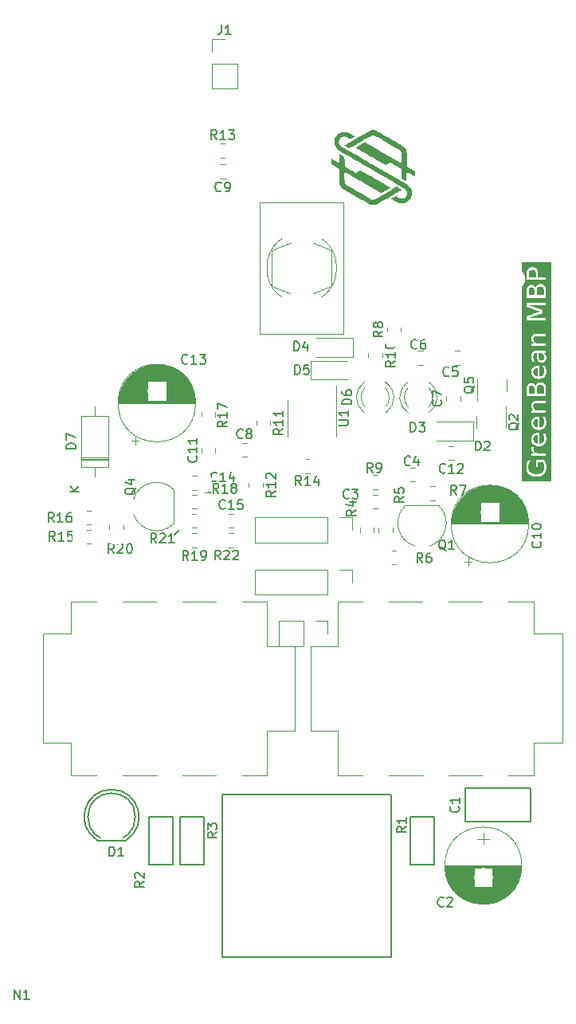
<source format=gto>
G04 #@! TF.GenerationSoftware,KiCad,Pcbnew,7.0.5.1-1-g8f565ef7f0-dirty-deb11*
G04 #@! TF.CreationDate,2023-08-08T15:24:37+00:00*
G04 #@! TF.ProjectId,GreenBean,47726565-6e42-4656-916e-2e6b69636164,rev?*
G04 #@! TF.SameCoordinates,Original*
G04 #@! TF.FileFunction,Legend,Top*
G04 #@! TF.FilePolarity,Positive*
%FSLAX46Y46*%
G04 Gerber Fmt 4.6, Leading zero omitted, Abs format (unit mm)*
G04 Created by KiCad (PCBNEW 7.0.5.1-1-g8f565ef7f0-dirty-deb11) date 2023-08-08 15:24:37*
%MOMM*%
%LPD*%
G01*
G04 APERTURE LIST*
%ADD10C,0.150000*%
%ADD11C,0.120000*%
%ADD12R,2.600000X1.500000*%
%ADD13O,2.600000X1.500000*%
%ADD14R,2.000000X1.900000*%
%ADD15C,1.900000*%
%ADD16C,1.998980*%
%ADD17R,1.300000X1.300000*%
%ADD18C,1.300000*%
%ADD19O,3.000000X1.900000*%
%ADD20C,3.400000*%
%ADD21O,2.100000X2.100000*%
%ADD22C,2.000000*%
%ADD23C,2.300000*%
%ADD24C,2.398980*%
%ADD25C,1.700000*%
%ADD26O,5.400000X3.600000*%
%ADD27C,2.200000*%
%ADD28O,2.600000X2.600000*%
%ADD29C,1.924000*%
G04 APERTURE END LIST*
D10*
X129210000Y-106300000D02*
X129710000Y-105800000D01*
X133110000Y-101800000D02*
X132410000Y-101900000D01*
G36*
X167796099Y-96615352D02*
G01*
X167768526Y-96612549D01*
X167741739Y-96608902D01*
X167715739Y-96604412D01*
X167690525Y-96599079D01*
X167666097Y-96592903D01*
X167642455Y-96585882D01*
X167619599Y-96578019D01*
X167597529Y-96569312D01*
X167576246Y-96559762D01*
X167555748Y-96549368D01*
X167536037Y-96538131D01*
X167517112Y-96526051D01*
X167498973Y-96513127D01*
X167481621Y-96499359D01*
X167465054Y-96484749D01*
X167449274Y-96469295D01*
X167434308Y-96453030D01*
X167420308Y-96436108D01*
X167407274Y-96418530D01*
X167395204Y-96400296D01*
X167384101Y-96381405D01*
X167373963Y-96361858D01*
X167364791Y-96341655D01*
X167356584Y-96320795D01*
X167349342Y-96299279D01*
X167343066Y-96277106D01*
X167337756Y-96254277D01*
X167333411Y-96230792D01*
X167330032Y-96206650D01*
X167327618Y-96181851D01*
X167326170Y-96156397D01*
X167325687Y-96130286D01*
X167326185Y-96107247D01*
X167327679Y-96084780D01*
X167330169Y-96062886D01*
X167333655Y-96041564D01*
X167338138Y-96020815D01*
X167343616Y-96000638D01*
X167350090Y-95981034D01*
X167357561Y-95962002D01*
X167366027Y-95943543D01*
X167375490Y-95925656D01*
X167385948Y-95908341D01*
X167397403Y-95891599D01*
X167409853Y-95875430D01*
X167423300Y-95859832D01*
X167437743Y-95844808D01*
X167453182Y-95830355D01*
X167469456Y-95816621D01*
X167486406Y-95803748D01*
X167504032Y-95791738D01*
X167522333Y-95780591D01*
X167541309Y-95770306D01*
X167560961Y-95760884D01*
X167581289Y-95752324D01*
X167602292Y-95744626D01*
X167623970Y-95737791D01*
X167646324Y-95731819D01*
X167669354Y-95726709D01*
X167693059Y-95722461D01*
X167717439Y-95719076D01*
X167742495Y-95716553D01*
X167768226Y-95714893D01*
X167794633Y-95714096D01*
X167796099Y-96615352D01*
G37*
G36*
X167796099Y-94893928D02*
G01*
X167768526Y-94891125D01*
X167741739Y-94887479D01*
X167715739Y-94882989D01*
X167690525Y-94877656D01*
X167666097Y-94871479D01*
X167642455Y-94864459D01*
X167619599Y-94856595D01*
X167597529Y-94847889D01*
X167576246Y-94838338D01*
X167555748Y-94827945D01*
X167536037Y-94816708D01*
X167517112Y-94804627D01*
X167498973Y-94791703D01*
X167481621Y-94777936D01*
X167465054Y-94763325D01*
X167449274Y-94747871D01*
X167434308Y-94731606D01*
X167420308Y-94714685D01*
X167407274Y-94697107D01*
X167395204Y-94678872D01*
X167384101Y-94659982D01*
X167373963Y-94640435D01*
X167364791Y-94620231D01*
X167356584Y-94599371D01*
X167349342Y-94577855D01*
X167343066Y-94555683D01*
X167337756Y-94532853D01*
X167333411Y-94509368D01*
X167330032Y-94485226D01*
X167327618Y-94460428D01*
X167326170Y-94434973D01*
X167325687Y-94408862D01*
X167326185Y-94385823D01*
X167327679Y-94363357D01*
X167330169Y-94341462D01*
X167333655Y-94320141D01*
X167338138Y-94299392D01*
X167343616Y-94279215D01*
X167350090Y-94259611D01*
X167357561Y-94240579D01*
X167366027Y-94222119D01*
X167375490Y-94204232D01*
X167385948Y-94186918D01*
X167397403Y-94170176D01*
X167409853Y-94154006D01*
X167423300Y-94138409D01*
X167437743Y-94123384D01*
X167453182Y-94108932D01*
X167469456Y-94095197D01*
X167486406Y-94082325D01*
X167504032Y-94070315D01*
X167522333Y-94059167D01*
X167541309Y-94048882D01*
X167560961Y-94039460D01*
X167581289Y-94030900D01*
X167602292Y-94023203D01*
X167623970Y-94016368D01*
X167646324Y-94010395D01*
X167669354Y-94005285D01*
X167693059Y-94001038D01*
X167717439Y-93997652D01*
X167742495Y-93995130D01*
X167768226Y-93993470D01*
X167794633Y-93992672D01*
X167796099Y-94893928D01*
G37*
G36*
X167157575Y-90459356D02*
G01*
X167185588Y-90461400D01*
X167212175Y-90465195D01*
X167237337Y-90470742D01*
X167261073Y-90478041D01*
X167283384Y-90487091D01*
X167304270Y-90497893D01*
X167323730Y-90510447D01*
X167341765Y-90524752D01*
X167358374Y-90540809D01*
X167373558Y-90558618D01*
X167378307Y-90564947D01*
X167391648Y-90585149D01*
X167403632Y-90607171D01*
X167414259Y-90631013D01*
X167423530Y-90656676D01*
X167431444Y-90684159D01*
X167435966Y-90703492D01*
X167439886Y-90723634D01*
X167443202Y-90744586D01*
X167445915Y-90766346D01*
X167448026Y-90788916D01*
X167449533Y-90812295D01*
X167450438Y-90836482D01*
X167450739Y-90861479D01*
X167450739Y-91272295D01*
X166825478Y-91272295D01*
X166825478Y-90861479D01*
X166825554Y-90848879D01*
X166826164Y-90824287D01*
X166827386Y-90800504D01*
X166829217Y-90777530D01*
X166831660Y-90755365D01*
X166834713Y-90734009D01*
X166838377Y-90713462D01*
X166842651Y-90693724D01*
X166847536Y-90674795D01*
X166856008Y-90647919D01*
X166865854Y-90622863D01*
X166877074Y-90599628D01*
X166889668Y-90578213D01*
X166903635Y-90558618D01*
X166913653Y-90546551D01*
X166929839Y-90529910D01*
X166947416Y-90515020D01*
X166966384Y-90501883D01*
X166986743Y-90490497D01*
X167008493Y-90480863D01*
X167031634Y-90472980D01*
X167056166Y-90466849D01*
X167082089Y-90462470D01*
X167109403Y-90459843D01*
X167138108Y-90458967D01*
X167157575Y-90459356D01*
G37*
G36*
X168072177Y-90387265D02*
G01*
X168096174Y-90388108D01*
X168119377Y-90389795D01*
X168141786Y-90392325D01*
X168163402Y-90395699D01*
X168184223Y-90399916D01*
X168204251Y-90404976D01*
X168223485Y-90410880D01*
X168241926Y-90417627D01*
X168268098Y-90429329D01*
X168292484Y-90442929D01*
X168315084Y-90458427D01*
X168335898Y-90475822D01*
X168354926Y-90495115D01*
X168366579Y-90509061D01*
X168382649Y-90531677D01*
X168397028Y-90556328D01*
X168405673Y-90573893D01*
X168413567Y-90592361D01*
X168420710Y-90611735D01*
X168427100Y-90632013D01*
X168432739Y-90653195D01*
X168437625Y-90675282D01*
X168441760Y-90698273D01*
X168445143Y-90722169D01*
X168447775Y-90746969D01*
X168449654Y-90772674D01*
X168450782Y-90799283D01*
X168451158Y-90826796D01*
X168451158Y-91272295D01*
X167669581Y-91272295D01*
X167669581Y-90826796D01*
X167669674Y-90812927D01*
X167670418Y-90785865D01*
X167671906Y-90759708D01*
X167674139Y-90734456D01*
X167677116Y-90710108D01*
X167680836Y-90686664D01*
X167685302Y-90664125D01*
X167690511Y-90642491D01*
X167696464Y-90621761D01*
X167703162Y-90601935D01*
X167710604Y-90583014D01*
X167718790Y-90564997D01*
X167732464Y-90539668D01*
X167747812Y-90516374D01*
X167764836Y-90495115D01*
X167770861Y-90488473D01*
X167790176Y-90469813D01*
X167811345Y-90453050D01*
X167834368Y-90438185D01*
X167859247Y-90425218D01*
X167885980Y-90414148D01*
X167904832Y-90407823D01*
X167924509Y-90402341D01*
X167945010Y-90397702D01*
X167966336Y-90393907D01*
X167988486Y-90390955D01*
X168011460Y-90388846D01*
X168035258Y-90387581D01*
X168059881Y-90387159D01*
X168072177Y-90387265D01*
G37*
G36*
X167796099Y-89477599D02*
G01*
X167768526Y-89474796D01*
X167741739Y-89471149D01*
X167715739Y-89466660D01*
X167690525Y-89461326D01*
X167666097Y-89455150D01*
X167642455Y-89448130D01*
X167619599Y-89440266D01*
X167597529Y-89431559D01*
X167576246Y-89422009D01*
X167555748Y-89411615D01*
X167536037Y-89400378D01*
X167517112Y-89388298D01*
X167498973Y-89375374D01*
X167481621Y-89361606D01*
X167465054Y-89346996D01*
X167449274Y-89331542D01*
X167434308Y-89315277D01*
X167420308Y-89298355D01*
X167407274Y-89280777D01*
X167395204Y-89262543D01*
X167384101Y-89243652D01*
X167373963Y-89224105D01*
X167364791Y-89203902D01*
X167356584Y-89183042D01*
X167349342Y-89161526D01*
X167343066Y-89139353D01*
X167337756Y-89116524D01*
X167333411Y-89093039D01*
X167330032Y-89068897D01*
X167327618Y-89044098D01*
X167326170Y-89018644D01*
X167325687Y-88992533D01*
X167326185Y-88969494D01*
X167327679Y-88947027D01*
X167330169Y-88925133D01*
X167333655Y-88903811D01*
X167338138Y-88883062D01*
X167343616Y-88862885D01*
X167350090Y-88843281D01*
X167357561Y-88824249D01*
X167366027Y-88805790D01*
X167375490Y-88787903D01*
X167385948Y-88770588D01*
X167397403Y-88753846D01*
X167409853Y-88737677D01*
X167423300Y-88722079D01*
X167437743Y-88707055D01*
X167453182Y-88692602D01*
X167469456Y-88678868D01*
X167486406Y-88665995D01*
X167504032Y-88653985D01*
X167522333Y-88642838D01*
X167541309Y-88632553D01*
X167560961Y-88623131D01*
X167581289Y-88614571D01*
X167602292Y-88606873D01*
X167623970Y-88600038D01*
X167646324Y-88594066D01*
X167669354Y-88588956D01*
X167693059Y-88584708D01*
X167717439Y-88581323D01*
X167742495Y-88578801D01*
X167768226Y-88577140D01*
X167794633Y-88576343D01*
X167796099Y-89477599D01*
G37*
G36*
X167974260Y-86968256D02*
G01*
X168003652Y-86969744D01*
X168032283Y-86972225D01*
X168060156Y-86975697D01*
X168087269Y-86980162D01*
X168113622Y-86985620D01*
X168139216Y-86992069D01*
X168164050Y-86999511D01*
X168188126Y-87007945D01*
X168211441Y-87017371D01*
X168233997Y-87027790D01*
X168255794Y-87039200D01*
X168276831Y-87051603D01*
X168297109Y-87064999D01*
X168316628Y-87079386D01*
X168335387Y-87094766D01*
X168353192Y-87110968D01*
X168369848Y-87127822D01*
X168385355Y-87145330D01*
X168399714Y-87163490D01*
X168412924Y-87182302D01*
X168424986Y-87201767D01*
X168435898Y-87221885D01*
X168445662Y-87242655D01*
X168454278Y-87264078D01*
X168461744Y-87286153D01*
X168468062Y-87308881D01*
X168473231Y-87332261D01*
X168477252Y-87356294D01*
X168480124Y-87380980D01*
X168481847Y-87406318D01*
X168482421Y-87432309D01*
X168482118Y-87451112D01*
X168480525Y-87478386D01*
X168477567Y-87504544D01*
X168473243Y-87529586D01*
X168467555Y-87553511D01*
X168460501Y-87576320D01*
X168452081Y-87598013D01*
X168442297Y-87618589D01*
X168431147Y-87638050D01*
X168418632Y-87656394D01*
X168404752Y-87673621D01*
X168394768Y-87684328D01*
X168378992Y-87699093D01*
X168362254Y-87712303D01*
X168344554Y-87723960D01*
X168325892Y-87734062D01*
X168306268Y-87742610D01*
X168285683Y-87749604D01*
X168264137Y-87755043D01*
X168241628Y-87758929D01*
X168218158Y-87761260D01*
X168193726Y-87762037D01*
X168173227Y-87761575D01*
X168143916Y-87759151D01*
X168116331Y-87754649D01*
X168090473Y-87748069D01*
X168066340Y-87739410D01*
X168043933Y-87728674D01*
X168023252Y-87715860D01*
X168004297Y-87700968D01*
X167987068Y-87683998D01*
X167971565Y-87664950D01*
X167957787Y-87643824D01*
X167953520Y-87636252D01*
X167941530Y-87611332D01*
X167934214Y-87592882D01*
X167927440Y-87572963D01*
X167921208Y-87551574D01*
X167915518Y-87528717D01*
X167910370Y-87504390D01*
X167905764Y-87478593D01*
X167901699Y-87451328D01*
X167898177Y-87422593D01*
X167895196Y-87392389D01*
X167892758Y-87360716D01*
X167890861Y-87327573D01*
X167889506Y-87292961D01*
X167888693Y-87256880D01*
X167888422Y-87219330D01*
X167888422Y-86967759D01*
X167944110Y-86967759D01*
X167974260Y-86968256D01*
G37*
G36*
X167157575Y-80023348D02*
G01*
X167185588Y-80025391D01*
X167212175Y-80029187D01*
X167237337Y-80034734D01*
X167261073Y-80042032D01*
X167283384Y-80051083D01*
X167304270Y-80061885D01*
X167323730Y-80074438D01*
X167341765Y-80088744D01*
X167358374Y-80104801D01*
X167373558Y-80122609D01*
X167378307Y-80128939D01*
X167391648Y-80149140D01*
X167403632Y-80171162D01*
X167414259Y-80195005D01*
X167423530Y-80220667D01*
X167431444Y-80248150D01*
X167435966Y-80267484D01*
X167439886Y-80287626D01*
X167443202Y-80308577D01*
X167445915Y-80330338D01*
X167448026Y-80352908D01*
X167449533Y-80376286D01*
X167450438Y-80400474D01*
X167450739Y-80425471D01*
X167450739Y-80836287D01*
X166825478Y-80836287D01*
X166825478Y-80425471D01*
X166825554Y-80412871D01*
X166826164Y-80388279D01*
X166827386Y-80364496D01*
X166829217Y-80341522D01*
X166831660Y-80319357D01*
X166834713Y-80298001D01*
X166838377Y-80277454D01*
X166842651Y-80257716D01*
X166847536Y-80238787D01*
X166856008Y-80211911D01*
X166865854Y-80186855D01*
X166877074Y-80163619D01*
X166889668Y-80142204D01*
X166903635Y-80122609D01*
X166913653Y-80110542D01*
X166929839Y-80093901D01*
X166947416Y-80079012D01*
X166966384Y-80065874D01*
X166986743Y-80054489D01*
X167008493Y-80044854D01*
X167031634Y-80036972D01*
X167056166Y-80030841D01*
X167082089Y-80026462D01*
X167109403Y-80023834D01*
X167138108Y-80022958D01*
X167157575Y-80023348D01*
G37*
G36*
X168072177Y-79951256D02*
G01*
X168096174Y-79952100D01*
X168119377Y-79953787D01*
X168141786Y-79956317D01*
X168163402Y-79959690D01*
X168184223Y-79963907D01*
X168204251Y-79968968D01*
X168223485Y-79974872D01*
X168241926Y-79981619D01*
X168268098Y-79993321D01*
X168292484Y-80006921D01*
X168315084Y-80022418D01*
X168335898Y-80039813D01*
X168354926Y-80059106D01*
X168366579Y-80073053D01*
X168382649Y-80095669D01*
X168397028Y-80120320D01*
X168405673Y-80137884D01*
X168413567Y-80156353D01*
X168420710Y-80175727D01*
X168427100Y-80196004D01*
X168432739Y-80217187D01*
X168437625Y-80239274D01*
X168441760Y-80262265D01*
X168445143Y-80286161D01*
X168447775Y-80310961D01*
X168449654Y-80336665D01*
X168450782Y-80363274D01*
X168451158Y-80390788D01*
X168451158Y-80836287D01*
X167669581Y-80836287D01*
X167669581Y-80390788D01*
X167669674Y-80376918D01*
X167670418Y-80349857D01*
X167671906Y-80323700D01*
X167674139Y-80298448D01*
X167677116Y-80274100D01*
X167680836Y-80250656D01*
X167685302Y-80228117D01*
X167690511Y-80206482D01*
X167696464Y-80185752D01*
X167703162Y-80165927D01*
X167710604Y-80147006D01*
X167718790Y-80128989D01*
X167732464Y-80103660D01*
X167747812Y-80080365D01*
X167764836Y-80059106D01*
X167770861Y-80052464D01*
X167790176Y-80033804D01*
X167811345Y-80017042D01*
X167834368Y-80002177D01*
X167859247Y-79989209D01*
X167885980Y-79978140D01*
X167904832Y-79971814D01*
X167924509Y-79966332D01*
X167945010Y-79961693D01*
X167966336Y-79957898D01*
X167988486Y-79954946D01*
X168011460Y-79952838D01*
X168035258Y-79951573D01*
X168059881Y-79951151D01*
X168072177Y-79951256D01*
G37*
G36*
X167238948Y-78161265D02*
G01*
X167261443Y-78162507D01*
X167283263Y-78164577D01*
X167304407Y-78167476D01*
X167324876Y-78171203D01*
X167344669Y-78175757D01*
X167363787Y-78181140D01*
X167391197Y-78190767D01*
X167417087Y-78202258D01*
X167441458Y-78215611D01*
X167464308Y-78230828D01*
X167485639Y-78247909D01*
X167505450Y-78266852D01*
X167517753Y-78280387D01*
X167534721Y-78301984D01*
X167549902Y-78325135D01*
X167563297Y-78349840D01*
X167574906Y-78376099D01*
X167581653Y-78394469D01*
X167587607Y-78413530D01*
X167592766Y-78433281D01*
X167597132Y-78453723D01*
X167600704Y-78474856D01*
X167603483Y-78496679D01*
X167605467Y-78519193D01*
X167606658Y-78542398D01*
X167607055Y-78566294D01*
X167607055Y-78915561D01*
X166825478Y-78915561D01*
X166825478Y-78566294D01*
X166825577Y-78554260D01*
X166826371Y-78530709D01*
X166827958Y-78507850D01*
X166830339Y-78485681D01*
X166833515Y-78464203D01*
X166837484Y-78443416D01*
X166842246Y-78423319D01*
X166847803Y-78403913D01*
X166854153Y-78385198D01*
X166865167Y-78358420D01*
X166877967Y-78333197D01*
X166892553Y-78309528D01*
X166908925Y-78287413D01*
X166927083Y-78266852D01*
X166946885Y-78247909D01*
X166968190Y-78230828D01*
X166990997Y-78215611D01*
X167015308Y-78202258D01*
X167041121Y-78190767D01*
X167068436Y-78181140D01*
X167087481Y-78175757D01*
X167107194Y-78171203D01*
X167127575Y-78167476D01*
X167148624Y-78164577D01*
X167170341Y-78162507D01*
X167192725Y-78161265D01*
X167215778Y-78160851D01*
X167238948Y-78161265D01*
G37*
G36*
X169211977Y-100652934D02*
G01*
X166064659Y-100652934D01*
X166064659Y-99118841D01*
X166575373Y-99118841D01*
X166575647Y-99148679D01*
X166576470Y-99178108D01*
X166577842Y-99207129D01*
X166579762Y-99235742D01*
X166582230Y-99263946D01*
X166585248Y-99291742D01*
X166588813Y-99319130D01*
X166592928Y-99346109D01*
X166597591Y-99372680D01*
X166602802Y-99398843D01*
X166608563Y-99424597D01*
X166614871Y-99449943D01*
X166621729Y-99474880D01*
X166629135Y-99499410D01*
X166637089Y-99523530D01*
X166645593Y-99547243D01*
X166654644Y-99570547D01*
X166664245Y-99593443D01*
X166674394Y-99615931D01*
X166685091Y-99638010D01*
X166696337Y-99659681D01*
X166708132Y-99680943D01*
X166720476Y-99701797D01*
X166733367Y-99722243D01*
X166746808Y-99742280D01*
X166760797Y-99761910D01*
X166775335Y-99781130D01*
X166790421Y-99799943D01*
X166806056Y-99818347D01*
X166822239Y-99836343D01*
X166838971Y-99853930D01*
X166856252Y-99871109D01*
X166873993Y-99887789D01*
X166892167Y-99903939D01*
X166910775Y-99919559D01*
X166929815Y-99934650D01*
X166949289Y-99949212D01*
X166969195Y-99963244D01*
X166989535Y-99976746D01*
X167010308Y-99989719D01*
X167031514Y-100002163D01*
X167053154Y-100014077D01*
X167075226Y-100025461D01*
X167097732Y-100036316D01*
X167120671Y-100046642D01*
X167144043Y-100056438D01*
X167167848Y-100065704D01*
X167192086Y-100074441D01*
X167216757Y-100082649D01*
X167241862Y-100090327D01*
X167267400Y-100097475D01*
X167293370Y-100104094D01*
X167319774Y-100110183D01*
X167346612Y-100115743D01*
X167373882Y-100120773D01*
X167401585Y-100125274D01*
X167429722Y-100129246D01*
X167458292Y-100132687D01*
X167487295Y-100135600D01*
X167516731Y-100137983D01*
X167546600Y-100139836D01*
X167576902Y-100141160D01*
X167607638Y-100141954D01*
X167638806Y-100142219D01*
X167669915Y-100141954D01*
X167700594Y-100141160D01*
X167730842Y-100139836D01*
X167760660Y-100137983D01*
X167790048Y-100135600D01*
X167819006Y-100132687D01*
X167847533Y-100129246D01*
X167875630Y-100125274D01*
X167903297Y-100120773D01*
X167930533Y-100115743D01*
X167957339Y-100110183D01*
X167983715Y-100104094D01*
X168009661Y-100097475D01*
X168035176Y-100090327D01*
X168060261Y-100082649D01*
X168084916Y-100074441D01*
X168109140Y-100065704D01*
X168132934Y-100056438D01*
X168156298Y-100046642D01*
X168179232Y-100036316D01*
X168201735Y-100025461D01*
X168223808Y-100014077D01*
X168245451Y-100002163D01*
X168266663Y-99989719D01*
X168287445Y-99976746D01*
X168307797Y-99963244D01*
X168327718Y-99949212D01*
X168347210Y-99934650D01*
X168366271Y-99919559D01*
X168384901Y-99903939D01*
X168403102Y-99887789D01*
X168420872Y-99871109D01*
X168438122Y-99853930D01*
X168454825Y-99836341D01*
X168470981Y-99818343D01*
X168486588Y-99799935D01*
X168501648Y-99781118D01*
X168516161Y-99761892D01*
X168530126Y-99742257D01*
X168543543Y-99722213D01*
X168556412Y-99701759D01*
X168568734Y-99680895D01*
X168580508Y-99659623D01*
X168591735Y-99637941D01*
X168602414Y-99615850D01*
X168612545Y-99593350D01*
X168622129Y-99570440D01*
X168631165Y-99547121D01*
X168639653Y-99523393D01*
X168647594Y-99499255D01*
X168654987Y-99474708D01*
X168661833Y-99449752D01*
X168668130Y-99424387D01*
X168673881Y-99398612D01*
X168679083Y-99372428D01*
X168683738Y-99345834D01*
X168687845Y-99318832D01*
X168691405Y-99291420D01*
X168694417Y-99263598D01*
X168696881Y-99235368D01*
X168698798Y-99206728D01*
X168700167Y-99177679D01*
X168700989Y-99148220D01*
X168701263Y-99118353D01*
X168701043Y-99090978D01*
X168700385Y-99063810D01*
X168699288Y-99036848D01*
X168697752Y-99010092D01*
X168695777Y-98983542D01*
X168693363Y-98957198D01*
X168690510Y-98931060D01*
X168687219Y-98905129D01*
X168683488Y-98879403D01*
X168679319Y-98853883D01*
X168674711Y-98828570D01*
X168669664Y-98803463D01*
X168664178Y-98778561D01*
X168658253Y-98753866D01*
X168651889Y-98729377D01*
X168645087Y-98705094D01*
X168637857Y-98680982D01*
X168630211Y-98657131D01*
X168622149Y-98633538D01*
X168613671Y-98610205D01*
X168604777Y-98587132D01*
X168595467Y-98564318D01*
X168585741Y-98541764D01*
X168575600Y-98519469D01*
X168565042Y-98497434D01*
X168554068Y-98475658D01*
X168542678Y-98454142D01*
X168530873Y-98432885D01*
X168518651Y-98411888D01*
X168506013Y-98391150D01*
X168492960Y-98370672D01*
X168479490Y-98350453D01*
X167607055Y-98350453D01*
X167607055Y-99078785D01*
X167825896Y-99078785D01*
X167825896Y-98625471D01*
X168377885Y-98625471D01*
X168384491Y-98637043D01*
X168393985Y-98654753D01*
X168402981Y-98672884D01*
X168411479Y-98691436D01*
X168419479Y-98710408D01*
X168426981Y-98729801D01*
X168433985Y-98749615D01*
X168440490Y-98769849D01*
X168446498Y-98790504D01*
X168452008Y-98811580D01*
X168457020Y-98833077D01*
X168460096Y-98847611D01*
X168464337Y-98869878D01*
X168468133Y-98892703D01*
X168471482Y-98916086D01*
X168474384Y-98940027D01*
X168476840Y-98964526D01*
X168478849Y-98989583D01*
X168480412Y-99015199D01*
X168481528Y-99041372D01*
X168482198Y-99068104D01*
X168482421Y-99095394D01*
X168482214Y-99118719D01*
X168481593Y-99141680D01*
X168480558Y-99164275D01*
X168479108Y-99186504D01*
X168477245Y-99208368D01*
X168474968Y-99229867D01*
X168472276Y-99251000D01*
X168469171Y-99271768D01*
X168465651Y-99292170D01*
X168461718Y-99312207D01*
X168457370Y-99331879D01*
X168452608Y-99351185D01*
X168441842Y-99388701D01*
X168429420Y-99424755D01*
X168415342Y-99459348D01*
X168399607Y-99492479D01*
X168382217Y-99524149D01*
X168363169Y-99554357D01*
X168342466Y-99583103D01*
X168320106Y-99610387D01*
X168296090Y-99636210D01*
X168270418Y-99660572D01*
X168243050Y-99683405D01*
X168214067Y-99704764D01*
X168183470Y-99724651D01*
X168151258Y-99743065D01*
X168117432Y-99760005D01*
X168081992Y-99775473D01*
X168063667Y-99782654D01*
X168044938Y-99789467D01*
X168025806Y-99795912D01*
X168006270Y-99801988D01*
X167986330Y-99807697D01*
X167965987Y-99813037D01*
X167945240Y-99818008D01*
X167924089Y-99822612D01*
X167902536Y-99826847D01*
X167880578Y-99830714D01*
X167858217Y-99834212D01*
X167835452Y-99837342D01*
X167812284Y-99840105D01*
X167788712Y-99842498D01*
X167764737Y-99844524D01*
X167740358Y-99846181D01*
X167715575Y-99847470D01*
X167690389Y-99848391D01*
X167664799Y-99848943D01*
X167638806Y-99849127D01*
X167612753Y-99848943D01*
X167587107Y-99848391D01*
X167561867Y-99847470D01*
X167537033Y-99846181D01*
X167512606Y-99844524D01*
X167488585Y-99842498D01*
X167464971Y-99840105D01*
X167441763Y-99837342D01*
X167418962Y-99834212D01*
X167396567Y-99830714D01*
X167374578Y-99826847D01*
X167352996Y-99822612D01*
X167331821Y-99818008D01*
X167311051Y-99813037D01*
X167290689Y-99807697D01*
X167270732Y-99801988D01*
X167251182Y-99795912D01*
X167232039Y-99789467D01*
X167213302Y-99782654D01*
X167194971Y-99775473D01*
X167159529Y-99760005D01*
X167125713Y-99743065D01*
X167093523Y-99724651D01*
X167062958Y-99704764D01*
X167034019Y-99683405D01*
X167006706Y-99660572D01*
X166993633Y-99648573D01*
X166968731Y-99623477D01*
X166945490Y-99596916D01*
X166923909Y-99568889D01*
X166903988Y-99539397D01*
X166885727Y-99508439D01*
X166869126Y-99476016D01*
X166854185Y-99442127D01*
X166840904Y-99406773D01*
X166829284Y-99369953D01*
X166824096Y-99350994D01*
X166819323Y-99331668D01*
X166814966Y-99311976D01*
X166811023Y-99291918D01*
X166807495Y-99271493D01*
X166804382Y-99250702D01*
X166801685Y-99229544D01*
X166799402Y-99208020D01*
X166797535Y-99186130D01*
X166796082Y-99163873D01*
X166795044Y-99141250D01*
X166794422Y-99118261D01*
X166794214Y-99094905D01*
X166794461Y-99071101D01*
X166795199Y-99047438D01*
X166796430Y-99023916D01*
X166798153Y-99000536D01*
X166800368Y-98977297D01*
X166803076Y-98954199D01*
X166806276Y-98931242D01*
X166809968Y-98908426D01*
X166814153Y-98885751D01*
X166818830Y-98863218D01*
X166823999Y-98840826D01*
X166829660Y-98818575D01*
X166835814Y-98796465D01*
X166842460Y-98774497D01*
X166849598Y-98752670D01*
X166857229Y-98730983D01*
X166865287Y-98709442D01*
X166873830Y-98688050D01*
X166882857Y-98666807D01*
X166892370Y-98645712D01*
X166902366Y-98624766D01*
X166912848Y-98603970D01*
X166923814Y-98583321D01*
X166935265Y-98562822D01*
X166947200Y-98542472D01*
X166959620Y-98522270D01*
X166972525Y-98502218D01*
X166985915Y-98482314D01*
X166999789Y-98462559D01*
X167014147Y-98442952D01*
X167028991Y-98423495D01*
X167044319Y-98404187D01*
X166762951Y-98404187D01*
X166751586Y-98423348D01*
X166740573Y-98442731D01*
X166729910Y-98462335D01*
X166719598Y-98482161D01*
X166709638Y-98502208D01*
X166700028Y-98522476D01*
X166690770Y-98542966D01*
X166681863Y-98563677D01*
X166673307Y-98584609D01*
X166665102Y-98605763D01*
X166657248Y-98627138D01*
X166649745Y-98648735D01*
X166642593Y-98670552D01*
X166635792Y-98692592D01*
X166629343Y-98714852D01*
X166623244Y-98737334D01*
X166617447Y-98760004D01*
X166612025Y-98782832D01*
X166606976Y-98805815D01*
X166602301Y-98828955D01*
X166598000Y-98852252D01*
X166594073Y-98875705D01*
X166590520Y-98899314D01*
X166587341Y-98923080D01*
X166584536Y-98947003D01*
X166582105Y-98971082D01*
X166580048Y-98995317D01*
X166578365Y-99019709D01*
X166577056Y-99044257D01*
X166576121Y-99068962D01*
X166575560Y-99093823D01*
X166575373Y-99118841D01*
X166064659Y-99118841D01*
X166064659Y-97103349D01*
X167106845Y-97103349D01*
X167106913Y-97114744D01*
X167107455Y-97137211D01*
X167108539Y-97159246D01*
X167110165Y-97180850D01*
X167112332Y-97202023D01*
X167115042Y-97222764D01*
X167118293Y-97243075D01*
X167122087Y-97262954D01*
X167126422Y-97282402D01*
X167133941Y-97310765D01*
X167142679Y-97338158D01*
X167152637Y-97364580D01*
X167163814Y-97390032D01*
X167176210Y-97414515D01*
X167185167Y-97430264D01*
X167199676Y-97453188D01*
X167215472Y-97475270D01*
X167232557Y-97496510D01*
X167250929Y-97516910D01*
X167270590Y-97536467D01*
X167291539Y-97555183D01*
X167313775Y-97573058D01*
X167337300Y-97590091D01*
X167353698Y-97600979D01*
X167370670Y-97611493D01*
X167388213Y-97621632D01*
X167138108Y-97621632D01*
X167138108Y-97875645D01*
X168670000Y-97875645D01*
X168670000Y-97621632D01*
X167870348Y-97621632D01*
X167837916Y-97621184D01*
X167806441Y-97619839D01*
X167775924Y-97617597D01*
X167746365Y-97614458D01*
X167717763Y-97610422D01*
X167690120Y-97605490D01*
X167663435Y-97599660D01*
X167637707Y-97592934D01*
X167612937Y-97585311D01*
X167589126Y-97576791D01*
X167566272Y-97567374D01*
X167544376Y-97557061D01*
X167523438Y-97545850D01*
X167503457Y-97533743D01*
X167484435Y-97520739D01*
X167466371Y-97506838D01*
X167449335Y-97492100D01*
X167433398Y-97476583D01*
X167418560Y-97460287D01*
X167404822Y-97443213D01*
X167392182Y-97425360D01*
X167380642Y-97406729D01*
X167370200Y-97387320D01*
X167360858Y-97367131D01*
X167352615Y-97346165D01*
X167345471Y-97324419D01*
X167339426Y-97301896D01*
X167334480Y-97278593D01*
X167330633Y-97254513D01*
X167327885Y-97229653D01*
X167326236Y-97204015D01*
X167325687Y-97177599D01*
X167325695Y-97173853D01*
X167326061Y-97151780D01*
X167326977Y-97130393D01*
X167328442Y-97109694D01*
X167330457Y-97089681D01*
X167333503Y-97067201D01*
X167335472Y-97054745D01*
X167339579Y-97033534D01*
X167344528Y-97013071D01*
X167350318Y-96993356D01*
X167356950Y-96974389D01*
X167106845Y-96975854D01*
X167106845Y-96985395D01*
X167106845Y-97006080D01*
X167106845Y-97025684D01*
X167106845Y-97046196D01*
X167106845Y-97063357D01*
X167106845Y-97083176D01*
X167106845Y-97103349D01*
X166064659Y-97103349D01*
X166064659Y-96133217D01*
X167106845Y-96133217D01*
X167107059Y-96154724D01*
X167107700Y-96175953D01*
X167108769Y-96196905D01*
X167110265Y-96217580D01*
X167112188Y-96237976D01*
X167114539Y-96258095D01*
X167117317Y-96277937D01*
X167120523Y-96297500D01*
X167128217Y-96335795D01*
X167137620Y-96372979D01*
X167148733Y-96409053D01*
X167161556Y-96444016D01*
X167176088Y-96477868D01*
X167192330Y-96510610D01*
X167210282Y-96542241D01*
X167229944Y-96572762D01*
X167251315Y-96602172D01*
X167274396Y-96630472D01*
X167299187Y-96657661D01*
X167325687Y-96683740D01*
X167353645Y-96708407D01*
X167382809Y-96731482D01*
X167413179Y-96752966D01*
X167444755Y-96772858D01*
X167477537Y-96791159D01*
X167511525Y-96807869D01*
X167546719Y-96822987D01*
X167583119Y-96836514D01*
X167601771Y-96842680D01*
X167620725Y-96848449D01*
X167639980Y-96853820D01*
X167659536Y-96858793D01*
X167679394Y-96863369D01*
X167699554Y-96867546D01*
X167720015Y-96871326D01*
X167740778Y-96874707D01*
X167761842Y-96877691D01*
X167783207Y-96880277D01*
X167804874Y-96882465D01*
X167826843Y-96884256D01*
X167849113Y-96885648D01*
X167871684Y-96886643D01*
X167894557Y-96887240D01*
X167917732Y-96887438D01*
X167940117Y-96887229D01*
X167962212Y-96886599D01*
X167984016Y-96885549D01*
X168005529Y-96884080D01*
X168026751Y-96882191D01*
X168047682Y-96879882D01*
X168068322Y-96877154D01*
X168088671Y-96874005D01*
X168108729Y-96870437D01*
X168128496Y-96866449D01*
X168147972Y-96862041D01*
X168167157Y-96857213D01*
X168204654Y-96846299D01*
X168240987Y-96833705D01*
X168276156Y-96819432D01*
X168310161Y-96803480D01*
X168343002Y-96785849D01*
X168374679Y-96766538D01*
X168405193Y-96745549D01*
X168434542Y-96722880D01*
X168462727Y-96698532D01*
X168489748Y-96672505D01*
X168502761Y-96658922D01*
X168527548Y-96630857D01*
X168550683Y-96601593D01*
X168572164Y-96571132D01*
X168591994Y-96539472D01*
X168610171Y-96506613D01*
X168626696Y-96472557D01*
X168641568Y-96437302D01*
X168654787Y-96400848D01*
X168660777Y-96382172D01*
X168666354Y-96363197D01*
X168671518Y-96343922D01*
X168676269Y-96324347D01*
X168680607Y-96304473D01*
X168684531Y-96284299D01*
X168688043Y-96263825D01*
X168691141Y-96243052D01*
X168693827Y-96221980D01*
X168696099Y-96200608D01*
X168697958Y-96178936D01*
X168699404Y-96156964D01*
X168700436Y-96134693D01*
X168701056Y-96112123D01*
X168701263Y-96089253D01*
X168701139Y-96070891D01*
X168700487Y-96043412D01*
X168699278Y-96016010D01*
X168697511Y-95988686D01*
X168695185Y-95961439D01*
X168692301Y-95934270D01*
X168688860Y-95907177D01*
X168684860Y-95880162D01*
X168680302Y-95853225D01*
X168675185Y-95826364D01*
X168669511Y-95799581D01*
X168665368Y-95781719D01*
X168658732Y-95755033D01*
X168651590Y-95728476D01*
X168643940Y-95702047D01*
X168635785Y-95675748D01*
X168627122Y-95649577D01*
X168617953Y-95623535D01*
X168608277Y-95597622D01*
X168598095Y-95571838D01*
X168587406Y-95546182D01*
X168576210Y-95520655D01*
X168326106Y-95520655D01*
X168335723Y-95537516D01*
X168349576Y-95562835D01*
X168362742Y-95588189D01*
X168375221Y-95613577D01*
X168387014Y-95638999D01*
X168398119Y-95664455D01*
X168408538Y-95689946D01*
X168418269Y-95715472D01*
X168427314Y-95741031D01*
X168435671Y-95766625D01*
X168443342Y-95792254D01*
X168448074Y-95809326D01*
X168454600Y-95835070D01*
X168460439Y-95860977D01*
X168465591Y-95887048D01*
X168470056Y-95913282D01*
X168473834Y-95939678D01*
X168476926Y-95966238D01*
X168479330Y-95992962D01*
X168481047Y-96019848D01*
X168482078Y-96046897D01*
X168482421Y-96074110D01*
X168481921Y-96105123D01*
X168480421Y-96135270D01*
X168477922Y-96164550D01*
X168474422Y-96192964D01*
X168469923Y-96220512D01*
X168464423Y-96247194D01*
X168457924Y-96273009D01*
X168450425Y-96297958D01*
X168441926Y-96322041D01*
X168432428Y-96345257D01*
X168421929Y-96367608D01*
X168410430Y-96389091D01*
X168397932Y-96409709D01*
X168384434Y-96429460D01*
X168369936Y-96448345D01*
X168354438Y-96466364D01*
X168337986Y-96483465D01*
X168320625Y-96499596D01*
X168302357Y-96514758D01*
X168283180Y-96528951D01*
X168263095Y-96542174D01*
X168242101Y-96554429D01*
X168220200Y-96565713D01*
X168197390Y-96576029D01*
X168173671Y-96585375D01*
X168149045Y-96593752D01*
X168123510Y-96601159D01*
X168097067Y-96607597D01*
X168069715Y-96613066D01*
X168041456Y-96617565D01*
X168012288Y-96621095D01*
X167982212Y-96623656D01*
X167982212Y-95461549D01*
X167864975Y-95461549D01*
X167843228Y-95461725D01*
X167821767Y-95462255D01*
X167800592Y-95463137D01*
X167779704Y-95464373D01*
X167759102Y-95465961D01*
X167738785Y-95467903D01*
X167718756Y-95470197D01*
X167699012Y-95472845D01*
X167660384Y-95479199D01*
X167622900Y-95486965D01*
X167586561Y-95496143D01*
X167551367Y-95506734D01*
X167517318Y-95518736D01*
X167484414Y-95532150D01*
X167452655Y-95546976D01*
X167422041Y-95563215D01*
X167392571Y-95580865D01*
X167364247Y-95599928D01*
X167337067Y-95620402D01*
X167311032Y-95642288D01*
X167286307Y-95665387D01*
X167263176Y-95689496D01*
X167241641Y-95714617D01*
X167221700Y-95740749D01*
X167203356Y-95767892D01*
X167186606Y-95796047D01*
X167171451Y-95825213D01*
X167157892Y-95855390D01*
X167145928Y-95886579D01*
X167135559Y-95918779D01*
X167126785Y-95951990D01*
X167119607Y-95986213D01*
X167114024Y-96021447D01*
X167110036Y-96057692D01*
X167107643Y-96094949D01*
X167106906Y-96130286D01*
X167106845Y-96133217D01*
X166064659Y-96133217D01*
X166064659Y-94411793D01*
X167106845Y-94411793D01*
X167107059Y-94433300D01*
X167107700Y-94454530D01*
X167108769Y-94475482D01*
X167110265Y-94496156D01*
X167112188Y-94516553D01*
X167114539Y-94536672D01*
X167117317Y-94556513D01*
X167120523Y-94576077D01*
X167128217Y-94614371D01*
X167137620Y-94651555D01*
X167148733Y-94687629D01*
X167161556Y-94722592D01*
X167176088Y-94756444D01*
X167192330Y-94789186D01*
X167210282Y-94820818D01*
X167229944Y-94851338D01*
X167251315Y-94880749D01*
X167274396Y-94909048D01*
X167299187Y-94936238D01*
X167325687Y-94962316D01*
X167353645Y-94986983D01*
X167382809Y-95010058D01*
X167413179Y-95031542D01*
X167444755Y-95051434D01*
X167477537Y-95069735D01*
X167511525Y-95086445D01*
X167546719Y-95101563D01*
X167583119Y-95115090D01*
X167601771Y-95121257D01*
X167620725Y-95127026D01*
X167639980Y-95132397D01*
X167659536Y-95137370D01*
X167679394Y-95141945D01*
X167699554Y-95146122D01*
X167720015Y-95149902D01*
X167740778Y-95153284D01*
X167761842Y-95156268D01*
X167783207Y-95158854D01*
X167804874Y-95161042D01*
X167826843Y-95162832D01*
X167849113Y-95164225D01*
X167871684Y-95165219D01*
X167894557Y-95165816D01*
X167917732Y-95166015D01*
X167940117Y-95165805D01*
X167962212Y-95165175D01*
X167984016Y-95164126D01*
X168005529Y-95162657D01*
X168026751Y-95160767D01*
X168047682Y-95158459D01*
X168068322Y-95155730D01*
X168088671Y-95152581D01*
X168108729Y-95149013D01*
X168128496Y-95145025D01*
X168147972Y-95140617D01*
X168167157Y-95135790D01*
X168204654Y-95124875D01*
X168240987Y-95112281D01*
X168276156Y-95098008D01*
X168310161Y-95082056D01*
X168343002Y-95064425D01*
X168374679Y-95045115D01*
X168405193Y-95024125D01*
X168434542Y-95001456D01*
X168462727Y-94977108D01*
X168489748Y-94951081D01*
X168502761Y-94937498D01*
X168527548Y-94909433D01*
X168550683Y-94880170D01*
X168572164Y-94849708D01*
X168591994Y-94818048D01*
X168610171Y-94785190D01*
X168626696Y-94751133D01*
X168641568Y-94715878D01*
X168654787Y-94679425D01*
X168660777Y-94660749D01*
X168666354Y-94641773D01*
X168671518Y-94622498D01*
X168676269Y-94602923D01*
X168680607Y-94583049D01*
X168684531Y-94562875D01*
X168688043Y-94542402D01*
X168691141Y-94521629D01*
X168693827Y-94500556D01*
X168696099Y-94479184D01*
X168697958Y-94457512D01*
X168699404Y-94435541D01*
X168700436Y-94413270D01*
X168701056Y-94390699D01*
X168701263Y-94367829D01*
X168701139Y-94349467D01*
X168700487Y-94321988D01*
X168699278Y-94294587D01*
X168697511Y-94267263D01*
X168695185Y-94240016D01*
X168692301Y-94212846D01*
X168688860Y-94185754D01*
X168684860Y-94158739D01*
X168680302Y-94131801D01*
X168675185Y-94104940D01*
X168669511Y-94078157D01*
X168665368Y-94060295D01*
X168658732Y-94033609D01*
X168651590Y-94007052D01*
X168643940Y-93980624D01*
X168635785Y-93954324D01*
X168627122Y-93928153D01*
X168617953Y-93902112D01*
X168608277Y-93876198D01*
X168598095Y-93850414D01*
X168587406Y-93824759D01*
X168576210Y-93799232D01*
X168326106Y-93799232D01*
X168335723Y-93816092D01*
X168349576Y-93841411D01*
X168362742Y-93866765D01*
X168375221Y-93892153D01*
X168387014Y-93917575D01*
X168398119Y-93943032D01*
X168408538Y-93968523D01*
X168418269Y-93994048D01*
X168427314Y-94019608D01*
X168435671Y-94045202D01*
X168443342Y-94070830D01*
X168448074Y-94087902D01*
X168454600Y-94113646D01*
X168460439Y-94139554D01*
X168465591Y-94165624D01*
X168470056Y-94191858D01*
X168473834Y-94218255D01*
X168476926Y-94244815D01*
X168479330Y-94271538D01*
X168481047Y-94298424D01*
X168482078Y-94325474D01*
X168482421Y-94352686D01*
X168481921Y-94383699D01*
X168480421Y-94413846D01*
X168477922Y-94443127D01*
X168474422Y-94471541D01*
X168469923Y-94499089D01*
X168464423Y-94525770D01*
X168457924Y-94551586D01*
X168450425Y-94576535D01*
X168441926Y-94600617D01*
X168432428Y-94623834D01*
X168421929Y-94646184D01*
X168410430Y-94667668D01*
X168397932Y-94688285D01*
X168384434Y-94708037D01*
X168369936Y-94726922D01*
X168354438Y-94744940D01*
X168337986Y-94762041D01*
X168320625Y-94778172D01*
X168302357Y-94793335D01*
X168283180Y-94807527D01*
X168263095Y-94820751D01*
X168242101Y-94833005D01*
X168220200Y-94844290D01*
X168197390Y-94854605D01*
X168173671Y-94863951D01*
X168149045Y-94872328D01*
X168123510Y-94879736D01*
X168097067Y-94886174D01*
X168069715Y-94891642D01*
X168041456Y-94896142D01*
X168012288Y-94899672D01*
X167982212Y-94902233D01*
X167982212Y-93740125D01*
X167864975Y-93740125D01*
X167843228Y-93740302D01*
X167821767Y-93740831D01*
X167800592Y-93741714D01*
X167779704Y-93742949D01*
X167759102Y-93744538D01*
X167738785Y-93746479D01*
X167718756Y-93748774D01*
X167699012Y-93751421D01*
X167660384Y-93757775D01*
X167622900Y-93765542D01*
X167586561Y-93774720D01*
X167551367Y-93785310D01*
X167517318Y-93797312D01*
X167484414Y-93810727D01*
X167452655Y-93825553D01*
X167422041Y-93841791D01*
X167392571Y-93859442D01*
X167364247Y-93878504D01*
X167337067Y-93898978D01*
X167311032Y-93920865D01*
X167286307Y-93943963D01*
X167263176Y-93968072D01*
X167241641Y-93993193D01*
X167221700Y-94019325D01*
X167203356Y-94046469D01*
X167186606Y-94074623D01*
X167171451Y-94103789D01*
X167157892Y-94133967D01*
X167145928Y-94165155D01*
X167135559Y-94197355D01*
X167126785Y-94230567D01*
X167119607Y-94264789D01*
X167114024Y-94300023D01*
X167110036Y-94336268D01*
X167107643Y-94373525D01*
X167106906Y-94408862D01*
X167106845Y-94411793D01*
X166064659Y-94411793D01*
X166064659Y-92593161D01*
X167106845Y-92593161D01*
X167107120Y-92613103D01*
X167108563Y-92642465D01*
X167111242Y-92671166D01*
X167115157Y-92699206D01*
X167120309Y-92726584D01*
X167126698Y-92753301D01*
X167134323Y-92779358D01*
X167143184Y-92804753D01*
X167153282Y-92829487D01*
X167164616Y-92853559D01*
X167177187Y-92876971D01*
X167181623Y-92884603D01*
X167195765Y-92907127D01*
X167211161Y-92929093D01*
X167227810Y-92950501D01*
X167245714Y-92971351D01*
X167264870Y-92991643D01*
X167285281Y-93011376D01*
X167306945Y-93030552D01*
X167322084Y-93043025D01*
X167337781Y-93055251D01*
X167354034Y-93067228D01*
X167370845Y-93078958D01*
X167388213Y-93090439D01*
X167138108Y-93090439D01*
X167138108Y-93344452D01*
X168670000Y-93344452D01*
X168670000Y-93090439D01*
X167812219Y-93090439D01*
X167784440Y-93089977D01*
X167757401Y-93088592D01*
X167731103Y-93086283D01*
X167705546Y-93083051D01*
X167680728Y-93078895D01*
X167656651Y-93073815D01*
X167633315Y-93067812D01*
X167610718Y-93060886D01*
X167588862Y-93053036D01*
X167567747Y-93044262D01*
X167547372Y-93034565D01*
X167527737Y-93023944D01*
X167508842Y-93012400D01*
X167490688Y-92999932D01*
X167473274Y-92986541D01*
X167456601Y-92972226D01*
X167440748Y-92957111D01*
X167425918Y-92941321D01*
X167412111Y-92924856D01*
X167399326Y-92907715D01*
X167387564Y-92889899D01*
X167376825Y-92871407D01*
X167367109Y-92852239D01*
X167358415Y-92832397D01*
X167350745Y-92811878D01*
X167344097Y-92790684D01*
X167338471Y-92768815D01*
X167333869Y-92746270D01*
X167330289Y-92723050D01*
X167327732Y-92699154D01*
X167326198Y-92674583D01*
X167325687Y-92649337D01*
X167325793Y-92638765D01*
X167326644Y-92618123D01*
X167328346Y-92598148D01*
X167332495Y-92569439D01*
X167338559Y-92542232D01*
X167346537Y-92516528D01*
X167356430Y-92492326D01*
X167368239Y-92469627D01*
X167381961Y-92448431D01*
X167397599Y-92428738D01*
X167415152Y-92410547D01*
X167434619Y-92393859D01*
X167441535Y-92388599D01*
X167463570Y-92373823D01*
X167487536Y-92360549D01*
X167513435Y-92348779D01*
X167531774Y-92341766D01*
X167550972Y-92335422D01*
X167571029Y-92329745D01*
X167591944Y-92324736D01*
X167613718Y-92320395D01*
X167636350Y-92316722D01*
X167659842Y-92313716D01*
X167684191Y-92311379D01*
X167709400Y-92309709D01*
X167735467Y-92308707D01*
X167762393Y-92308374D01*
X168670000Y-92308374D01*
X168670000Y-92055826D01*
X167754089Y-92055826D01*
X167714821Y-92056359D01*
X167676763Y-92057956D01*
X167639915Y-92060618D01*
X167604276Y-92064344D01*
X167569848Y-92069136D01*
X167536629Y-92074992D01*
X167504620Y-92081913D01*
X167473820Y-92089898D01*
X167444231Y-92098949D01*
X167415851Y-92109064D01*
X167388681Y-92120244D01*
X167362720Y-92132488D01*
X167337970Y-92145797D01*
X167314429Y-92160172D01*
X167292098Y-92175610D01*
X167270976Y-92192114D01*
X167251101Y-92209594D01*
X167232508Y-92228086D01*
X167215198Y-92247590D01*
X167199169Y-92268104D01*
X167184423Y-92289630D01*
X167170959Y-92312167D01*
X167158777Y-92335715D01*
X167147878Y-92360275D01*
X167138261Y-92385846D01*
X167129926Y-92412429D01*
X167122874Y-92440022D01*
X167117103Y-92468627D01*
X167112616Y-92498244D01*
X167109410Y-92528871D01*
X167107486Y-92560510D01*
X167106845Y-92593161D01*
X166064659Y-92593161D01*
X166064659Y-91549755D01*
X166606636Y-91549755D01*
X168670000Y-91549755D01*
X168670000Y-90813119D01*
X168669851Y-90791719D01*
X168669406Y-90770628D01*
X168668664Y-90749847D01*
X168667626Y-90729374D01*
X168666291Y-90709211D01*
X168664659Y-90689356D01*
X168660505Y-90650575D01*
X168655164Y-90613031D01*
X168648636Y-90576722D01*
X168640921Y-90541651D01*
X168632020Y-90507815D01*
X168621931Y-90475216D01*
X168610656Y-90443854D01*
X168598194Y-90413728D01*
X168584545Y-90384839D01*
X168569709Y-90357186D01*
X168553686Y-90330770D01*
X168536477Y-90305590D01*
X168518080Y-90281646D01*
X168498535Y-90258991D01*
X168478002Y-90237797D01*
X168456480Y-90218065D01*
X168433969Y-90199795D01*
X168410470Y-90182986D01*
X168385983Y-90167638D01*
X168360508Y-90153753D01*
X168334043Y-90141329D01*
X168306591Y-90130367D01*
X168278150Y-90120866D01*
X168248721Y-90112827D01*
X168218303Y-90106250D01*
X168186897Y-90101134D01*
X168154502Y-90097480D01*
X168121119Y-90095287D01*
X168086748Y-90094556D01*
X168060522Y-90094999D01*
X168034846Y-90096327D01*
X168009719Y-90098541D01*
X167985143Y-90101639D01*
X167961115Y-90105624D01*
X167937637Y-90110493D01*
X167914709Y-90116248D01*
X167892330Y-90122889D01*
X167870501Y-90130414D01*
X167849221Y-90138825D01*
X167828491Y-90148122D01*
X167808311Y-90158304D01*
X167788680Y-90169371D01*
X167769598Y-90181324D01*
X167751066Y-90194162D01*
X167733084Y-90207885D01*
X167715756Y-90222408D01*
X167699188Y-90237645D01*
X167683379Y-90253595D01*
X167668329Y-90270259D01*
X167654039Y-90287636D01*
X167640508Y-90305727D01*
X167627737Y-90324532D01*
X167615725Y-90344050D01*
X167604473Y-90364283D01*
X167593980Y-90385228D01*
X167584247Y-90406888D01*
X167575273Y-90429261D01*
X167567058Y-90452347D01*
X167559603Y-90476148D01*
X167552907Y-90500662D01*
X167546971Y-90525889D01*
X167543227Y-90504961D01*
X167538835Y-90484673D01*
X167533793Y-90465027D01*
X167528103Y-90446022D01*
X167518352Y-90418716D01*
X167507140Y-90392853D01*
X167494469Y-90368433D01*
X167480338Y-90345455D01*
X167464748Y-90323919D01*
X167447698Y-90303827D01*
X167429188Y-90285176D01*
X167409218Y-90267969D01*
X167402213Y-90262559D01*
X167380298Y-90247361D01*
X167357035Y-90233708D01*
X167332425Y-90221601D01*
X167306466Y-90211039D01*
X167279159Y-90202023D01*
X167260205Y-90196871D01*
X167240652Y-90192406D01*
X167220500Y-90188628D01*
X167199749Y-90185537D01*
X167178399Y-90183133D01*
X167156449Y-90181415D01*
X167133901Y-90180385D01*
X167110753Y-90180041D01*
X167080961Y-90180713D01*
X167052036Y-90182728D01*
X167023976Y-90186086D01*
X166996783Y-90190788D01*
X166970457Y-90196833D01*
X166944996Y-90204221D01*
X166920402Y-90212953D01*
X166896674Y-90223028D01*
X166873813Y-90234446D01*
X166851818Y-90247208D01*
X166830689Y-90261313D01*
X166810426Y-90276762D01*
X166791030Y-90293553D01*
X166772500Y-90311688D01*
X166754836Y-90331167D01*
X166738039Y-90351988D01*
X166729954Y-90362847D01*
X166714555Y-90385416D01*
X166700183Y-90409123D01*
X166686838Y-90433967D01*
X166674519Y-90459948D01*
X166663226Y-90487067D01*
X166652960Y-90515323D01*
X166643721Y-90544716D01*
X166635509Y-90575246D01*
X166628322Y-90606914D01*
X166622163Y-90639719D01*
X166617030Y-90673661D01*
X166612924Y-90708740D01*
X166609844Y-90744957D01*
X166607791Y-90782311D01*
X166606764Y-90820802D01*
X166606636Y-90840474D01*
X166606636Y-91272295D01*
X166606636Y-91549755D01*
X166064659Y-91549755D01*
X166064659Y-88995464D01*
X167106845Y-88995464D01*
X167107059Y-89016971D01*
X167107700Y-89038200D01*
X167108769Y-89059152D01*
X167110265Y-89079827D01*
X167112188Y-89100223D01*
X167114539Y-89120342D01*
X167117317Y-89140184D01*
X167120523Y-89159747D01*
X167128217Y-89198042D01*
X167137620Y-89235226D01*
X167148733Y-89271300D01*
X167161556Y-89306263D01*
X167176088Y-89340115D01*
X167192330Y-89372857D01*
X167210282Y-89404488D01*
X167229944Y-89435009D01*
X167251315Y-89464419D01*
X167274396Y-89492719D01*
X167299187Y-89519908D01*
X167325687Y-89545987D01*
X167353645Y-89570654D01*
X167382809Y-89593729D01*
X167413179Y-89615213D01*
X167444755Y-89635105D01*
X167477537Y-89653406D01*
X167511525Y-89670116D01*
X167546719Y-89685234D01*
X167583119Y-89698761D01*
X167601771Y-89704927D01*
X167620725Y-89710696D01*
X167639980Y-89716067D01*
X167659536Y-89721040D01*
X167679394Y-89725616D01*
X167699554Y-89729793D01*
X167720015Y-89733573D01*
X167740778Y-89736954D01*
X167761842Y-89739938D01*
X167783207Y-89742524D01*
X167804874Y-89744712D01*
X167826843Y-89746503D01*
X167849113Y-89747895D01*
X167871684Y-89748890D01*
X167894557Y-89749487D01*
X167917732Y-89749685D01*
X167940117Y-89749476D01*
X167962212Y-89748846D01*
X167984016Y-89747796D01*
X168005529Y-89746327D01*
X168026751Y-89744438D01*
X168047682Y-89742129D01*
X168068322Y-89739401D01*
X168088671Y-89736252D01*
X168108729Y-89732684D01*
X168128496Y-89728696D01*
X168147972Y-89724288D01*
X168167157Y-89719460D01*
X168204654Y-89708546D01*
X168240987Y-89695952D01*
X168276156Y-89681679D01*
X168310161Y-89665727D01*
X168343002Y-89648096D01*
X168374679Y-89628785D01*
X168405193Y-89607796D01*
X168434542Y-89585127D01*
X168462727Y-89560779D01*
X168489748Y-89534752D01*
X168502761Y-89521169D01*
X168527548Y-89493104D01*
X168550683Y-89463840D01*
X168572164Y-89433379D01*
X168591994Y-89401719D01*
X168610171Y-89368860D01*
X168626696Y-89334804D01*
X168641568Y-89299549D01*
X168654787Y-89263096D01*
X168660777Y-89244420D01*
X168666354Y-89225444D01*
X168671518Y-89206169D01*
X168676269Y-89186594D01*
X168680607Y-89166720D01*
X168684531Y-89146546D01*
X168688043Y-89126072D01*
X168691141Y-89105299D01*
X168693827Y-89084227D01*
X168696099Y-89062855D01*
X168697958Y-89041183D01*
X168699404Y-89019211D01*
X168700436Y-88996940D01*
X168701056Y-88974370D01*
X168701263Y-88951500D01*
X168701139Y-88933138D01*
X168700487Y-88905659D01*
X168699278Y-88878258D01*
X168697511Y-88850933D01*
X168695185Y-88823686D01*
X168692301Y-88796517D01*
X168688860Y-88769424D01*
X168684860Y-88742409D01*
X168680302Y-88715472D01*
X168675185Y-88688611D01*
X168669511Y-88661828D01*
X168665368Y-88643966D01*
X168658732Y-88617280D01*
X168651590Y-88590723D01*
X168643940Y-88564294D01*
X168635785Y-88537995D01*
X168627122Y-88511824D01*
X168617953Y-88485782D01*
X168608277Y-88459869D01*
X168598095Y-88434085D01*
X168587406Y-88408429D01*
X168576210Y-88382903D01*
X168326106Y-88382903D01*
X168335723Y-88399763D01*
X168349576Y-88425082D01*
X168362742Y-88450436D01*
X168375221Y-88475824D01*
X168387014Y-88501246D01*
X168398119Y-88526702D01*
X168408538Y-88552193D01*
X168418269Y-88577719D01*
X168427314Y-88603278D01*
X168435671Y-88628872D01*
X168443342Y-88654501D01*
X168448074Y-88671573D01*
X168454600Y-88697317D01*
X168460439Y-88723224D01*
X168465591Y-88749295D01*
X168470056Y-88775529D01*
X168473834Y-88801925D01*
X168476926Y-88828485D01*
X168479330Y-88855209D01*
X168481047Y-88882095D01*
X168482078Y-88909144D01*
X168482421Y-88936357D01*
X168481921Y-88967370D01*
X168480421Y-88997517D01*
X168477922Y-89026797D01*
X168474422Y-89055211D01*
X168469923Y-89082759D01*
X168464423Y-89109441D01*
X168457924Y-89135256D01*
X168450425Y-89160205D01*
X168441926Y-89184288D01*
X168432428Y-89207505D01*
X168421929Y-89229855D01*
X168410430Y-89251338D01*
X168397932Y-89271956D01*
X168384434Y-89291707D01*
X168369936Y-89310592D01*
X168354438Y-89328611D01*
X168337986Y-89345712D01*
X168320625Y-89361843D01*
X168302357Y-89377005D01*
X168283180Y-89391198D01*
X168263095Y-89404421D01*
X168242101Y-89416676D01*
X168220200Y-89427960D01*
X168197390Y-89438276D01*
X168173671Y-89447622D01*
X168149045Y-89455999D01*
X168123510Y-89463406D01*
X168097067Y-89469844D01*
X168069715Y-89475313D01*
X168041456Y-89479812D01*
X168012288Y-89483342D01*
X167982212Y-89485903D01*
X167982212Y-88323796D01*
X167864975Y-88323796D01*
X167843228Y-88323972D01*
X167821767Y-88324502D01*
X167800592Y-88325384D01*
X167779704Y-88326620D01*
X167759102Y-88328208D01*
X167738785Y-88330150D01*
X167718756Y-88332444D01*
X167699012Y-88335092D01*
X167660384Y-88341446D01*
X167622900Y-88349212D01*
X167586561Y-88358390D01*
X167551367Y-88368981D01*
X167517318Y-88380983D01*
X167484414Y-88394397D01*
X167452655Y-88409223D01*
X167422041Y-88425462D01*
X167392571Y-88443112D01*
X167364247Y-88462175D01*
X167337067Y-88482649D01*
X167311032Y-88504535D01*
X167286307Y-88527634D01*
X167263176Y-88551743D01*
X167241641Y-88576864D01*
X167221700Y-88602996D01*
X167203356Y-88630139D01*
X167186606Y-88658294D01*
X167171451Y-88687460D01*
X167157892Y-88717637D01*
X167145928Y-88748826D01*
X167135559Y-88781026D01*
X167126785Y-88814237D01*
X167119607Y-88848460D01*
X167114024Y-88883694D01*
X167110036Y-88919939D01*
X167107643Y-88957196D01*
X167106906Y-88992533D01*
X167106845Y-88995464D01*
X166064659Y-88995464D01*
X166064659Y-87378087D01*
X167106845Y-87378087D01*
X167106967Y-87393622D01*
X167107609Y-87417016D01*
X167108799Y-87440522D01*
X167110539Y-87464140D01*
X167112829Y-87487869D01*
X167115669Y-87511710D01*
X167119057Y-87535662D01*
X167122996Y-87559726D01*
X167127484Y-87583902D01*
X167132521Y-87608189D01*
X167138108Y-87632588D01*
X167142138Y-87648924D01*
X167148641Y-87673549D01*
X167155694Y-87698320D01*
X167163296Y-87723237D01*
X167171448Y-87748300D01*
X167180149Y-87773509D01*
X167189399Y-87798864D01*
X167199200Y-87824365D01*
X167209549Y-87850012D01*
X167220449Y-87875805D01*
X167231898Y-87901744D01*
X167450739Y-87901744D01*
X167443046Y-87887296D01*
X167431963Y-87865480D01*
X167421430Y-87843492D01*
X167411447Y-87821333D01*
X167402013Y-87799002D01*
X167393128Y-87776499D01*
X167384794Y-87753825D01*
X167377008Y-87730978D01*
X167369773Y-87707960D01*
X167363087Y-87684771D01*
X167356950Y-87661409D01*
X167353164Y-87645751D01*
X167347943Y-87622163D01*
X167343272Y-87598456D01*
X167339151Y-87574628D01*
X167335579Y-87550679D01*
X167332556Y-87526611D01*
X167330083Y-87502422D01*
X167328160Y-87478113D01*
X167326786Y-87453684D01*
X167325962Y-87429135D01*
X167325687Y-87404466D01*
X167325777Y-87391611D01*
X167326494Y-87366442D01*
X167327929Y-87341995D01*
X167330081Y-87318269D01*
X167332951Y-87295265D01*
X167336539Y-87272981D01*
X167340843Y-87251419D01*
X167345866Y-87230579D01*
X167351605Y-87210459D01*
X167358062Y-87191061D01*
X167365237Y-87172384D01*
X167373129Y-87154428D01*
X167386313Y-87128847D01*
X167401110Y-87104889D01*
X167417522Y-87082554D01*
X167429299Y-87068653D01*
X167448081Y-87049483D01*
X167468203Y-87032331D01*
X167489664Y-87017197D01*
X167512464Y-87004081D01*
X167536604Y-86992983D01*
X167562083Y-86983902D01*
X167588902Y-86976840D01*
X167617061Y-86971795D01*
X167636577Y-86969553D01*
X167656689Y-86968208D01*
X167677397Y-86967759D01*
X167700844Y-86967759D01*
X167700844Y-87322400D01*
X167700971Y-87343788D01*
X167701353Y-87364841D01*
X167701990Y-87385561D01*
X167702882Y-87405946D01*
X167704028Y-87425998D01*
X167705429Y-87445716D01*
X167708995Y-87484150D01*
X167713581Y-87521248D01*
X167719185Y-87557011D01*
X167725808Y-87591437D01*
X167733450Y-87624528D01*
X167742111Y-87656284D01*
X167751791Y-87686704D01*
X167762490Y-87715788D01*
X167774208Y-87743536D01*
X167786945Y-87769948D01*
X167800701Y-87795025D01*
X167815476Y-87818766D01*
X167831270Y-87841172D01*
X167848067Y-87862171D01*
X167865853Y-87881815D01*
X167884627Y-87900105D01*
X167904390Y-87917040D01*
X167925141Y-87932620D01*
X167946880Y-87946845D01*
X167969608Y-87959716D01*
X167993325Y-87971231D01*
X168018029Y-87981392D01*
X168043723Y-87990198D01*
X168070404Y-87997649D01*
X168098074Y-88003746D01*
X168126733Y-88008488D01*
X168156380Y-88011875D01*
X168187015Y-88013907D01*
X168218639Y-88014584D01*
X168245830Y-88014040D01*
X168272326Y-88012409D01*
X168298128Y-88009690D01*
X168323236Y-88005883D01*
X168347649Y-88000989D01*
X168371367Y-87995007D01*
X168394391Y-87987937D01*
X168416720Y-87979780D01*
X168438354Y-87970535D01*
X168459294Y-87960202D01*
X168479540Y-87948782D01*
X168499091Y-87936274D01*
X168517947Y-87922678D01*
X168536109Y-87907995D01*
X168553576Y-87892224D01*
X168570348Y-87875366D01*
X168586201Y-87857525D01*
X168601031Y-87838928D01*
X168614839Y-87819575D01*
X168627623Y-87799467D01*
X168639385Y-87778604D01*
X168650124Y-87756984D01*
X168659841Y-87734609D01*
X168668534Y-87711479D01*
X168676205Y-87687593D01*
X168682853Y-87662951D01*
X168688478Y-87637553D01*
X168693080Y-87611400D01*
X168696660Y-87584492D01*
X168699217Y-87556827D01*
X168700751Y-87528407D01*
X168701263Y-87499232D01*
X168700995Y-87476132D01*
X168700194Y-87453482D01*
X168698858Y-87431283D01*
X168696988Y-87409534D01*
X168694584Y-87388235D01*
X168691646Y-87367387D01*
X168688173Y-87346988D01*
X168684166Y-87327041D01*
X168679624Y-87307543D01*
X168674549Y-87288496D01*
X168665933Y-87260770D01*
X168656116Y-87234057D01*
X168645096Y-87208357D01*
X168632875Y-87183670D01*
X168628496Y-87175622D01*
X168614480Y-87151980D01*
X168599141Y-87129093D01*
X168582480Y-87106963D01*
X168564497Y-87085588D01*
X168545191Y-87064968D01*
X168524563Y-87045104D01*
X168502613Y-87025996D01*
X168487245Y-87013677D01*
X168471289Y-87001694D01*
X168454745Y-86990047D01*
X168437614Y-86978735D01*
X168419895Y-86967759D01*
X168670000Y-86967759D01*
X168670000Y-86714724D01*
X167789260Y-86714724D01*
X167767937Y-86714885D01*
X167746956Y-86715369D01*
X167726317Y-86716175D01*
X167706019Y-86717304D01*
X167686062Y-86718755D01*
X167666448Y-86720528D01*
X167628243Y-86725043D01*
X167591404Y-86730848D01*
X167555932Y-86737942D01*
X167521825Y-86746327D01*
X167489085Y-86756001D01*
X167457712Y-86766965D01*
X167427704Y-86779219D01*
X167399063Y-86792763D01*
X167371788Y-86807597D01*
X167345879Y-86823721D01*
X167321336Y-86841135D01*
X167298160Y-86859838D01*
X167276350Y-86879832D01*
X167255824Y-86901070D01*
X167236622Y-86923628D01*
X167218745Y-86947506D01*
X167202192Y-86972705D01*
X167186963Y-86999225D01*
X167173058Y-87027065D01*
X167160478Y-87056225D01*
X167149221Y-87086706D01*
X167139290Y-87118507D01*
X167130682Y-87151629D01*
X167123398Y-87186071D01*
X167117439Y-87221833D01*
X167112804Y-87258916D01*
X167109494Y-87297319D01*
X167108335Y-87317016D01*
X167107507Y-87337043D01*
X167107011Y-87357400D01*
X167106845Y-87378087D01*
X166064659Y-87378087D01*
X166064659Y-85461270D01*
X167106845Y-85461270D01*
X167107120Y-85481212D01*
X167108563Y-85510574D01*
X167111242Y-85539275D01*
X167115157Y-85567314D01*
X167120309Y-85594693D01*
X167126698Y-85621410D01*
X167134323Y-85647467D01*
X167143184Y-85672862D01*
X167153282Y-85697596D01*
X167164616Y-85721668D01*
X167177187Y-85745080D01*
X167181623Y-85752712D01*
X167195765Y-85775236D01*
X167211161Y-85797202D01*
X167227810Y-85818610D01*
X167245714Y-85839460D01*
X167264870Y-85859752D01*
X167285281Y-85879485D01*
X167306945Y-85898661D01*
X167322084Y-85911134D01*
X167337781Y-85923360D01*
X167354034Y-85935337D01*
X167370845Y-85947067D01*
X167388213Y-85958548D01*
X167138108Y-85958548D01*
X167138108Y-86212561D01*
X168670000Y-86212561D01*
X168670000Y-85958548D01*
X167812219Y-85958548D01*
X167784440Y-85958086D01*
X167757401Y-85956701D01*
X167731103Y-85954392D01*
X167705546Y-85951160D01*
X167680728Y-85947004D01*
X167656651Y-85941924D01*
X167633315Y-85935921D01*
X167610718Y-85928995D01*
X167588862Y-85921144D01*
X167567747Y-85912371D01*
X167547372Y-85902674D01*
X167527737Y-85892053D01*
X167508842Y-85880509D01*
X167490688Y-85868041D01*
X167473274Y-85854649D01*
X167456601Y-85840334D01*
X167440748Y-85825220D01*
X167425918Y-85809430D01*
X167412111Y-85792965D01*
X167399326Y-85775824D01*
X167387564Y-85758007D01*
X167376825Y-85739516D01*
X167367109Y-85720348D01*
X167358415Y-85700505D01*
X167350745Y-85679987D01*
X167344097Y-85658793D01*
X167338471Y-85636924D01*
X167333869Y-85614379D01*
X167330289Y-85591159D01*
X167327732Y-85567263D01*
X167326198Y-85542692D01*
X167325687Y-85517445D01*
X167325793Y-85506874D01*
X167326644Y-85486231D01*
X167328346Y-85466257D01*
X167332495Y-85437547D01*
X167338559Y-85410341D01*
X167346537Y-85384636D01*
X167356430Y-85360435D01*
X167368239Y-85337736D01*
X167381961Y-85316540D01*
X167397599Y-85296846D01*
X167415152Y-85278656D01*
X167434619Y-85261967D01*
X167441535Y-85256708D01*
X167463570Y-85241932D01*
X167487536Y-85228658D01*
X167513435Y-85216887D01*
X167531774Y-85209875D01*
X167550972Y-85203530D01*
X167571029Y-85197854D01*
X167591944Y-85192845D01*
X167613718Y-85188504D01*
X167636350Y-85184831D01*
X167659842Y-85181825D01*
X167684191Y-85179488D01*
X167709400Y-85177818D01*
X167735467Y-85176816D01*
X167762393Y-85176482D01*
X168670000Y-85176482D01*
X168670000Y-84923935D01*
X167754089Y-84923935D01*
X167714821Y-84924468D01*
X167676763Y-84926065D01*
X167639915Y-84928727D01*
X167604276Y-84932453D01*
X167569848Y-84937245D01*
X167536629Y-84943101D01*
X167504620Y-84950022D01*
X167473820Y-84958007D01*
X167444231Y-84967058D01*
X167415851Y-84977173D01*
X167388681Y-84988352D01*
X167362720Y-85000597D01*
X167337970Y-85013906D01*
X167314429Y-85028280D01*
X167292098Y-85043719D01*
X167270976Y-85060223D01*
X167251101Y-85077703D01*
X167232508Y-85096195D01*
X167215198Y-85115698D01*
X167199169Y-85136213D01*
X167184423Y-85157739D01*
X167170959Y-85180276D01*
X167158777Y-85203824D01*
X167147878Y-85228384D01*
X167138261Y-85253955D01*
X167129926Y-85280537D01*
X167122874Y-85308131D01*
X167117103Y-85336736D01*
X167112616Y-85366353D01*
X167109410Y-85396980D01*
X167107486Y-85428619D01*
X167106845Y-85461270D01*
X166064659Y-85461270D01*
X166064659Y-81652058D01*
X166606636Y-81652058D01*
X166606636Y-82065317D01*
X168002728Y-82591905D01*
X166606636Y-83115073D01*
X166606636Y-83528820D01*
X168670000Y-83528820D01*
X168670000Y-83259176D01*
X166856741Y-83259176D01*
X168263579Y-82730635D01*
X168263579Y-82451709D01*
X166856741Y-81922679D01*
X168670000Y-81922679D01*
X168670000Y-81652058D01*
X166606636Y-81652058D01*
X166064659Y-81652058D01*
X166064659Y-81113747D01*
X166606636Y-81113747D01*
X168670000Y-81113747D01*
X168670000Y-80377110D01*
X168669851Y-80355711D01*
X168669406Y-80334620D01*
X168668664Y-80313838D01*
X168667626Y-80293366D01*
X168666291Y-80273202D01*
X168664659Y-80253348D01*
X168660505Y-80214567D01*
X168655164Y-80177022D01*
X168648636Y-80140714D01*
X168640921Y-80105642D01*
X168632020Y-80071807D01*
X168621931Y-80039208D01*
X168610656Y-80007846D01*
X168598194Y-79977720D01*
X168584545Y-79948831D01*
X168569709Y-79921178D01*
X168553686Y-79894761D01*
X168536477Y-79869581D01*
X168518080Y-79845638D01*
X168498535Y-79822983D01*
X168478002Y-79801789D01*
X168456480Y-79782057D01*
X168433969Y-79763786D01*
X168410470Y-79746977D01*
X168385983Y-79731630D01*
X168360508Y-79717744D01*
X168334043Y-79705321D01*
X168306591Y-79694358D01*
X168278150Y-79684858D01*
X168248721Y-79676819D01*
X168218303Y-79670241D01*
X168186897Y-79665125D01*
X168154502Y-79661471D01*
X168121119Y-79659279D01*
X168086748Y-79658548D01*
X168060522Y-79658991D01*
X168034846Y-79660319D01*
X168009719Y-79662532D01*
X167985143Y-79665631D01*
X167961115Y-79669615D01*
X167937637Y-79674485D01*
X167914709Y-79680240D01*
X167892330Y-79686880D01*
X167870501Y-79694406D01*
X167849221Y-79702817D01*
X167828491Y-79712114D01*
X167808311Y-79722295D01*
X167788680Y-79733363D01*
X167769598Y-79745315D01*
X167751066Y-79758153D01*
X167733084Y-79771877D01*
X167715756Y-79786400D01*
X167699188Y-79801636D01*
X167683379Y-79817586D01*
X167668329Y-79834250D01*
X167654039Y-79851628D01*
X167640508Y-79869719D01*
X167627737Y-79888524D01*
X167615725Y-79908042D01*
X167604473Y-79928274D01*
X167593980Y-79949220D01*
X167584247Y-79970879D01*
X167575273Y-79993252D01*
X167567058Y-80016339D01*
X167559603Y-80040139D01*
X167552907Y-80064653D01*
X167546971Y-80089881D01*
X167543227Y-80068952D01*
X167538835Y-80048665D01*
X167533793Y-80029019D01*
X167528103Y-80010013D01*
X167518352Y-79982708D01*
X167507140Y-79956845D01*
X167494469Y-79932424D01*
X167480338Y-79909446D01*
X167464748Y-79887911D01*
X167447698Y-79867818D01*
X167429188Y-79849168D01*
X167409218Y-79831960D01*
X167402213Y-79826551D01*
X167380298Y-79811352D01*
X167357035Y-79797700D01*
X167332425Y-79785592D01*
X167306466Y-79775031D01*
X167279159Y-79766015D01*
X167260205Y-79760863D01*
X167240652Y-79756398D01*
X167220500Y-79752620D01*
X167199749Y-79749528D01*
X167178399Y-79747124D01*
X167156449Y-79745407D01*
X167133901Y-79744376D01*
X167110753Y-79744033D01*
X167080961Y-79744705D01*
X167052036Y-79746720D01*
X167023976Y-79750078D01*
X166996783Y-79754780D01*
X166970457Y-79760825D01*
X166944996Y-79768213D01*
X166920402Y-79776945D01*
X166896674Y-79787020D01*
X166873813Y-79798438D01*
X166851818Y-79811200D01*
X166830689Y-79825305D01*
X166810426Y-79840753D01*
X166791030Y-79857545D01*
X166772500Y-79875680D01*
X166754836Y-79895158D01*
X166738039Y-79915980D01*
X166729954Y-79926838D01*
X166714555Y-79949408D01*
X166700183Y-79973115D01*
X166686838Y-79997959D01*
X166674519Y-80023940D01*
X166663226Y-80051059D01*
X166652960Y-80079315D01*
X166643721Y-80108708D01*
X166635509Y-80139238D01*
X166628322Y-80170906D01*
X166622163Y-80203710D01*
X166617030Y-80237653D01*
X166612924Y-80272732D01*
X166609844Y-80308949D01*
X166607791Y-80346302D01*
X166606764Y-80384794D01*
X166606636Y-80404466D01*
X166606636Y-80836287D01*
X166606636Y-81113747D01*
X166064659Y-81113747D01*
X166064659Y-79193021D01*
X166606636Y-79193021D01*
X168670000Y-79193021D01*
X168670000Y-78915561D01*
X167825896Y-78915561D01*
X167825896Y-78566294D01*
X167825745Y-78544904D01*
X167825293Y-78523843D01*
X167824540Y-78503112D01*
X167823484Y-78482710D01*
X167822128Y-78462636D01*
X167820469Y-78442892D01*
X167816249Y-78404392D01*
X167810822Y-78367207D01*
X167804189Y-78331340D01*
X167796350Y-78296789D01*
X167787306Y-78263555D01*
X167777055Y-78231637D01*
X167765599Y-78201036D01*
X167752936Y-78171752D01*
X167739068Y-78143784D01*
X167723994Y-78117133D01*
X167707713Y-78091799D01*
X167690227Y-78067781D01*
X167671535Y-78045080D01*
X167651665Y-78023667D01*
X167630647Y-78003635D01*
X167608480Y-77984985D01*
X167585164Y-77967716D01*
X167560700Y-77951829D01*
X167535087Y-77937323D01*
X167508325Y-77924199D01*
X167480415Y-77912456D01*
X167451356Y-77902095D01*
X167421148Y-77893115D01*
X167389791Y-77885517D01*
X167357286Y-77879300D01*
X167323632Y-77874465D01*
X167288829Y-77871011D01*
X167252878Y-77868939D01*
X167215778Y-77868248D01*
X167178912Y-77868939D01*
X167143176Y-77871011D01*
X167108570Y-77874465D01*
X167075094Y-77879300D01*
X167042747Y-77885517D01*
X167011530Y-77893115D01*
X166981442Y-77902095D01*
X166952484Y-77912456D01*
X166924655Y-77924199D01*
X166897957Y-77937323D01*
X166872387Y-77951829D01*
X166847948Y-77967716D01*
X166824638Y-77984985D01*
X166802458Y-78003635D01*
X166781407Y-78023667D01*
X166761486Y-78045080D01*
X166742735Y-78067781D01*
X166725193Y-78091799D01*
X166708861Y-78117133D01*
X166693739Y-78143784D01*
X166679827Y-78171752D01*
X166667124Y-78201036D01*
X166655631Y-78231637D01*
X166645348Y-78263555D01*
X166636275Y-78296789D01*
X166628412Y-78331340D01*
X166621758Y-78367207D01*
X166616314Y-78404392D01*
X166612080Y-78442892D01*
X166610416Y-78462636D01*
X166609055Y-78482710D01*
X166607997Y-78503112D01*
X166607241Y-78523843D01*
X166606787Y-78544904D01*
X166606636Y-78566294D01*
X166606636Y-78915561D01*
X166606636Y-79193021D01*
X166064659Y-79193021D01*
X166064659Y-77357535D01*
X169211977Y-77357535D01*
X169211977Y-100652934D01*
G37*
X134176666Y-52124819D02*
X134176666Y-52839104D01*
X134176666Y-52839104D02*
X134129047Y-52981961D01*
X134129047Y-52981961D02*
X134033809Y-53077200D01*
X134033809Y-53077200D02*
X133890952Y-53124819D01*
X133890952Y-53124819D02*
X133795714Y-53124819D01*
X135176666Y-53124819D02*
X134605238Y-53124819D01*
X134890952Y-53124819D02*
X134890952Y-52124819D01*
X134890952Y-52124819D02*
X134795714Y-52267676D01*
X134795714Y-52267676D02*
X134700476Y-52362914D01*
X134700476Y-52362914D02*
X134605238Y-52410533D01*
X157783333Y-145709580D02*
X157735714Y-145757200D01*
X157735714Y-145757200D02*
X157592857Y-145804819D01*
X157592857Y-145804819D02*
X157497619Y-145804819D01*
X157497619Y-145804819D02*
X157354762Y-145757200D01*
X157354762Y-145757200D02*
X157259524Y-145661961D01*
X157259524Y-145661961D02*
X157211905Y-145566723D01*
X157211905Y-145566723D02*
X157164286Y-145376247D01*
X157164286Y-145376247D02*
X157164286Y-145233390D01*
X157164286Y-145233390D02*
X157211905Y-145042914D01*
X157211905Y-145042914D02*
X157259524Y-144947676D01*
X157259524Y-144947676D02*
X157354762Y-144852438D01*
X157354762Y-144852438D02*
X157497619Y-144804819D01*
X157497619Y-144804819D02*
X157592857Y-144804819D01*
X157592857Y-144804819D02*
X157735714Y-144852438D01*
X157735714Y-144852438D02*
X157783333Y-144900057D01*
X158164286Y-144900057D02*
X158211905Y-144852438D01*
X158211905Y-144852438D02*
X158307143Y-144804819D01*
X158307143Y-144804819D02*
X158545238Y-144804819D01*
X158545238Y-144804819D02*
X158640476Y-144852438D01*
X158640476Y-144852438D02*
X158688095Y-144900057D01*
X158688095Y-144900057D02*
X158735714Y-144995295D01*
X158735714Y-144995295D02*
X158735714Y-145090533D01*
X158735714Y-145090533D02*
X158688095Y-145233390D01*
X158688095Y-145233390D02*
X158116667Y-145804819D01*
X158116667Y-145804819D02*
X158735714Y-145804819D01*
X122261905Y-140454819D02*
X122261905Y-139454819D01*
X122261905Y-139454819D02*
X122500000Y-139454819D01*
X122500000Y-139454819D02*
X122642857Y-139502438D01*
X122642857Y-139502438D02*
X122738095Y-139597676D01*
X122738095Y-139597676D02*
X122785714Y-139692914D01*
X122785714Y-139692914D02*
X122833333Y-139883390D01*
X122833333Y-139883390D02*
X122833333Y-140026247D01*
X122833333Y-140026247D02*
X122785714Y-140216723D01*
X122785714Y-140216723D02*
X122738095Y-140311961D01*
X122738095Y-140311961D02*
X122642857Y-140407200D01*
X122642857Y-140407200D02*
X122500000Y-140454819D01*
X122500000Y-140454819D02*
X122261905Y-140454819D01*
X123785714Y-140454819D02*
X123214286Y-140454819D01*
X123500000Y-140454819D02*
X123500000Y-139454819D01*
X123500000Y-139454819D02*
X123404762Y-139597676D01*
X123404762Y-139597676D02*
X123309524Y-139692914D01*
X123309524Y-139692914D02*
X123214286Y-139740533D01*
X153804819Y-137316666D02*
X153328628Y-137649999D01*
X153804819Y-137888094D02*
X152804819Y-137888094D01*
X152804819Y-137888094D02*
X152804819Y-137507142D01*
X152804819Y-137507142D02*
X152852438Y-137411904D01*
X152852438Y-137411904D02*
X152900057Y-137364285D01*
X152900057Y-137364285D02*
X152995295Y-137316666D01*
X152995295Y-137316666D02*
X153138152Y-137316666D01*
X153138152Y-137316666D02*
X153233390Y-137364285D01*
X153233390Y-137364285D02*
X153281009Y-137411904D01*
X153281009Y-137411904D02*
X153328628Y-137507142D01*
X153328628Y-137507142D02*
X153328628Y-137888094D01*
X153804819Y-136364285D02*
X153804819Y-136935713D01*
X153804819Y-136649999D02*
X152804819Y-136649999D01*
X152804819Y-136649999D02*
X152947676Y-136745237D01*
X152947676Y-136745237D02*
X153042914Y-136840475D01*
X153042914Y-136840475D02*
X153090533Y-136935713D01*
X125964819Y-143146666D02*
X125488628Y-143479999D01*
X125964819Y-143718094D02*
X124964819Y-143718094D01*
X124964819Y-143718094D02*
X124964819Y-143337142D01*
X124964819Y-143337142D02*
X125012438Y-143241904D01*
X125012438Y-143241904D02*
X125060057Y-143194285D01*
X125060057Y-143194285D02*
X125155295Y-143146666D01*
X125155295Y-143146666D02*
X125298152Y-143146666D01*
X125298152Y-143146666D02*
X125393390Y-143194285D01*
X125393390Y-143194285D02*
X125441009Y-143241904D01*
X125441009Y-143241904D02*
X125488628Y-143337142D01*
X125488628Y-143337142D02*
X125488628Y-143718094D01*
X125060057Y-142765713D02*
X125012438Y-142718094D01*
X125012438Y-142718094D02*
X124964819Y-142622856D01*
X124964819Y-142622856D02*
X124964819Y-142384761D01*
X124964819Y-142384761D02*
X125012438Y-142289523D01*
X125012438Y-142289523D02*
X125060057Y-142241904D01*
X125060057Y-142241904D02*
X125155295Y-142194285D01*
X125155295Y-142194285D02*
X125250533Y-142194285D01*
X125250533Y-142194285D02*
X125393390Y-142241904D01*
X125393390Y-142241904D02*
X125964819Y-142813332D01*
X125964819Y-142813332D02*
X125964819Y-142194285D01*
X133714819Y-137916666D02*
X133238628Y-138249999D01*
X133714819Y-138488094D02*
X132714819Y-138488094D01*
X132714819Y-138488094D02*
X132714819Y-138107142D01*
X132714819Y-138107142D02*
X132762438Y-138011904D01*
X132762438Y-138011904D02*
X132810057Y-137964285D01*
X132810057Y-137964285D02*
X132905295Y-137916666D01*
X132905295Y-137916666D02*
X133048152Y-137916666D01*
X133048152Y-137916666D02*
X133143390Y-137964285D01*
X133143390Y-137964285D02*
X133191009Y-138011904D01*
X133191009Y-138011904D02*
X133238628Y-138107142D01*
X133238628Y-138107142D02*
X133238628Y-138488094D01*
X132714819Y-137583332D02*
X132714819Y-136964285D01*
X132714819Y-136964285D02*
X133095771Y-137297618D01*
X133095771Y-137297618D02*
X133095771Y-137154761D01*
X133095771Y-137154761D02*
X133143390Y-137059523D01*
X133143390Y-137059523D02*
X133191009Y-137011904D01*
X133191009Y-137011904D02*
X133286247Y-136964285D01*
X133286247Y-136964285D02*
X133524342Y-136964285D01*
X133524342Y-136964285D02*
X133619580Y-137011904D01*
X133619580Y-137011904D02*
X133667200Y-137059523D01*
X133667200Y-137059523D02*
X133714819Y-137154761D01*
X133714819Y-137154761D02*
X133714819Y-137440475D01*
X133714819Y-137440475D02*
X133667200Y-137535713D01*
X133667200Y-137535713D02*
X133619580Y-137583332D01*
X159359580Y-135166666D02*
X159407200Y-135214285D01*
X159407200Y-135214285D02*
X159454819Y-135357142D01*
X159454819Y-135357142D02*
X159454819Y-135452380D01*
X159454819Y-135452380D02*
X159407200Y-135595237D01*
X159407200Y-135595237D02*
X159311961Y-135690475D01*
X159311961Y-135690475D02*
X159216723Y-135738094D01*
X159216723Y-135738094D02*
X159026247Y-135785713D01*
X159026247Y-135785713D02*
X158883390Y-135785713D01*
X158883390Y-135785713D02*
X158692914Y-135738094D01*
X158692914Y-135738094D02*
X158597676Y-135690475D01*
X158597676Y-135690475D02*
X158502438Y-135595237D01*
X158502438Y-135595237D02*
X158454819Y-135452380D01*
X158454819Y-135452380D02*
X158454819Y-135357142D01*
X158454819Y-135357142D02*
X158502438Y-135214285D01*
X158502438Y-135214285D02*
X158550057Y-135166666D01*
X159454819Y-134214285D02*
X159454819Y-134785713D01*
X159454819Y-134499999D02*
X158454819Y-134499999D01*
X158454819Y-134499999D02*
X158597676Y-134595237D01*
X158597676Y-134595237D02*
X158692914Y-134690475D01*
X158692914Y-134690475D02*
X158740533Y-134785713D01*
X142667142Y-101054819D02*
X142333809Y-100578628D01*
X142095714Y-101054819D02*
X142095714Y-100054819D01*
X142095714Y-100054819D02*
X142476666Y-100054819D01*
X142476666Y-100054819D02*
X142571904Y-100102438D01*
X142571904Y-100102438D02*
X142619523Y-100150057D01*
X142619523Y-100150057D02*
X142667142Y-100245295D01*
X142667142Y-100245295D02*
X142667142Y-100388152D01*
X142667142Y-100388152D02*
X142619523Y-100483390D01*
X142619523Y-100483390D02*
X142571904Y-100531009D01*
X142571904Y-100531009D02*
X142476666Y-100578628D01*
X142476666Y-100578628D02*
X142095714Y-100578628D01*
X143619523Y-101054819D02*
X143048095Y-101054819D01*
X143333809Y-101054819D02*
X143333809Y-100054819D01*
X143333809Y-100054819D02*
X143238571Y-100197676D01*
X143238571Y-100197676D02*
X143143333Y-100292914D01*
X143143333Y-100292914D02*
X143048095Y-100340533D01*
X144476666Y-100388152D02*
X144476666Y-101054819D01*
X144238571Y-100007200D02*
X144000476Y-100721485D01*
X144000476Y-100721485D02*
X144619523Y-100721485D01*
X148004819Y-92443094D02*
X147004819Y-92443094D01*
X147004819Y-92443094D02*
X147004819Y-92204999D01*
X147004819Y-92204999D02*
X147052438Y-92062142D01*
X147052438Y-92062142D02*
X147147676Y-91966904D01*
X147147676Y-91966904D02*
X147242914Y-91919285D01*
X147242914Y-91919285D02*
X147433390Y-91871666D01*
X147433390Y-91871666D02*
X147576247Y-91871666D01*
X147576247Y-91871666D02*
X147766723Y-91919285D01*
X147766723Y-91919285D02*
X147861961Y-91966904D01*
X147861961Y-91966904D02*
X147957200Y-92062142D01*
X147957200Y-92062142D02*
X148004819Y-92204999D01*
X148004819Y-92204999D02*
X148004819Y-92443094D01*
X147004819Y-91014523D02*
X147004819Y-91204999D01*
X147004819Y-91204999D02*
X147052438Y-91300237D01*
X147052438Y-91300237D02*
X147100057Y-91347856D01*
X147100057Y-91347856D02*
X147242914Y-91443094D01*
X147242914Y-91443094D02*
X147433390Y-91490713D01*
X147433390Y-91490713D02*
X147814342Y-91490713D01*
X147814342Y-91490713D02*
X147909580Y-91443094D01*
X147909580Y-91443094D02*
X147957200Y-91395475D01*
X147957200Y-91395475D02*
X148004819Y-91300237D01*
X148004819Y-91300237D02*
X148004819Y-91109761D01*
X148004819Y-91109761D02*
X147957200Y-91014523D01*
X147957200Y-91014523D02*
X147909580Y-90966904D01*
X147909580Y-90966904D02*
X147814342Y-90919285D01*
X147814342Y-90919285D02*
X147576247Y-90919285D01*
X147576247Y-90919285D02*
X147481009Y-90966904D01*
X147481009Y-90966904D02*
X147433390Y-91014523D01*
X147433390Y-91014523D02*
X147385771Y-91109761D01*
X147385771Y-91109761D02*
X147385771Y-91300237D01*
X147385771Y-91300237D02*
X147433390Y-91395475D01*
X147433390Y-91395475D02*
X147481009Y-91443094D01*
X147481009Y-91443094D02*
X147576247Y-91490713D01*
X130667142Y-109004819D02*
X130333809Y-108528628D01*
X130095714Y-109004819D02*
X130095714Y-108004819D01*
X130095714Y-108004819D02*
X130476666Y-108004819D01*
X130476666Y-108004819D02*
X130571904Y-108052438D01*
X130571904Y-108052438D02*
X130619523Y-108100057D01*
X130619523Y-108100057D02*
X130667142Y-108195295D01*
X130667142Y-108195295D02*
X130667142Y-108338152D01*
X130667142Y-108338152D02*
X130619523Y-108433390D01*
X130619523Y-108433390D02*
X130571904Y-108481009D01*
X130571904Y-108481009D02*
X130476666Y-108528628D01*
X130476666Y-108528628D02*
X130095714Y-108528628D01*
X131619523Y-109004819D02*
X131048095Y-109004819D01*
X131333809Y-109004819D02*
X131333809Y-108004819D01*
X131333809Y-108004819D02*
X131238571Y-108147676D01*
X131238571Y-108147676D02*
X131143333Y-108242914D01*
X131143333Y-108242914D02*
X131048095Y-108290533D01*
X132095714Y-109004819D02*
X132286190Y-109004819D01*
X132286190Y-109004819D02*
X132381428Y-108957200D01*
X132381428Y-108957200D02*
X132429047Y-108909580D01*
X132429047Y-108909580D02*
X132524285Y-108766723D01*
X132524285Y-108766723D02*
X132571904Y-108576247D01*
X132571904Y-108576247D02*
X132571904Y-108195295D01*
X132571904Y-108195295D02*
X132524285Y-108100057D01*
X132524285Y-108100057D02*
X132476666Y-108052438D01*
X132476666Y-108052438D02*
X132381428Y-108004819D01*
X132381428Y-108004819D02*
X132190952Y-108004819D01*
X132190952Y-108004819D02*
X132095714Y-108052438D01*
X132095714Y-108052438D02*
X132048095Y-108100057D01*
X132048095Y-108100057D02*
X132000476Y-108195295D01*
X132000476Y-108195295D02*
X132000476Y-108433390D01*
X132000476Y-108433390D02*
X132048095Y-108528628D01*
X132048095Y-108528628D02*
X132095714Y-108576247D01*
X132095714Y-108576247D02*
X132190952Y-108623866D01*
X132190952Y-108623866D02*
X132381428Y-108623866D01*
X132381428Y-108623866D02*
X132476666Y-108576247D01*
X132476666Y-108576247D02*
X132524285Y-108528628D01*
X132524285Y-108528628D02*
X132571904Y-108433390D01*
X154271905Y-95354819D02*
X154271905Y-94354819D01*
X154271905Y-94354819D02*
X154510000Y-94354819D01*
X154510000Y-94354819D02*
X154652857Y-94402438D01*
X154652857Y-94402438D02*
X154748095Y-94497676D01*
X154748095Y-94497676D02*
X154795714Y-94592914D01*
X154795714Y-94592914D02*
X154843333Y-94783390D01*
X154843333Y-94783390D02*
X154843333Y-94926247D01*
X154843333Y-94926247D02*
X154795714Y-95116723D01*
X154795714Y-95116723D02*
X154748095Y-95211961D01*
X154748095Y-95211961D02*
X154652857Y-95307200D01*
X154652857Y-95307200D02*
X154510000Y-95354819D01*
X154510000Y-95354819D02*
X154271905Y-95354819D01*
X155176667Y-94354819D02*
X155795714Y-94354819D01*
X155795714Y-94354819D02*
X155462381Y-94735771D01*
X155462381Y-94735771D02*
X155605238Y-94735771D01*
X155605238Y-94735771D02*
X155700476Y-94783390D01*
X155700476Y-94783390D02*
X155748095Y-94831009D01*
X155748095Y-94831009D02*
X155795714Y-94926247D01*
X155795714Y-94926247D02*
X155795714Y-95164342D01*
X155795714Y-95164342D02*
X155748095Y-95259580D01*
X155748095Y-95259580D02*
X155700476Y-95307200D01*
X155700476Y-95307200D02*
X155605238Y-95354819D01*
X155605238Y-95354819D02*
X155319524Y-95354819D01*
X155319524Y-95354819D02*
X155224286Y-95307200D01*
X155224286Y-95307200D02*
X155176667Y-95259580D01*
X139914819Y-101642857D02*
X139438628Y-101976190D01*
X139914819Y-102214285D02*
X138914819Y-102214285D01*
X138914819Y-102214285D02*
X138914819Y-101833333D01*
X138914819Y-101833333D02*
X138962438Y-101738095D01*
X138962438Y-101738095D02*
X139010057Y-101690476D01*
X139010057Y-101690476D02*
X139105295Y-101642857D01*
X139105295Y-101642857D02*
X139248152Y-101642857D01*
X139248152Y-101642857D02*
X139343390Y-101690476D01*
X139343390Y-101690476D02*
X139391009Y-101738095D01*
X139391009Y-101738095D02*
X139438628Y-101833333D01*
X139438628Y-101833333D02*
X139438628Y-102214285D01*
X139914819Y-100690476D02*
X139914819Y-101261904D01*
X139914819Y-100976190D02*
X138914819Y-100976190D01*
X138914819Y-100976190D02*
X139057676Y-101071428D01*
X139057676Y-101071428D02*
X139152914Y-101166666D01*
X139152914Y-101166666D02*
X139200533Y-101261904D01*
X139010057Y-100309523D02*
X138962438Y-100261904D01*
X138962438Y-100261904D02*
X138914819Y-100166666D01*
X138914819Y-100166666D02*
X138914819Y-99928571D01*
X138914819Y-99928571D02*
X138962438Y-99833333D01*
X138962438Y-99833333D02*
X139010057Y-99785714D01*
X139010057Y-99785714D02*
X139105295Y-99738095D01*
X139105295Y-99738095D02*
X139200533Y-99738095D01*
X139200533Y-99738095D02*
X139343390Y-99785714D01*
X139343390Y-99785714D02*
X139914819Y-100357142D01*
X139914819Y-100357142D02*
X139914819Y-99738095D01*
X136443333Y-95979580D02*
X136395714Y-96027200D01*
X136395714Y-96027200D02*
X136252857Y-96074819D01*
X136252857Y-96074819D02*
X136157619Y-96074819D01*
X136157619Y-96074819D02*
X136014762Y-96027200D01*
X136014762Y-96027200D02*
X135919524Y-95931961D01*
X135919524Y-95931961D02*
X135871905Y-95836723D01*
X135871905Y-95836723D02*
X135824286Y-95646247D01*
X135824286Y-95646247D02*
X135824286Y-95503390D01*
X135824286Y-95503390D02*
X135871905Y-95312914D01*
X135871905Y-95312914D02*
X135919524Y-95217676D01*
X135919524Y-95217676D02*
X136014762Y-95122438D01*
X136014762Y-95122438D02*
X136157619Y-95074819D01*
X136157619Y-95074819D02*
X136252857Y-95074819D01*
X136252857Y-95074819D02*
X136395714Y-95122438D01*
X136395714Y-95122438D02*
X136443333Y-95170057D01*
X137014762Y-95503390D02*
X136919524Y-95455771D01*
X136919524Y-95455771D02*
X136871905Y-95408152D01*
X136871905Y-95408152D02*
X136824286Y-95312914D01*
X136824286Y-95312914D02*
X136824286Y-95265295D01*
X136824286Y-95265295D02*
X136871905Y-95170057D01*
X136871905Y-95170057D02*
X136919524Y-95122438D01*
X136919524Y-95122438D02*
X137014762Y-95074819D01*
X137014762Y-95074819D02*
X137205238Y-95074819D01*
X137205238Y-95074819D02*
X137300476Y-95122438D01*
X137300476Y-95122438D02*
X137348095Y-95170057D01*
X137348095Y-95170057D02*
X137395714Y-95265295D01*
X137395714Y-95265295D02*
X137395714Y-95312914D01*
X137395714Y-95312914D02*
X137348095Y-95408152D01*
X137348095Y-95408152D02*
X137300476Y-95455771D01*
X137300476Y-95455771D02*
X137205238Y-95503390D01*
X137205238Y-95503390D02*
X137014762Y-95503390D01*
X137014762Y-95503390D02*
X136919524Y-95551009D01*
X136919524Y-95551009D02*
X136871905Y-95598628D01*
X136871905Y-95598628D02*
X136824286Y-95693866D01*
X136824286Y-95693866D02*
X136824286Y-95884342D01*
X136824286Y-95884342D02*
X136871905Y-95979580D01*
X136871905Y-95979580D02*
X136919524Y-96027200D01*
X136919524Y-96027200D02*
X137014762Y-96074819D01*
X137014762Y-96074819D02*
X137205238Y-96074819D01*
X137205238Y-96074819D02*
X137300476Y-96027200D01*
X137300476Y-96027200D02*
X137348095Y-95979580D01*
X137348095Y-95979580D02*
X137395714Y-95884342D01*
X137395714Y-95884342D02*
X137395714Y-95693866D01*
X137395714Y-95693866D02*
X137348095Y-95598628D01*
X137348095Y-95598628D02*
X137300476Y-95551009D01*
X137300476Y-95551009D02*
X137205238Y-95503390D01*
X134067142Y-108954819D02*
X133733809Y-108478628D01*
X133495714Y-108954819D02*
X133495714Y-107954819D01*
X133495714Y-107954819D02*
X133876666Y-107954819D01*
X133876666Y-107954819D02*
X133971904Y-108002438D01*
X133971904Y-108002438D02*
X134019523Y-108050057D01*
X134019523Y-108050057D02*
X134067142Y-108145295D01*
X134067142Y-108145295D02*
X134067142Y-108288152D01*
X134067142Y-108288152D02*
X134019523Y-108383390D01*
X134019523Y-108383390D02*
X133971904Y-108431009D01*
X133971904Y-108431009D02*
X133876666Y-108478628D01*
X133876666Y-108478628D02*
X133495714Y-108478628D01*
X134448095Y-108050057D02*
X134495714Y-108002438D01*
X134495714Y-108002438D02*
X134590952Y-107954819D01*
X134590952Y-107954819D02*
X134829047Y-107954819D01*
X134829047Y-107954819D02*
X134924285Y-108002438D01*
X134924285Y-108002438D02*
X134971904Y-108050057D01*
X134971904Y-108050057D02*
X135019523Y-108145295D01*
X135019523Y-108145295D02*
X135019523Y-108240533D01*
X135019523Y-108240533D02*
X134971904Y-108383390D01*
X134971904Y-108383390D02*
X134400476Y-108954819D01*
X134400476Y-108954819D02*
X135019523Y-108954819D01*
X135400476Y-108050057D02*
X135448095Y-108002438D01*
X135448095Y-108002438D02*
X135543333Y-107954819D01*
X135543333Y-107954819D02*
X135781428Y-107954819D01*
X135781428Y-107954819D02*
X135876666Y-108002438D01*
X135876666Y-108002438D02*
X135924285Y-108050057D01*
X135924285Y-108050057D02*
X135971904Y-108145295D01*
X135971904Y-108145295D02*
X135971904Y-108240533D01*
X135971904Y-108240533D02*
X135924285Y-108383390D01*
X135924285Y-108383390D02*
X135352857Y-108954819D01*
X135352857Y-108954819D02*
X135971904Y-108954819D01*
X146664819Y-94661904D02*
X147474342Y-94661904D01*
X147474342Y-94661904D02*
X147569580Y-94614285D01*
X147569580Y-94614285D02*
X147617200Y-94566666D01*
X147617200Y-94566666D02*
X147664819Y-94471428D01*
X147664819Y-94471428D02*
X147664819Y-94280952D01*
X147664819Y-94280952D02*
X147617200Y-94185714D01*
X147617200Y-94185714D02*
X147569580Y-94138095D01*
X147569580Y-94138095D02*
X147474342Y-94090476D01*
X147474342Y-94090476D02*
X146664819Y-94090476D01*
X147664819Y-93090476D02*
X147664819Y-93661904D01*
X147664819Y-93376190D02*
X146664819Y-93376190D01*
X146664819Y-93376190D02*
X146807676Y-93471428D01*
X146807676Y-93471428D02*
X146902914Y-93566666D01*
X146902914Y-93566666D02*
X146950533Y-93661904D01*
X122767142Y-108254819D02*
X122433809Y-107778628D01*
X122195714Y-108254819D02*
X122195714Y-107254819D01*
X122195714Y-107254819D02*
X122576666Y-107254819D01*
X122576666Y-107254819D02*
X122671904Y-107302438D01*
X122671904Y-107302438D02*
X122719523Y-107350057D01*
X122719523Y-107350057D02*
X122767142Y-107445295D01*
X122767142Y-107445295D02*
X122767142Y-107588152D01*
X122767142Y-107588152D02*
X122719523Y-107683390D01*
X122719523Y-107683390D02*
X122671904Y-107731009D01*
X122671904Y-107731009D02*
X122576666Y-107778628D01*
X122576666Y-107778628D02*
X122195714Y-107778628D01*
X123148095Y-107350057D02*
X123195714Y-107302438D01*
X123195714Y-107302438D02*
X123290952Y-107254819D01*
X123290952Y-107254819D02*
X123529047Y-107254819D01*
X123529047Y-107254819D02*
X123624285Y-107302438D01*
X123624285Y-107302438D02*
X123671904Y-107350057D01*
X123671904Y-107350057D02*
X123719523Y-107445295D01*
X123719523Y-107445295D02*
X123719523Y-107540533D01*
X123719523Y-107540533D02*
X123671904Y-107683390D01*
X123671904Y-107683390D02*
X123100476Y-108254819D01*
X123100476Y-108254819D02*
X123719523Y-108254819D01*
X124338571Y-107254819D02*
X124433809Y-107254819D01*
X124433809Y-107254819D02*
X124529047Y-107302438D01*
X124529047Y-107302438D02*
X124576666Y-107350057D01*
X124576666Y-107350057D02*
X124624285Y-107445295D01*
X124624285Y-107445295D02*
X124671904Y-107635771D01*
X124671904Y-107635771D02*
X124671904Y-107873866D01*
X124671904Y-107873866D02*
X124624285Y-108064342D01*
X124624285Y-108064342D02*
X124576666Y-108159580D01*
X124576666Y-108159580D02*
X124529047Y-108207200D01*
X124529047Y-108207200D02*
X124433809Y-108254819D01*
X124433809Y-108254819D02*
X124338571Y-108254819D01*
X124338571Y-108254819D02*
X124243333Y-108207200D01*
X124243333Y-108207200D02*
X124195714Y-108159580D01*
X124195714Y-108159580D02*
X124148095Y-108064342D01*
X124148095Y-108064342D02*
X124100476Y-107873866D01*
X124100476Y-107873866D02*
X124100476Y-107635771D01*
X124100476Y-107635771D02*
X124148095Y-107445295D01*
X124148095Y-107445295D02*
X124195714Y-107350057D01*
X124195714Y-107350057D02*
X124243333Y-107302438D01*
X124243333Y-107302438D02*
X124338571Y-107254819D01*
X141971905Y-89254819D02*
X141971905Y-88254819D01*
X141971905Y-88254819D02*
X142210000Y-88254819D01*
X142210000Y-88254819D02*
X142352857Y-88302438D01*
X142352857Y-88302438D02*
X142448095Y-88397676D01*
X142448095Y-88397676D02*
X142495714Y-88492914D01*
X142495714Y-88492914D02*
X142543333Y-88683390D01*
X142543333Y-88683390D02*
X142543333Y-88826247D01*
X142543333Y-88826247D02*
X142495714Y-89016723D01*
X142495714Y-89016723D02*
X142448095Y-89111961D01*
X142448095Y-89111961D02*
X142352857Y-89207200D01*
X142352857Y-89207200D02*
X142210000Y-89254819D01*
X142210000Y-89254819D02*
X141971905Y-89254819D01*
X143448095Y-88254819D02*
X142971905Y-88254819D01*
X142971905Y-88254819D02*
X142924286Y-88731009D01*
X142924286Y-88731009D02*
X142971905Y-88683390D01*
X142971905Y-88683390D02*
X143067143Y-88635771D01*
X143067143Y-88635771D02*
X143305238Y-88635771D01*
X143305238Y-88635771D02*
X143400476Y-88683390D01*
X143400476Y-88683390D02*
X143448095Y-88731009D01*
X143448095Y-88731009D02*
X143495714Y-88826247D01*
X143495714Y-88826247D02*
X143495714Y-89064342D01*
X143495714Y-89064342D02*
X143448095Y-89159580D01*
X143448095Y-89159580D02*
X143400476Y-89207200D01*
X143400476Y-89207200D02*
X143305238Y-89254819D01*
X143305238Y-89254819D02*
X143067143Y-89254819D01*
X143067143Y-89254819D02*
X142971905Y-89207200D01*
X142971905Y-89207200D02*
X142924286Y-89159580D01*
X154243333Y-98859580D02*
X154195714Y-98907200D01*
X154195714Y-98907200D02*
X154052857Y-98954819D01*
X154052857Y-98954819D02*
X153957619Y-98954819D01*
X153957619Y-98954819D02*
X153814762Y-98907200D01*
X153814762Y-98907200D02*
X153719524Y-98811961D01*
X153719524Y-98811961D02*
X153671905Y-98716723D01*
X153671905Y-98716723D02*
X153624286Y-98526247D01*
X153624286Y-98526247D02*
X153624286Y-98383390D01*
X153624286Y-98383390D02*
X153671905Y-98192914D01*
X153671905Y-98192914D02*
X153719524Y-98097676D01*
X153719524Y-98097676D02*
X153814762Y-98002438D01*
X153814762Y-98002438D02*
X153957619Y-97954819D01*
X153957619Y-97954819D02*
X154052857Y-97954819D01*
X154052857Y-97954819D02*
X154195714Y-98002438D01*
X154195714Y-98002438D02*
X154243333Y-98050057D01*
X155100476Y-98288152D02*
X155100476Y-98954819D01*
X154862381Y-97907200D02*
X154624286Y-98621485D01*
X154624286Y-98621485D02*
X155243333Y-98621485D01*
X141871905Y-86754819D02*
X141871905Y-85754819D01*
X141871905Y-85754819D02*
X142110000Y-85754819D01*
X142110000Y-85754819D02*
X142252857Y-85802438D01*
X142252857Y-85802438D02*
X142348095Y-85897676D01*
X142348095Y-85897676D02*
X142395714Y-85992914D01*
X142395714Y-85992914D02*
X142443333Y-86183390D01*
X142443333Y-86183390D02*
X142443333Y-86326247D01*
X142443333Y-86326247D02*
X142395714Y-86516723D01*
X142395714Y-86516723D02*
X142348095Y-86611961D01*
X142348095Y-86611961D02*
X142252857Y-86707200D01*
X142252857Y-86707200D02*
X142110000Y-86754819D01*
X142110000Y-86754819D02*
X141871905Y-86754819D01*
X143300476Y-86088152D02*
X143300476Y-86754819D01*
X143062381Y-85707200D02*
X142824286Y-86421485D01*
X142824286Y-86421485D02*
X143443333Y-86421485D01*
X130567142Y-88059580D02*
X130519523Y-88107200D01*
X130519523Y-88107200D02*
X130376666Y-88154819D01*
X130376666Y-88154819D02*
X130281428Y-88154819D01*
X130281428Y-88154819D02*
X130138571Y-88107200D01*
X130138571Y-88107200D02*
X130043333Y-88011961D01*
X130043333Y-88011961D02*
X129995714Y-87916723D01*
X129995714Y-87916723D02*
X129948095Y-87726247D01*
X129948095Y-87726247D02*
X129948095Y-87583390D01*
X129948095Y-87583390D02*
X129995714Y-87392914D01*
X129995714Y-87392914D02*
X130043333Y-87297676D01*
X130043333Y-87297676D02*
X130138571Y-87202438D01*
X130138571Y-87202438D02*
X130281428Y-87154819D01*
X130281428Y-87154819D02*
X130376666Y-87154819D01*
X130376666Y-87154819D02*
X130519523Y-87202438D01*
X130519523Y-87202438D02*
X130567142Y-87250057D01*
X131519523Y-88154819D02*
X130948095Y-88154819D01*
X131233809Y-88154819D02*
X131233809Y-87154819D01*
X131233809Y-87154819D02*
X131138571Y-87297676D01*
X131138571Y-87297676D02*
X131043333Y-87392914D01*
X131043333Y-87392914D02*
X130948095Y-87440533D01*
X131852857Y-87154819D02*
X132471904Y-87154819D01*
X132471904Y-87154819D02*
X132138571Y-87535771D01*
X132138571Y-87535771D02*
X132281428Y-87535771D01*
X132281428Y-87535771D02*
X132376666Y-87583390D01*
X132376666Y-87583390D02*
X132424285Y-87631009D01*
X132424285Y-87631009D02*
X132471904Y-87726247D01*
X132471904Y-87726247D02*
X132471904Y-87964342D01*
X132471904Y-87964342D02*
X132424285Y-88059580D01*
X132424285Y-88059580D02*
X132376666Y-88107200D01*
X132376666Y-88107200D02*
X132281428Y-88154819D01*
X132281428Y-88154819D02*
X131995714Y-88154819D01*
X131995714Y-88154819D02*
X131900476Y-88107200D01*
X131900476Y-88107200D02*
X131852857Y-88059580D01*
X154943333Y-86459580D02*
X154895714Y-86507200D01*
X154895714Y-86507200D02*
X154752857Y-86554819D01*
X154752857Y-86554819D02*
X154657619Y-86554819D01*
X154657619Y-86554819D02*
X154514762Y-86507200D01*
X154514762Y-86507200D02*
X154419524Y-86411961D01*
X154419524Y-86411961D02*
X154371905Y-86316723D01*
X154371905Y-86316723D02*
X154324286Y-86126247D01*
X154324286Y-86126247D02*
X154324286Y-85983390D01*
X154324286Y-85983390D02*
X154371905Y-85792914D01*
X154371905Y-85792914D02*
X154419524Y-85697676D01*
X154419524Y-85697676D02*
X154514762Y-85602438D01*
X154514762Y-85602438D02*
X154657619Y-85554819D01*
X154657619Y-85554819D02*
X154752857Y-85554819D01*
X154752857Y-85554819D02*
X154895714Y-85602438D01*
X154895714Y-85602438D02*
X154943333Y-85650057D01*
X155800476Y-85554819D02*
X155610000Y-85554819D01*
X155610000Y-85554819D02*
X155514762Y-85602438D01*
X155514762Y-85602438D02*
X155467143Y-85650057D01*
X155467143Y-85650057D02*
X155371905Y-85792914D01*
X155371905Y-85792914D02*
X155324286Y-85983390D01*
X155324286Y-85983390D02*
X155324286Y-86364342D01*
X155324286Y-86364342D02*
X155371905Y-86459580D01*
X155371905Y-86459580D02*
X155419524Y-86507200D01*
X155419524Y-86507200D02*
X155514762Y-86554819D01*
X155514762Y-86554819D02*
X155705238Y-86554819D01*
X155705238Y-86554819D02*
X155800476Y-86507200D01*
X155800476Y-86507200D02*
X155848095Y-86459580D01*
X155848095Y-86459580D02*
X155895714Y-86364342D01*
X155895714Y-86364342D02*
X155895714Y-86126247D01*
X155895714Y-86126247D02*
X155848095Y-86031009D01*
X155848095Y-86031009D02*
X155800476Y-85983390D01*
X155800476Y-85983390D02*
X155705238Y-85935771D01*
X155705238Y-85935771D02*
X155514762Y-85935771D01*
X155514762Y-85935771D02*
X155419524Y-85983390D01*
X155419524Y-85983390D02*
X155371905Y-86031009D01*
X155371905Y-86031009D02*
X155324286Y-86126247D01*
X159143333Y-102054819D02*
X158810000Y-101578628D01*
X158571905Y-102054819D02*
X158571905Y-101054819D01*
X158571905Y-101054819D02*
X158952857Y-101054819D01*
X158952857Y-101054819D02*
X159048095Y-101102438D01*
X159048095Y-101102438D02*
X159095714Y-101150057D01*
X159095714Y-101150057D02*
X159143333Y-101245295D01*
X159143333Y-101245295D02*
X159143333Y-101388152D01*
X159143333Y-101388152D02*
X159095714Y-101483390D01*
X159095714Y-101483390D02*
X159048095Y-101531009D01*
X159048095Y-101531009D02*
X158952857Y-101578628D01*
X158952857Y-101578628D02*
X158571905Y-101578628D01*
X159476667Y-101054819D02*
X160143333Y-101054819D01*
X160143333Y-101054819D02*
X159714762Y-102054819D01*
X147743333Y-102359580D02*
X147695714Y-102407200D01*
X147695714Y-102407200D02*
X147552857Y-102454819D01*
X147552857Y-102454819D02*
X147457619Y-102454819D01*
X147457619Y-102454819D02*
X147314762Y-102407200D01*
X147314762Y-102407200D02*
X147219524Y-102311961D01*
X147219524Y-102311961D02*
X147171905Y-102216723D01*
X147171905Y-102216723D02*
X147124286Y-102026247D01*
X147124286Y-102026247D02*
X147124286Y-101883390D01*
X147124286Y-101883390D02*
X147171905Y-101692914D01*
X147171905Y-101692914D02*
X147219524Y-101597676D01*
X147219524Y-101597676D02*
X147314762Y-101502438D01*
X147314762Y-101502438D02*
X147457619Y-101454819D01*
X147457619Y-101454819D02*
X147552857Y-101454819D01*
X147552857Y-101454819D02*
X147695714Y-101502438D01*
X147695714Y-101502438D02*
X147743333Y-101550057D01*
X148076667Y-101454819D02*
X148695714Y-101454819D01*
X148695714Y-101454819D02*
X148362381Y-101835771D01*
X148362381Y-101835771D02*
X148505238Y-101835771D01*
X148505238Y-101835771D02*
X148600476Y-101883390D01*
X148600476Y-101883390D02*
X148648095Y-101931009D01*
X148648095Y-101931009D02*
X148695714Y-102026247D01*
X148695714Y-102026247D02*
X148695714Y-102264342D01*
X148695714Y-102264342D02*
X148648095Y-102359580D01*
X148648095Y-102359580D02*
X148600476Y-102407200D01*
X148600476Y-102407200D02*
X148505238Y-102454819D01*
X148505238Y-102454819D02*
X148219524Y-102454819D01*
X148219524Y-102454819D02*
X148124286Y-102407200D01*
X148124286Y-102407200D02*
X148076667Y-102359580D01*
X140714819Y-95042857D02*
X140238628Y-95376190D01*
X140714819Y-95614285D02*
X139714819Y-95614285D01*
X139714819Y-95614285D02*
X139714819Y-95233333D01*
X139714819Y-95233333D02*
X139762438Y-95138095D01*
X139762438Y-95138095D02*
X139810057Y-95090476D01*
X139810057Y-95090476D02*
X139905295Y-95042857D01*
X139905295Y-95042857D02*
X140048152Y-95042857D01*
X140048152Y-95042857D02*
X140143390Y-95090476D01*
X140143390Y-95090476D02*
X140191009Y-95138095D01*
X140191009Y-95138095D02*
X140238628Y-95233333D01*
X140238628Y-95233333D02*
X140238628Y-95614285D01*
X140714819Y-94090476D02*
X140714819Y-94661904D01*
X140714819Y-94376190D02*
X139714819Y-94376190D01*
X139714819Y-94376190D02*
X139857676Y-94471428D01*
X139857676Y-94471428D02*
X139952914Y-94566666D01*
X139952914Y-94566666D02*
X140000533Y-94661904D01*
X140714819Y-93138095D02*
X140714819Y-93709523D01*
X140714819Y-93423809D02*
X139714819Y-93423809D01*
X139714819Y-93423809D02*
X139857676Y-93519047D01*
X139857676Y-93519047D02*
X139952914Y-93614285D01*
X139952914Y-93614285D02*
X140000533Y-93709523D01*
X133667142Y-64304819D02*
X133333809Y-63828628D01*
X133095714Y-64304819D02*
X133095714Y-63304819D01*
X133095714Y-63304819D02*
X133476666Y-63304819D01*
X133476666Y-63304819D02*
X133571904Y-63352438D01*
X133571904Y-63352438D02*
X133619523Y-63400057D01*
X133619523Y-63400057D02*
X133667142Y-63495295D01*
X133667142Y-63495295D02*
X133667142Y-63638152D01*
X133667142Y-63638152D02*
X133619523Y-63733390D01*
X133619523Y-63733390D02*
X133571904Y-63781009D01*
X133571904Y-63781009D02*
X133476666Y-63828628D01*
X133476666Y-63828628D02*
X133095714Y-63828628D01*
X134619523Y-64304819D02*
X134048095Y-64304819D01*
X134333809Y-64304819D02*
X134333809Y-63304819D01*
X134333809Y-63304819D02*
X134238571Y-63447676D01*
X134238571Y-63447676D02*
X134143333Y-63542914D01*
X134143333Y-63542914D02*
X134048095Y-63590533D01*
X134952857Y-63304819D02*
X135571904Y-63304819D01*
X135571904Y-63304819D02*
X135238571Y-63685771D01*
X135238571Y-63685771D02*
X135381428Y-63685771D01*
X135381428Y-63685771D02*
X135476666Y-63733390D01*
X135476666Y-63733390D02*
X135524285Y-63781009D01*
X135524285Y-63781009D02*
X135571904Y-63876247D01*
X135571904Y-63876247D02*
X135571904Y-64114342D01*
X135571904Y-64114342D02*
X135524285Y-64209580D01*
X135524285Y-64209580D02*
X135476666Y-64257200D01*
X135476666Y-64257200D02*
X135381428Y-64304819D01*
X135381428Y-64304819D02*
X135095714Y-64304819D01*
X135095714Y-64304819D02*
X135000476Y-64257200D01*
X135000476Y-64257200D02*
X134952857Y-64209580D01*
X157967142Y-99639580D02*
X157919523Y-99687200D01*
X157919523Y-99687200D02*
X157776666Y-99734819D01*
X157776666Y-99734819D02*
X157681428Y-99734819D01*
X157681428Y-99734819D02*
X157538571Y-99687200D01*
X157538571Y-99687200D02*
X157443333Y-99591961D01*
X157443333Y-99591961D02*
X157395714Y-99496723D01*
X157395714Y-99496723D02*
X157348095Y-99306247D01*
X157348095Y-99306247D02*
X157348095Y-99163390D01*
X157348095Y-99163390D02*
X157395714Y-98972914D01*
X157395714Y-98972914D02*
X157443333Y-98877676D01*
X157443333Y-98877676D02*
X157538571Y-98782438D01*
X157538571Y-98782438D02*
X157681428Y-98734819D01*
X157681428Y-98734819D02*
X157776666Y-98734819D01*
X157776666Y-98734819D02*
X157919523Y-98782438D01*
X157919523Y-98782438D02*
X157967142Y-98830057D01*
X158919523Y-99734819D02*
X158348095Y-99734819D01*
X158633809Y-99734819D02*
X158633809Y-98734819D01*
X158633809Y-98734819D02*
X158538571Y-98877676D01*
X158538571Y-98877676D02*
X158443333Y-98972914D01*
X158443333Y-98972914D02*
X158348095Y-99020533D01*
X159300476Y-98830057D02*
X159348095Y-98782438D01*
X159348095Y-98782438D02*
X159443333Y-98734819D01*
X159443333Y-98734819D02*
X159681428Y-98734819D01*
X159681428Y-98734819D02*
X159776666Y-98782438D01*
X159776666Y-98782438D02*
X159824285Y-98830057D01*
X159824285Y-98830057D02*
X159871904Y-98925295D01*
X159871904Y-98925295D02*
X159871904Y-99020533D01*
X159871904Y-99020533D02*
X159824285Y-99163390D01*
X159824285Y-99163390D02*
X159252857Y-99734819D01*
X159252857Y-99734819D02*
X159871904Y-99734819D01*
X153564819Y-102266666D02*
X153088628Y-102599999D01*
X153564819Y-102838094D02*
X152564819Y-102838094D01*
X152564819Y-102838094D02*
X152564819Y-102457142D01*
X152564819Y-102457142D02*
X152612438Y-102361904D01*
X152612438Y-102361904D02*
X152660057Y-102314285D01*
X152660057Y-102314285D02*
X152755295Y-102266666D01*
X152755295Y-102266666D02*
X152898152Y-102266666D01*
X152898152Y-102266666D02*
X152993390Y-102314285D01*
X152993390Y-102314285D02*
X153041009Y-102361904D01*
X153041009Y-102361904D02*
X153088628Y-102457142D01*
X153088628Y-102457142D02*
X153088628Y-102838094D01*
X152564819Y-101361904D02*
X152564819Y-101838094D01*
X152564819Y-101838094D02*
X153041009Y-101885713D01*
X153041009Y-101885713D02*
X152993390Y-101838094D01*
X152993390Y-101838094D02*
X152945771Y-101742856D01*
X152945771Y-101742856D02*
X152945771Y-101504761D01*
X152945771Y-101504761D02*
X152993390Y-101409523D01*
X152993390Y-101409523D02*
X153041009Y-101361904D01*
X153041009Y-101361904D02*
X153136247Y-101314285D01*
X153136247Y-101314285D02*
X153374342Y-101314285D01*
X153374342Y-101314285D02*
X153469580Y-101361904D01*
X153469580Y-101361904D02*
X153517200Y-101409523D01*
X153517200Y-101409523D02*
X153564819Y-101504761D01*
X153564819Y-101504761D02*
X153564819Y-101742856D01*
X153564819Y-101742856D02*
X153517200Y-101838094D01*
X153517200Y-101838094D02*
X153469580Y-101885713D01*
X134143333Y-69739580D02*
X134095714Y-69787200D01*
X134095714Y-69787200D02*
X133952857Y-69834819D01*
X133952857Y-69834819D02*
X133857619Y-69834819D01*
X133857619Y-69834819D02*
X133714762Y-69787200D01*
X133714762Y-69787200D02*
X133619524Y-69691961D01*
X133619524Y-69691961D02*
X133571905Y-69596723D01*
X133571905Y-69596723D02*
X133524286Y-69406247D01*
X133524286Y-69406247D02*
X133524286Y-69263390D01*
X133524286Y-69263390D02*
X133571905Y-69072914D01*
X133571905Y-69072914D02*
X133619524Y-68977676D01*
X133619524Y-68977676D02*
X133714762Y-68882438D01*
X133714762Y-68882438D02*
X133857619Y-68834819D01*
X133857619Y-68834819D02*
X133952857Y-68834819D01*
X133952857Y-68834819D02*
X134095714Y-68882438D01*
X134095714Y-68882438D02*
X134143333Y-68930057D01*
X134619524Y-69834819D02*
X134810000Y-69834819D01*
X134810000Y-69834819D02*
X134905238Y-69787200D01*
X134905238Y-69787200D02*
X134952857Y-69739580D01*
X134952857Y-69739580D02*
X135048095Y-69596723D01*
X135048095Y-69596723D02*
X135095714Y-69406247D01*
X135095714Y-69406247D02*
X135095714Y-69025295D01*
X135095714Y-69025295D02*
X135048095Y-68930057D01*
X135048095Y-68930057D02*
X135000476Y-68882438D01*
X135000476Y-68882438D02*
X134905238Y-68834819D01*
X134905238Y-68834819D02*
X134714762Y-68834819D01*
X134714762Y-68834819D02*
X134619524Y-68882438D01*
X134619524Y-68882438D02*
X134571905Y-68930057D01*
X134571905Y-68930057D02*
X134524286Y-69025295D01*
X134524286Y-69025295D02*
X134524286Y-69263390D01*
X134524286Y-69263390D02*
X134571905Y-69358628D01*
X134571905Y-69358628D02*
X134619524Y-69406247D01*
X134619524Y-69406247D02*
X134714762Y-69453866D01*
X134714762Y-69453866D02*
X134905238Y-69453866D01*
X134905238Y-69453866D02*
X135000476Y-69406247D01*
X135000476Y-69406247D02*
X135048095Y-69358628D01*
X135048095Y-69358628D02*
X135095714Y-69263390D01*
X150243333Y-99654819D02*
X149910000Y-99178628D01*
X149671905Y-99654819D02*
X149671905Y-98654819D01*
X149671905Y-98654819D02*
X150052857Y-98654819D01*
X150052857Y-98654819D02*
X150148095Y-98702438D01*
X150148095Y-98702438D02*
X150195714Y-98750057D01*
X150195714Y-98750057D02*
X150243333Y-98845295D01*
X150243333Y-98845295D02*
X150243333Y-98988152D01*
X150243333Y-98988152D02*
X150195714Y-99083390D01*
X150195714Y-99083390D02*
X150148095Y-99131009D01*
X150148095Y-99131009D02*
X150052857Y-99178628D01*
X150052857Y-99178628D02*
X149671905Y-99178628D01*
X150719524Y-99654819D02*
X150910000Y-99654819D01*
X150910000Y-99654819D02*
X151005238Y-99607200D01*
X151005238Y-99607200D02*
X151052857Y-99559580D01*
X151052857Y-99559580D02*
X151148095Y-99416723D01*
X151148095Y-99416723D02*
X151195714Y-99226247D01*
X151195714Y-99226247D02*
X151195714Y-98845295D01*
X151195714Y-98845295D02*
X151148095Y-98750057D01*
X151148095Y-98750057D02*
X151100476Y-98702438D01*
X151100476Y-98702438D02*
X151005238Y-98654819D01*
X151005238Y-98654819D02*
X150814762Y-98654819D01*
X150814762Y-98654819D02*
X150719524Y-98702438D01*
X150719524Y-98702438D02*
X150671905Y-98750057D01*
X150671905Y-98750057D02*
X150624286Y-98845295D01*
X150624286Y-98845295D02*
X150624286Y-99083390D01*
X150624286Y-99083390D02*
X150671905Y-99178628D01*
X150671905Y-99178628D02*
X150719524Y-99226247D01*
X150719524Y-99226247D02*
X150814762Y-99273866D01*
X150814762Y-99273866D02*
X151005238Y-99273866D01*
X151005238Y-99273866D02*
X151100476Y-99226247D01*
X151100476Y-99226247D02*
X151148095Y-99178628D01*
X151148095Y-99178628D02*
X151195714Y-99083390D01*
X158014761Y-107950057D02*
X157919523Y-107902438D01*
X157919523Y-107902438D02*
X157824285Y-107807200D01*
X157824285Y-107807200D02*
X157681428Y-107664342D01*
X157681428Y-107664342D02*
X157586190Y-107616723D01*
X157586190Y-107616723D02*
X157490952Y-107616723D01*
X157538571Y-107854819D02*
X157443333Y-107807200D01*
X157443333Y-107807200D02*
X157348095Y-107711961D01*
X157348095Y-107711961D02*
X157300476Y-107521485D01*
X157300476Y-107521485D02*
X157300476Y-107188152D01*
X157300476Y-107188152D02*
X157348095Y-106997676D01*
X157348095Y-106997676D02*
X157443333Y-106902438D01*
X157443333Y-106902438D02*
X157538571Y-106854819D01*
X157538571Y-106854819D02*
X157729047Y-106854819D01*
X157729047Y-106854819D02*
X157824285Y-106902438D01*
X157824285Y-106902438D02*
X157919523Y-106997676D01*
X157919523Y-106997676D02*
X157967142Y-107188152D01*
X157967142Y-107188152D02*
X157967142Y-107521485D01*
X157967142Y-107521485D02*
X157919523Y-107711961D01*
X157919523Y-107711961D02*
X157824285Y-107807200D01*
X157824285Y-107807200D02*
X157729047Y-107854819D01*
X157729047Y-107854819D02*
X157538571Y-107854819D01*
X158919523Y-107854819D02*
X158348095Y-107854819D01*
X158633809Y-107854819D02*
X158633809Y-106854819D01*
X158633809Y-106854819D02*
X158538571Y-106997676D01*
X158538571Y-106997676D02*
X158443333Y-107092914D01*
X158443333Y-107092914D02*
X158348095Y-107140533D01*
X155543333Y-109254819D02*
X155210000Y-108778628D01*
X154971905Y-109254819D02*
X154971905Y-108254819D01*
X154971905Y-108254819D02*
X155352857Y-108254819D01*
X155352857Y-108254819D02*
X155448095Y-108302438D01*
X155448095Y-108302438D02*
X155495714Y-108350057D01*
X155495714Y-108350057D02*
X155543333Y-108445295D01*
X155543333Y-108445295D02*
X155543333Y-108588152D01*
X155543333Y-108588152D02*
X155495714Y-108683390D01*
X155495714Y-108683390D02*
X155448095Y-108731009D01*
X155448095Y-108731009D02*
X155352857Y-108778628D01*
X155352857Y-108778628D02*
X154971905Y-108778628D01*
X156400476Y-108254819D02*
X156210000Y-108254819D01*
X156210000Y-108254819D02*
X156114762Y-108302438D01*
X156114762Y-108302438D02*
X156067143Y-108350057D01*
X156067143Y-108350057D02*
X155971905Y-108492914D01*
X155971905Y-108492914D02*
X155924286Y-108683390D01*
X155924286Y-108683390D02*
X155924286Y-109064342D01*
X155924286Y-109064342D02*
X155971905Y-109159580D01*
X155971905Y-109159580D02*
X156019524Y-109207200D01*
X156019524Y-109207200D02*
X156114762Y-109254819D01*
X156114762Y-109254819D02*
X156305238Y-109254819D01*
X156305238Y-109254819D02*
X156400476Y-109207200D01*
X156400476Y-109207200D02*
X156448095Y-109159580D01*
X156448095Y-109159580D02*
X156495714Y-109064342D01*
X156495714Y-109064342D02*
X156495714Y-108826247D01*
X156495714Y-108826247D02*
X156448095Y-108731009D01*
X156448095Y-108731009D02*
X156400476Y-108683390D01*
X156400476Y-108683390D02*
X156305238Y-108635771D01*
X156305238Y-108635771D02*
X156114762Y-108635771D01*
X156114762Y-108635771D02*
X156019524Y-108683390D01*
X156019524Y-108683390D02*
X155971905Y-108731009D01*
X155971905Y-108731009D02*
X155924286Y-108826247D01*
X116367142Y-104954819D02*
X116033809Y-104478628D01*
X115795714Y-104954819D02*
X115795714Y-103954819D01*
X115795714Y-103954819D02*
X116176666Y-103954819D01*
X116176666Y-103954819D02*
X116271904Y-104002438D01*
X116271904Y-104002438D02*
X116319523Y-104050057D01*
X116319523Y-104050057D02*
X116367142Y-104145295D01*
X116367142Y-104145295D02*
X116367142Y-104288152D01*
X116367142Y-104288152D02*
X116319523Y-104383390D01*
X116319523Y-104383390D02*
X116271904Y-104431009D01*
X116271904Y-104431009D02*
X116176666Y-104478628D01*
X116176666Y-104478628D02*
X115795714Y-104478628D01*
X117319523Y-104954819D02*
X116748095Y-104954819D01*
X117033809Y-104954819D02*
X117033809Y-103954819D01*
X117033809Y-103954819D02*
X116938571Y-104097676D01*
X116938571Y-104097676D02*
X116843333Y-104192914D01*
X116843333Y-104192914D02*
X116748095Y-104240533D01*
X118176666Y-103954819D02*
X117986190Y-103954819D01*
X117986190Y-103954819D02*
X117890952Y-104002438D01*
X117890952Y-104002438D02*
X117843333Y-104050057D01*
X117843333Y-104050057D02*
X117748095Y-104192914D01*
X117748095Y-104192914D02*
X117700476Y-104383390D01*
X117700476Y-104383390D02*
X117700476Y-104764342D01*
X117700476Y-104764342D02*
X117748095Y-104859580D01*
X117748095Y-104859580D02*
X117795714Y-104907200D01*
X117795714Y-104907200D02*
X117890952Y-104954819D01*
X117890952Y-104954819D02*
X118081428Y-104954819D01*
X118081428Y-104954819D02*
X118176666Y-104907200D01*
X118176666Y-104907200D02*
X118224285Y-104859580D01*
X118224285Y-104859580D02*
X118271904Y-104764342D01*
X118271904Y-104764342D02*
X118271904Y-104526247D01*
X118271904Y-104526247D02*
X118224285Y-104431009D01*
X118224285Y-104431009D02*
X118176666Y-104383390D01*
X118176666Y-104383390D02*
X118081428Y-104335771D01*
X118081428Y-104335771D02*
X117890952Y-104335771D01*
X117890952Y-104335771D02*
X117795714Y-104383390D01*
X117795714Y-104383390D02*
X117748095Y-104431009D01*
X117748095Y-104431009D02*
X117700476Y-104526247D01*
X168069580Y-107042857D02*
X168117200Y-107090476D01*
X168117200Y-107090476D02*
X168164819Y-107233333D01*
X168164819Y-107233333D02*
X168164819Y-107328571D01*
X168164819Y-107328571D02*
X168117200Y-107471428D01*
X168117200Y-107471428D02*
X168021961Y-107566666D01*
X168021961Y-107566666D02*
X167926723Y-107614285D01*
X167926723Y-107614285D02*
X167736247Y-107661904D01*
X167736247Y-107661904D02*
X167593390Y-107661904D01*
X167593390Y-107661904D02*
X167402914Y-107614285D01*
X167402914Y-107614285D02*
X167307676Y-107566666D01*
X167307676Y-107566666D02*
X167212438Y-107471428D01*
X167212438Y-107471428D02*
X167164819Y-107328571D01*
X167164819Y-107328571D02*
X167164819Y-107233333D01*
X167164819Y-107233333D02*
X167212438Y-107090476D01*
X167212438Y-107090476D02*
X167260057Y-107042857D01*
X168164819Y-106090476D02*
X168164819Y-106661904D01*
X168164819Y-106376190D02*
X167164819Y-106376190D01*
X167164819Y-106376190D02*
X167307676Y-106471428D01*
X167307676Y-106471428D02*
X167402914Y-106566666D01*
X167402914Y-106566666D02*
X167450533Y-106661904D01*
X167164819Y-105471428D02*
X167164819Y-105376190D01*
X167164819Y-105376190D02*
X167212438Y-105280952D01*
X167212438Y-105280952D02*
X167260057Y-105233333D01*
X167260057Y-105233333D02*
X167355295Y-105185714D01*
X167355295Y-105185714D02*
X167545771Y-105138095D01*
X167545771Y-105138095D02*
X167783866Y-105138095D01*
X167783866Y-105138095D02*
X167974342Y-105185714D01*
X167974342Y-105185714D02*
X168069580Y-105233333D01*
X168069580Y-105233333D02*
X168117200Y-105280952D01*
X168117200Y-105280952D02*
X168164819Y-105376190D01*
X168164819Y-105376190D02*
X168164819Y-105471428D01*
X168164819Y-105471428D02*
X168117200Y-105566666D01*
X168117200Y-105566666D02*
X168069580Y-105614285D01*
X168069580Y-105614285D02*
X167974342Y-105661904D01*
X167974342Y-105661904D02*
X167783866Y-105709523D01*
X167783866Y-105709523D02*
X167545771Y-105709523D01*
X167545771Y-105709523D02*
X167355295Y-105661904D01*
X167355295Y-105661904D02*
X167260057Y-105614285D01*
X167260057Y-105614285D02*
X167212438Y-105566666D01*
X167212438Y-105566666D02*
X167164819Y-105471428D01*
X133867142Y-101854819D02*
X133533809Y-101378628D01*
X133295714Y-101854819D02*
X133295714Y-100854819D01*
X133295714Y-100854819D02*
X133676666Y-100854819D01*
X133676666Y-100854819D02*
X133771904Y-100902438D01*
X133771904Y-100902438D02*
X133819523Y-100950057D01*
X133819523Y-100950057D02*
X133867142Y-101045295D01*
X133867142Y-101045295D02*
X133867142Y-101188152D01*
X133867142Y-101188152D02*
X133819523Y-101283390D01*
X133819523Y-101283390D02*
X133771904Y-101331009D01*
X133771904Y-101331009D02*
X133676666Y-101378628D01*
X133676666Y-101378628D02*
X133295714Y-101378628D01*
X134819523Y-101854819D02*
X134248095Y-101854819D01*
X134533809Y-101854819D02*
X134533809Y-100854819D01*
X134533809Y-100854819D02*
X134438571Y-100997676D01*
X134438571Y-100997676D02*
X134343333Y-101092914D01*
X134343333Y-101092914D02*
X134248095Y-101140533D01*
X135390952Y-101283390D02*
X135295714Y-101235771D01*
X135295714Y-101235771D02*
X135248095Y-101188152D01*
X135248095Y-101188152D02*
X135200476Y-101092914D01*
X135200476Y-101092914D02*
X135200476Y-101045295D01*
X135200476Y-101045295D02*
X135248095Y-100950057D01*
X135248095Y-100950057D02*
X135295714Y-100902438D01*
X135295714Y-100902438D02*
X135390952Y-100854819D01*
X135390952Y-100854819D02*
X135581428Y-100854819D01*
X135581428Y-100854819D02*
X135676666Y-100902438D01*
X135676666Y-100902438D02*
X135724285Y-100950057D01*
X135724285Y-100950057D02*
X135771904Y-101045295D01*
X135771904Y-101045295D02*
X135771904Y-101092914D01*
X135771904Y-101092914D02*
X135724285Y-101188152D01*
X135724285Y-101188152D02*
X135676666Y-101235771D01*
X135676666Y-101235771D02*
X135581428Y-101283390D01*
X135581428Y-101283390D02*
X135390952Y-101283390D01*
X135390952Y-101283390D02*
X135295714Y-101331009D01*
X135295714Y-101331009D02*
X135248095Y-101378628D01*
X135248095Y-101378628D02*
X135200476Y-101473866D01*
X135200476Y-101473866D02*
X135200476Y-101664342D01*
X135200476Y-101664342D02*
X135248095Y-101759580D01*
X135248095Y-101759580D02*
X135295714Y-101807200D01*
X135295714Y-101807200D02*
X135390952Y-101854819D01*
X135390952Y-101854819D02*
X135581428Y-101854819D01*
X135581428Y-101854819D02*
X135676666Y-101807200D01*
X135676666Y-101807200D02*
X135724285Y-101759580D01*
X135724285Y-101759580D02*
X135771904Y-101664342D01*
X135771904Y-101664342D02*
X135771904Y-101473866D01*
X135771904Y-101473866D02*
X135724285Y-101378628D01*
X135724285Y-101378628D02*
X135676666Y-101331009D01*
X135676666Y-101331009D02*
X135581428Y-101283390D01*
X131489580Y-97942857D02*
X131537200Y-97990476D01*
X131537200Y-97990476D02*
X131584819Y-98133333D01*
X131584819Y-98133333D02*
X131584819Y-98228571D01*
X131584819Y-98228571D02*
X131537200Y-98371428D01*
X131537200Y-98371428D02*
X131441961Y-98466666D01*
X131441961Y-98466666D02*
X131346723Y-98514285D01*
X131346723Y-98514285D02*
X131156247Y-98561904D01*
X131156247Y-98561904D02*
X131013390Y-98561904D01*
X131013390Y-98561904D02*
X130822914Y-98514285D01*
X130822914Y-98514285D02*
X130727676Y-98466666D01*
X130727676Y-98466666D02*
X130632438Y-98371428D01*
X130632438Y-98371428D02*
X130584819Y-98228571D01*
X130584819Y-98228571D02*
X130584819Y-98133333D01*
X130584819Y-98133333D02*
X130632438Y-97990476D01*
X130632438Y-97990476D02*
X130680057Y-97942857D01*
X131584819Y-96990476D02*
X131584819Y-97561904D01*
X131584819Y-97276190D02*
X130584819Y-97276190D01*
X130584819Y-97276190D02*
X130727676Y-97371428D01*
X130727676Y-97371428D02*
X130822914Y-97466666D01*
X130822914Y-97466666D02*
X130870533Y-97561904D01*
X131584819Y-96038095D02*
X131584819Y-96609523D01*
X131584819Y-96323809D02*
X130584819Y-96323809D01*
X130584819Y-96323809D02*
X130727676Y-96419047D01*
X130727676Y-96419047D02*
X130822914Y-96514285D01*
X130822914Y-96514285D02*
X130870533Y-96609523D01*
X133667142Y-100559580D02*
X133619523Y-100607200D01*
X133619523Y-100607200D02*
X133476666Y-100654819D01*
X133476666Y-100654819D02*
X133381428Y-100654819D01*
X133381428Y-100654819D02*
X133238571Y-100607200D01*
X133238571Y-100607200D02*
X133143333Y-100511961D01*
X133143333Y-100511961D02*
X133095714Y-100416723D01*
X133095714Y-100416723D02*
X133048095Y-100226247D01*
X133048095Y-100226247D02*
X133048095Y-100083390D01*
X133048095Y-100083390D02*
X133095714Y-99892914D01*
X133095714Y-99892914D02*
X133143333Y-99797676D01*
X133143333Y-99797676D02*
X133238571Y-99702438D01*
X133238571Y-99702438D02*
X133381428Y-99654819D01*
X133381428Y-99654819D02*
X133476666Y-99654819D01*
X133476666Y-99654819D02*
X133619523Y-99702438D01*
X133619523Y-99702438D02*
X133667142Y-99750057D01*
X134619523Y-100654819D02*
X134048095Y-100654819D01*
X134333809Y-100654819D02*
X134333809Y-99654819D01*
X134333809Y-99654819D02*
X134238571Y-99797676D01*
X134238571Y-99797676D02*
X134143333Y-99892914D01*
X134143333Y-99892914D02*
X134048095Y-99940533D01*
X135476666Y-99988152D02*
X135476666Y-100654819D01*
X135238571Y-99607200D02*
X135000476Y-100321485D01*
X135000476Y-100321485D02*
X135619523Y-100321485D01*
X158343333Y-89359580D02*
X158295714Y-89407200D01*
X158295714Y-89407200D02*
X158152857Y-89454819D01*
X158152857Y-89454819D02*
X158057619Y-89454819D01*
X158057619Y-89454819D02*
X157914762Y-89407200D01*
X157914762Y-89407200D02*
X157819524Y-89311961D01*
X157819524Y-89311961D02*
X157771905Y-89216723D01*
X157771905Y-89216723D02*
X157724286Y-89026247D01*
X157724286Y-89026247D02*
X157724286Y-88883390D01*
X157724286Y-88883390D02*
X157771905Y-88692914D01*
X157771905Y-88692914D02*
X157819524Y-88597676D01*
X157819524Y-88597676D02*
X157914762Y-88502438D01*
X157914762Y-88502438D02*
X158057619Y-88454819D01*
X158057619Y-88454819D02*
X158152857Y-88454819D01*
X158152857Y-88454819D02*
X158295714Y-88502438D01*
X158295714Y-88502438D02*
X158343333Y-88550057D01*
X159248095Y-88454819D02*
X158771905Y-88454819D01*
X158771905Y-88454819D02*
X158724286Y-88931009D01*
X158724286Y-88931009D02*
X158771905Y-88883390D01*
X158771905Y-88883390D02*
X158867143Y-88835771D01*
X158867143Y-88835771D02*
X159105238Y-88835771D01*
X159105238Y-88835771D02*
X159200476Y-88883390D01*
X159200476Y-88883390D02*
X159248095Y-88931009D01*
X159248095Y-88931009D02*
X159295714Y-89026247D01*
X159295714Y-89026247D02*
X159295714Y-89264342D01*
X159295714Y-89264342D02*
X159248095Y-89359580D01*
X159248095Y-89359580D02*
X159200476Y-89407200D01*
X159200476Y-89407200D02*
X159105238Y-89454819D01*
X159105238Y-89454819D02*
X158867143Y-89454819D01*
X158867143Y-89454819D02*
X158771905Y-89407200D01*
X158771905Y-89407200D02*
X158724286Y-89359580D01*
X127267142Y-107154819D02*
X126933809Y-106678628D01*
X126695714Y-107154819D02*
X126695714Y-106154819D01*
X126695714Y-106154819D02*
X127076666Y-106154819D01*
X127076666Y-106154819D02*
X127171904Y-106202438D01*
X127171904Y-106202438D02*
X127219523Y-106250057D01*
X127219523Y-106250057D02*
X127267142Y-106345295D01*
X127267142Y-106345295D02*
X127267142Y-106488152D01*
X127267142Y-106488152D02*
X127219523Y-106583390D01*
X127219523Y-106583390D02*
X127171904Y-106631009D01*
X127171904Y-106631009D02*
X127076666Y-106678628D01*
X127076666Y-106678628D02*
X126695714Y-106678628D01*
X127648095Y-106250057D02*
X127695714Y-106202438D01*
X127695714Y-106202438D02*
X127790952Y-106154819D01*
X127790952Y-106154819D02*
X128029047Y-106154819D01*
X128029047Y-106154819D02*
X128124285Y-106202438D01*
X128124285Y-106202438D02*
X128171904Y-106250057D01*
X128171904Y-106250057D02*
X128219523Y-106345295D01*
X128219523Y-106345295D02*
X128219523Y-106440533D01*
X128219523Y-106440533D02*
X128171904Y-106583390D01*
X128171904Y-106583390D02*
X127600476Y-107154819D01*
X127600476Y-107154819D02*
X128219523Y-107154819D01*
X129171904Y-107154819D02*
X128600476Y-107154819D01*
X128886190Y-107154819D02*
X128886190Y-106154819D01*
X128886190Y-106154819D02*
X128790952Y-106297676D01*
X128790952Y-106297676D02*
X128695714Y-106392914D01*
X128695714Y-106392914D02*
X128600476Y-106440533D01*
X125060057Y-101295238D02*
X125012438Y-101390476D01*
X125012438Y-101390476D02*
X124917200Y-101485714D01*
X124917200Y-101485714D02*
X124774342Y-101628571D01*
X124774342Y-101628571D02*
X124726723Y-101723809D01*
X124726723Y-101723809D02*
X124726723Y-101819047D01*
X124964819Y-101771428D02*
X124917200Y-101866666D01*
X124917200Y-101866666D02*
X124821961Y-101961904D01*
X124821961Y-101961904D02*
X124631485Y-102009523D01*
X124631485Y-102009523D02*
X124298152Y-102009523D01*
X124298152Y-102009523D02*
X124107676Y-101961904D01*
X124107676Y-101961904D02*
X124012438Y-101866666D01*
X124012438Y-101866666D02*
X123964819Y-101771428D01*
X123964819Y-101771428D02*
X123964819Y-101580952D01*
X123964819Y-101580952D02*
X124012438Y-101485714D01*
X124012438Y-101485714D02*
X124107676Y-101390476D01*
X124107676Y-101390476D02*
X124298152Y-101342857D01*
X124298152Y-101342857D02*
X124631485Y-101342857D01*
X124631485Y-101342857D02*
X124821961Y-101390476D01*
X124821961Y-101390476D02*
X124917200Y-101485714D01*
X124917200Y-101485714D02*
X124964819Y-101580952D01*
X124964819Y-101580952D02*
X124964819Y-101771428D01*
X124298152Y-100485714D02*
X124964819Y-100485714D01*
X123917200Y-100723809D02*
X124631485Y-100961904D01*
X124631485Y-100961904D02*
X124631485Y-100342857D01*
X161060057Y-90495238D02*
X161012438Y-90590476D01*
X161012438Y-90590476D02*
X160917200Y-90685714D01*
X160917200Y-90685714D02*
X160774342Y-90828571D01*
X160774342Y-90828571D02*
X160726723Y-90923809D01*
X160726723Y-90923809D02*
X160726723Y-91019047D01*
X160964819Y-90971428D02*
X160917200Y-91066666D01*
X160917200Y-91066666D02*
X160821961Y-91161904D01*
X160821961Y-91161904D02*
X160631485Y-91209523D01*
X160631485Y-91209523D02*
X160298152Y-91209523D01*
X160298152Y-91209523D02*
X160107676Y-91161904D01*
X160107676Y-91161904D02*
X160012438Y-91066666D01*
X160012438Y-91066666D02*
X159964819Y-90971428D01*
X159964819Y-90971428D02*
X159964819Y-90780952D01*
X159964819Y-90780952D02*
X160012438Y-90685714D01*
X160012438Y-90685714D02*
X160107676Y-90590476D01*
X160107676Y-90590476D02*
X160298152Y-90542857D01*
X160298152Y-90542857D02*
X160631485Y-90542857D01*
X160631485Y-90542857D02*
X160821961Y-90590476D01*
X160821961Y-90590476D02*
X160917200Y-90685714D01*
X160917200Y-90685714D02*
X160964819Y-90780952D01*
X160964819Y-90780952D02*
X160964819Y-90971428D01*
X159964819Y-89638095D02*
X159964819Y-90114285D01*
X159964819Y-90114285D02*
X160441009Y-90161904D01*
X160441009Y-90161904D02*
X160393390Y-90114285D01*
X160393390Y-90114285D02*
X160345771Y-90019047D01*
X160345771Y-90019047D02*
X160345771Y-89780952D01*
X160345771Y-89780952D02*
X160393390Y-89685714D01*
X160393390Y-89685714D02*
X160441009Y-89638095D01*
X160441009Y-89638095D02*
X160536247Y-89590476D01*
X160536247Y-89590476D02*
X160774342Y-89590476D01*
X160774342Y-89590476D02*
X160869580Y-89638095D01*
X160869580Y-89638095D02*
X160917200Y-89685714D01*
X160917200Y-89685714D02*
X160964819Y-89780952D01*
X160964819Y-89780952D02*
X160964819Y-90019047D01*
X160964819Y-90019047D02*
X160917200Y-90114285D01*
X160917200Y-90114285D02*
X160869580Y-90161904D01*
X151314819Y-84666666D02*
X150838628Y-84999999D01*
X151314819Y-85238094D02*
X150314819Y-85238094D01*
X150314819Y-85238094D02*
X150314819Y-84857142D01*
X150314819Y-84857142D02*
X150362438Y-84761904D01*
X150362438Y-84761904D02*
X150410057Y-84714285D01*
X150410057Y-84714285D02*
X150505295Y-84666666D01*
X150505295Y-84666666D02*
X150648152Y-84666666D01*
X150648152Y-84666666D02*
X150743390Y-84714285D01*
X150743390Y-84714285D02*
X150791009Y-84761904D01*
X150791009Y-84761904D02*
X150838628Y-84857142D01*
X150838628Y-84857142D02*
X150838628Y-85238094D01*
X150743390Y-84095237D02*
X150695771Y-84190475D01*
X150695771Y-84190475D02*
X150648152Y-84238094D01*
X150648152Y-84238094D02*
X150552914Y-84285713D01*
X150552914Y-84285713D02*
X150505295Y-84285713D01*
X150505295Y-84285713D02*
X150410057Y-84238094D01*
X150410057Y-84238094D02*
X150362438Y-84190475D01*
X150362438Y-84190475D02*
X150314819Y-84095237D01*
X150314819Y-84095237D02*
X150314819Y-83904761D01*
X150314819Y-83904761D02*
X150362438Y-83809523D01*
X150362438Y-83809523D02*
X150410057Y-83761904D01*
X150410057Y-83761904D02*
X150505295Y-83714285D01*
X150505295Y-83714285D02*
X150552914Y-83714285D01*
X150552914Y-83714285D02*
X150648152Y-83761904D01*
X150648152Y-83761904D02*
X150695771Y-83809523D01*
X150695771Y-83809523D02*
X150743390Y-83904761D01*
X150743390Y-83904761D02*
X150743390Y-84095237D01*
X150743390Y-84095237D02*
X150791009Y-84190475D01*
X150791009Y-84190475D02*
X150838628Y-84238094D01*
X150838628Y-84238094D02*
X150933866Y-84285713D01*
X150933866Y-84285713D02*
X151124342Y-84285713D01*
X151124342Y-84285713D02*
X151219580Y-84238094D01*
X151219580Y-84238094D02*
X151267200Y-84190475D01*
X151267200Y-84190475D02*
X151314819Y-84095237D01*
X151314819Y-84095237D02*
X151314819Y-83904761D01*
X151314819Y-83904761D02*
X151267200Y-83809523D01*
X151267200Y-83809523D02*
X151219580Y-83761904D01*
X151219580Y-83761904D02*
X151124342Y-83714285D01*
X151124342Y-83714285D02*
X150933866Y-83714285D01*
X150933866Y-83714285D02*
X150838628Y-83761904D01*
X150838628Y-83761904D02*
X150791009Y-83809523D01*
X150791009Y-83809523D02*
X150743390Y-83904761D01*
X112178095Y-155613904D02*
X112178095Y-154613904D01*
X112178095Y-154613904D02*
X112749523Y-155613904D01*
X112749523Y-155613904D02*
X112749523Y-154613904D01*
X113749523Y-155613904D02*
X113178095Y-155613904D01*
X113463809Y-155613904D02*
X113463809Y-154613904D01*
X113463809Y-154613904D02*
X113368571Y-154756761D01*
X113368571Y-154756761D02*
X113273333Y-154851999D01*
X113273333Y-154851999D02*
X113178095Y-154899618D01*
X152614819Y-87842857D02*
X152138628Y-88176190D01*
X152614819Y-88414285D02*
X151614819Y-88414285D01*
X151614819Y-88414285D02*
X151614819Y-88033333D01*
X151614819Y-88033333D02*
X151662438Y-87938095D01*
X151662438Y-87938095D02*
X151710057Y-87890476D01*
X151710057Y-87890476D02*
X151805295Y-87842857D01*
X151805295Y-87842857D02*
X151948152Y-87842857D01*
X151948152Y-87842857D02*
X152043390Y-87890476D01*
X152043390Y-87890476D02*
X152091009Y-87938095D01*
X152091009Y-87938095D02*
X152138628Y-88033333D01*
X152138628Y-88033333D02*
X152138628Y-88414285D01*
X152614819Y-86890476D02*
X152614819Y-87461904D01*
X152614819Y-87176190D02*
X151614819Y-87176190D01*
X151614819Y-87176190D02*
X151757676Y-87271428D01*
X151757676Y-87271428D02*
X151852914Y-87366666D01*
X151852914Y-87366666D02*
X151900533Y-87461904D01*
X151614819Y-86271428D02*
X151614819Y-86176190D01*
X151614819Y-86176190D02*
X151662438Y-86080952D01*
X151662438Y-86080952D02*
X151710057Y-86033333D01*
X151710057Y-86033333D02*
X151805295Y-85985714D01*
X151805295Y-85985714D02*
X151995771Y-85938095D01*
X151995771Y-85938095D02*
X152233866Y-85938095D01*
X152233866Y-85938095D02*
X152424342Y-85985714D01*
X152424342Y-85985714D02*
X152519580Y-86033333D01*
X152519580Y-86033333D02*
X152567200Y-86080952D01*
X152567200Y-86080952D02*
X152614819Y-86176190D01*
X152614819Y-86176190D02*
X152614819Y-86271428D01*
X152614819Y-86271428D02*
X152567200Y-86366666D01*
X152567200Y-86366666D02*
X152519580Y-86414285D01*
X152519580Y-86414285D02*
X152424342Y-86461904D01*
X152424342Y-86461904D02*
X152233866Y-86509523D01*
X152233866Y-86509523D02*
X151995771Y-86509523D01*
X151995771Y-86509523D02*
X151805295Y-86461904D01*
X151805295Y-86461904D02*
X151710057Y-86414285D01*
X151710057Y-86414285D02*
X151662438Y-86366666D01*
X151662438Y-86366666D02*
X151614819Y-86271428D01*
X157489580Y-91966666D02*
X157537200Y-92014285D01*
X157537200Y-92014285D02*
X157584819Y-92157142D01*
X157584819Y-92157142D02*
X157584819Y-92252380D01*
X157584819Y-92252380D02*
X157537200Y-92395237D01*
X157537200Y-92395237D02*
X157441961Y-92490475D01*
X157441961Y-92490475D02*
X157346723Y-92538094D01*
X157346723Y-92538094D02*
X157156247Y-92585713D01*
X157156247Y-92585713D02*
X157013390Y-92585713D01*
X157013390Y-92585713D02*
X156822914Y-92538094D01*
X156822914Y-92538094D02*
X156727676Y-92490475D01*
X156727676Y-92490475D02*
X156632438Y-92395237D01*
X156632438Y-92395237D02*
X156584819Y-92252380D01*
X156584819Y-92252380D02*
X156584819Y-92157142D01*
X156584819Y-92157142D02*
X156632438Y-92014285D01*
X156632438Y-92014285D02*
X156680057Y-91966666D01*
X156584819Y-91633332D02*
X156584819Y-90966666D01*
X156584819Y-90966666D02*
X157584819Y-91395237D01*
X134567142Y-103479580D02*
X134519523Y-103527200D01*
X134519523Y-103527200D02*
X134376666Y-103574819D01*
X134376666Y-103574819D02*
X134281428Y-103574819D01*
X134281428Y-103574819D02*
X134138571Y-103527200D01*
X134138571Y-103527200D02*
X134043333Y-103431961D01*
X134043333Y-103431961D02*
X133995714Y-103336723D01*
X133995714Y-103336723D02*
X133948095Y-103146247D01*
X133948095Y-103146247D02*
X133948095Y-103003390D01*
X133948095Y-103003390D02*
X133995714Y-102812914D01*
X133995714Y-102812914D02*
X134043333Y-102717676D01*
X134043333Y-102717676D02*
X134138571Y-102622438D01*
X134138571Y-102622438D02*
X134281428Y-102574819D01*
X134281428Y-102574819D02*
X134376666Y-102574819D01*
X134376666Y-102574819D02*
X134519523Y-102622438D01*
X134519523Y-102622438D02*
X134567142Y-102670057D01*
X135519523Y-103574819D02*
X134948095Y-103574819D01*
X135233809Y-103574819D02*
X135233809Y-102574819D01*
X135233809Y-102574819D02*
X135138571Y-102717676D01*
X135138571Y-102717676D02*
X135043333Y-102812914D01*
X135043333Y-102812914D02*
X134948095Y-102860533D01*
X136424285Y-102574819D02*
X135948095Y-102574819D01*
X135948095Y-102574819D02*
X135900476Y-103051009D01*
X135900476Y-103051009D02*
X135948095Y-103003390D01*
X135948095Y-103003390D02*
X136043333Y-102955771D01*
X136043333Y-102955771D02*
X136281428Y-102955771D01*
X136281428Y-102955771D02*
X136376666Y-103003390D01*
X136376666Y-103003390D02*
X136424285Y-103051009D01*
X136424285Y-103051009D02*
X136471904Y-103146247D01*
X136471904Y-103146247D02*
X136471904Y-103384342D01*
X136471904Y-103384342D02*
X136424285Y-103479580D01*
X136424285Y-103479580D02*
X136376666Y-103527200D01*
X136376666Y-103527200D02*
X136281428Y-103574819D01*
X136281428Y-103574819D02*
X136043333Y-103574819D01*
X136043333Y-103574819D02*
X135948095Y-103527200D01*
X135948095Y-103527200D02*
X135900476Y-103479580D01*
X165810057Y-94432738D02*
X165762438Y-94527976D01*
X165762438Y-94527976D02*
X165667200Y-94623214D01*
X165667200Y-94623214D02*
X165524342Y-94766071D01*
X165524342Y-94766071D02*
X165476723Y-94861309D01*
X165476723Y-94861309D02*
X165476723Y-94956547D01*
X165714819Y-94908928D02*
X165667200Y-95004166D01*
X165667200Y-95004166D02*
X165571961Y-95099404D01*
X165571961Y-95099404D02*
X165381485Y-95147023D01*
X165381485Y-95147023D02*
X165048152Y-95147023D01*
X165048152Y-95147023D02*
X164857676Y-95099404D01*
X164857676Y-95099404D02*
X164762438Y-95004166D01*
X164762438Y-95004166D02*
X164714819Y-94908928D01*
X164714819Y-94908928D02*
X164714819Y-94718452D01*
X164714819Y-94718452D02*
X164762438Y-94623214D01*
X164762438Y-94623214D02*
X164857676Y-94527976D01*
X164857676Y-94527976D02*
X165048152Y-94480357D01*
X165048152Y-94480357D02*
X165381485Y-94480357D01*
X165381485Y-94480357D02*
X165571961Y-94527976D01*
X165571961Y-94527976D02*
X165667200Y-94623214D01*
X165667200Y-94623214D02*
X165714819Y-94718452D01*
X165714819Y-94718452D02*
X165714819Y-94908928D01*
X164810057Y-94099404D02*
X164762438Y-94051785D01*
X164762438Y-94051785D02*
X164714819Y-93956547D01*
X164714819Y-93956547D02*
X164714819Y-93718452D01*
X164714819Y-93718452D02*
X164762438Y-93623214D01*
X164762438Y-93623214D02*
X164810057Y-93575595D01*
X164810057Y-93575595D02*
X164905295Y-93527976D01*
X164905295Y-93527976D02*
X165000533Y-93527976D01*
X165000533Y-93527976D02*
X165143390Y-93575595D01*
X165143390Y-93575595D02*
X165714819Y-94147023D01*
X165714819Y-94147023D02*
X165714819Y-93527976D01*
X134764819Y-94242857D02*
X134288628Y-94576190D01*
X134764819Y-94814285D02*
X133764819Y-94814285D01*
X133764819Y-94814285D02*
X133764819Y-94433333D01*
X133764819Y-94433333D02*
X133812438Y-94338095D01*
X133812438Y-94338095D02*
X133860057Y-94290476D01*
X133860057Y-94290476D02*
X133955295Y-94242857D01*
X133955295Y-94242857D02*
X134098152Y-94242857D01*
X134098152Y-94242857D02*
X134193390Y-94290476D01*
X134193390Y-94290476D02*
X134241009Y-94338095D01*
X134241009Y-94338095D02*
X134288628Y-94433333D01*
X134288628Y-94433333D02*
X134288628Y-94814285D01*
X134764819Y-93290476D02*
X134764819Y-93861904D01*
X134764819Y-93576190D02*
X133764819Y-93576190D01*
X133764819Y-93576190D02*
X133907676Y-93671428D01*
X133907676Y-93671428D02*
X134002914Y-93766666D01*
X134002914Y-93766666D02*
X134050533Y-93861904D01*
X133764819Y-92957142D02*
X133764819Y-92290476D01*
X133764819Y-92290476D02*
X134764819Y-92719047D01*
X161171905Y-97354819D02*
X161171905Y-96354819D01*
X161171905Y-96354819D02*
X161410000Y-96354819D01*
X161410000Y-96354819D02*
X161552857Y-96402438D01*
X161552857Y-96402438D02*
X161648095Y-96497676D01*
X161648095Y-96497676D02*
X161695714Y-96592914D01*
X161695714Y-96592914D02*
X161743333Y-96783390D01*
X161743333Y-96783390D02*
X161743333Y-96926247D01*
X161743333Y-96926247D02*
X161695714Y-97116723D01*
X161695714Y-97116723D02*
X161648095Y-97211961D01*
X161648095Y-97211961D02*
X161552857Y-97307200D01*
X161552857Y-97307200D02*
X161410000Y-97354819D01*
X161410000Y-97354819D02*
X161171905Y-97354819D01*
X162124286Y-96450057D02*
X162171905Y-96402438D01*
X162171905Y-96402438D02*
X162267143Y-96354819D01*
X162267143Y-96354819D02*
X162505238Y-96354819D01*
X162505238Y-96354819D02*
X162600476Y-96402438D01*
X162600476Y-96402438D02*
X162648095Y-96450057D01*
X162648095Y-96450057D02*
X162695714Y-96545295D01*
X162695714Y-96545295D02*
X162695714Y-96640533D01*
X162695714Y-96640533D02*
X162648095Y-96783390D01*
X162648095Y-96783390D02*
X162076667Y-97354819D01*
X162076667Y-97354819D02*
X162695714Y-97354819D01*
X116467142Y-106954819D02*
X116133809Y-106478628D01*
X115895714Y-106954819D02*
X115895714Y-105954819D01*
X115895714Y-105954819D02*
X116276666Y-105954819D01*
X116276666Y-105954819D02*
X116371904Y-106002438D01*
X116371904Y-106002438D02*
X116419523Y-106050057D01*
X116419523Y-106050057D02*
X116467142Y-106145295D01*
X116467142Y-106145295D02*
X116467142Y-106288152D01*
X116467142Y-106288152D02*
X116419523Y-106383390D01*
X116419523Y-106383390D02*
X116371904Y-106431009D01*
X116371904Y-106431009D02*
X116276666Y-106478628D01*
X116276666Y-106478628D02*
X115895714Y-106478628D01*
X117419523Y-106954819D02*
X116848095Y-106954819D01*
X117133809Y-106954819D02*
X117133809Y-105954819D01*
X117133809Y-105954819D02*
X117038571Y-106097676D01*
X117038571Y-106097676D02*
X116943333Y-106192914D01*
X116943333Y-106192914D02*
X116848095Y-106240533D01*
X118324285Y-105954819D02*
X117848095Y-105954819D01*
X117848095Y-105954819D02*
X117800476Y-106431009D01*
X117800476Y-106431009D02*
X117848095Y-106383390D01*
X117848095Y-106383390D02*
X117943333Y-106335771D01*
X117943333Y-106335771D02*
X118181428Y-106335771D01*
X118181428Y-106335771D02*
X118276666Y-106383390D01*
X118276666Y-106383390D02*
X118324285Y-106431009D01*
X118324285Y-106431009D02*
X118371904Y-106526247D01*
X118371904Y-106526247D02*
X118371904Y-106764342D01*
X118371904Y-106764342D02*
X118324285Y-106859580D01*
X118324285Y-106859580D02*
X118276666Y-106907200D01*
X118276666Y-106907200D02*
X118181428Y-106954819D01*
X118181428Y-106954819D02*
X117943333Y-106954819D01*
X117943333Y-106954819D02*
X117848095Y-106907200D01*
X117848095Y-106907200D02*
X117800476Y-106859580D01*
X148464819Y-103666666D02*
X147988628Y-103999999D01*
X148464819Y-104238094D02*
X147464819Y-104238094D01*
X147464819Y-104238094D02*
X147464819Y-103857142D01*
X147464819Y-103857142D02*
X147512438Y-103761904D01*
X147512438Y-103761904D02*
X147560057Y-103714285D01*
X147560057Y-103714285D02*
X147655295Y-103666666D01*
X147655295Y-103666666D02*
X147798152Y-103666666D01*
X147798152Y-103666666D02*
X147893390Y-103714285D01*
X147893390Y-103714285D02*
X147941009Y-103761904D01*
X147941009Y-103761904D02*
X147988628Y-103857142D01*
X147988628Y-103857142D02*
X147988628Y-104238094D01*
X147798152Y-102809523D02*
X148464819Y-102809523D01*
X147417200Y-103047618D02*
X148131485Y-103285713D01*
X148131485Y-103285713D02*
X148131485Y-102666666D01*
X118694819Y-97138094D02*
X117694819Y-97138094D01*
X117694819Y-97138094D02*
X117694819Y-96899999D01*
X117694819Y-96899999D02*
X117742438Y-96757142D01*
X117742438Y-96757142D02*
X117837676Y-96661904D01*
X117837676Y-96661904D02*
X117932914Y-96614285D01*
X117932914Y-96614285D02*
X118123390Y-96566666D01*
X118123390Y-96566666D02*
X118266247Y-96566666D01*
X118266247Y-96566666D02*
X118456723Y-96614285D01*
X118456723Y-96614285D02*
X118551961Y-96661904D01*
X118551961Y-96661904D02*
X118647200Y-96757142D01*
X118647200Y-96757142D02*
X118694819Y-96899999D01*
X118694819Y-96899999D02*
X118694819Y-97138094D01*
X117694819Y-96233332D02*
X117694819Y-95566666D01*
X117694819Y-95566666D02*
X118694819Y-95995237D01*
X119064819Y-101741904D02*
X118064819Y-101741904D01*
X119064819Y-101170476D02*
X118493390Y-101599047D01*
X118064819Y-101170476D02*
X118636247Y-101741904D01*
X152250000Y-151175000D02*
X152250000Y-133875000D01*
X152250000Y-151175000D02*
X134250000Y-151175000D01*
X134250000Y-151175000D02*
X134250000Y-133875000D01*
X134250000Y-133875000D02*
X152150000Y-133875000D01*
D11*
X141960000Y-127085000D02*
X139040000Y-127085000D01*
X141960000Y-118185000D02*
X141960000Y-127085000D01*
X141960000Y-118145000D02*
X139040000Y-118145000D01*
X139040000Y-131835000D02*
X136410000Y-131835000D01*
X139040000Y-127085000D02*
X139040000Y-131835000D01*
X139040000Y-113395000D02*
X139040000Y-118145000D01*
X136410000Y-113395000D02*
X139040000Y-113395000D01*
X133610000Y-131835000D02*
X130010000Y-131835000D01*
X130010000Y-113395000D02*
X133610000Y-113395000D01*
X127310000Y-131835000D02*
X123710000Y-131835000D01*
X123710000Y-113395000D02*
X127310000Y-113395000D01*
X118190000Y-131835000D02*
X120910000Y-131835000D01*
X118190000Y-128435000D02*
X118190000Y-131835000D01*
X118190000Y-128435000D02*
X115190000Y-128435000D01*
X118190000Y-116795000D02*
X115190000Y-116795000D01*
X118190000Y-113395000D02*
X120910000Y-113395000D01*
X118190000Y-113395000D02*
X118190000Y-116795000D01*
X115190000Y-116795000D02*
X115190000Y-128435000D01*
X133180000Y-53670000D02*
X134510000Y-53670000D01*
X133180000Y-55000000D02*
X133180000Y-53670000D01*
X133180000Y-56270000D02*
X133180000Y-58870000D01*
X133180000Y-56270000D02*
X135840000Y-56270000D01*
X133180000Y-58870000D02*
X135840000Y-58870000D01*
X135840000Y-56270000D02*
X135840000Y-58870000D01*
X148030000Y-110020000D02*
X148030000Y-111350000D01*
X146700000Y-110020000D02*
X148030000Y-110020000D01*
X145430000Y-110020000D02*
X137750000Y-110020000D01*
X145430000Y-110020000D02*
X145430000Y-112680000D01*
X137750000Y-110020000D02*
X137750000Y-112680000D01*
X145430000Y-112680000D02*
X137750000Y-112680000D01*
X148030000Y-104470000D02*
X148030000Y-105800000D01*
X146700000Y-104470000D02*
X148030000Y-104470000D01*
X145430000Y-104470000D02*
X137750000Y-104470000D01*
X145430000Y-104470000D02*
X145430000Y-107130000D01*
X137750000Y-104470000D02*
X137750000Y-107130000D01*
X145430000Y-107130000D02*
X137750000Y-107130000D01*
X162000000Y-138000000D02*
X162000000Y-139200000D01*
X162650000Y-138600000D02*
X161350000Y-138600000D01*
X166050000Y-141450000D02*
X157950000Y-141450000D01*
X166050000Y-141490000D02*
X157950000Y-141490000D01*
X166050000Y-141530000D02*
X157950000Y-141530000D01*
X166049000Y-141570000D02*
X157951000Y-141570000D01*
X166047000Y-141610000D02*
X157953000Y-141610000D01*
X166046000Y-141650000D02*
X157954000Y-141650000D01*
X166043000Y-141690000D02*
X157957000Y-141690000D01*
X166041000Y-141730000D02*
X162980000Y-141730000D01*
X161020000Y-141730000D02*
X157959000Y-141730000D01*
X166038000Y-141770000D02*
X162980000Y-141770000D01*
X161020000Y-141770000D02*
X157962000Y-141770000D01*
X166035000Y-141810000D02*
X162980000Y-141810000D01*
X161020000Y-141810000D02*
X157965000Y-141810000D01*
X166031000Y-141850000D02*
X162980000Y-141850000D01*
X161020000Y-141850000D02*
X157969000Y-141850000D01*
X166027000Y-141890000D02*
X162980000Y-141890000D01*
X161020000Y-141890000D02*
X157973000Y-141890000D01*
X166022000Y-141930000D02*
X162980000Y-141930000D01*
X161020000Y-141930000D02*
X157978000Y-141930000D01*
X166017000Y-141970000D02*
X162980000Y-141970000D01*
X161020000Y-141970000D02*
X157983000Y-141970000D01*
X166012000Y-142010000D02*
X162980000Y-142010000D01*
X161020000Y-142010000D02*
X157988000Y-142010000D01*
X166006000Y-142050000D02*
X162980000Y-142050000D01*
X161020000Y-142050000D02*
X157994000Y-142050000D01*
X166000000Y-142090000D02*
X162980000Y-142090000D01*
X161020000Y-142090000D02*
X158000000Y-142090000D01*
X165994000Y-142130000D02*
X162980000Y-142130000D01*
X161020000Y-142130000D02*
X158006000Y-142130000D01*
X165987000Y-142171000D02*
X162980000Y-142171000D01*
X161020000Y-142171000D02*
X158013000Y-142171000D01*
X165979000Y-142211000D02*
X162980000Y-142211000D01*
X161020000Y-142211000D02*
X158021000Y-142211000D01*
X165971000Y-142251000D02*
X162980000Y-142251000D01*
X161020000Y-142251000D02*
X158029000Y-142251000D01*
X165963000Y-142291000D02*
X162980000Y-142291000D01*
X161020000Y-142291000D02*
X158037000Y-142291000D01*
X165955000Y-142331000D02*
X162980000Y-142331000D01*
X161020000Y-142331000D02*
X158045000Y-142331000D01*
X165946000Y-142371000D02*
X162980000Y-142371000D01*
X161020000Y-142371000D02*
X158054000Y-142371000D01*
X165936000Y-142411000D02*
X162980000Y-142411000D01*
X161020000Y-142411000D02*
X158064000Y-142411000D01*
X165926000Y-142451000D02*
X162980000Y-142451000D01*
X161020000Y-142451000D02*
X158074000Y-142451000D01*
X165916000Y-142491000D02*
X162980000Y-142491000D01*
X161020000Y-142491000D02*
X158084000Y-142491000D01*
X165905000Y-142531000D02*
X162980000Y-142531000D01*
X161020000Y-142531000D02*
X158095000Y-142531000D01*
X165894000Y-142571000D02*
X162980000Y-142571000D01*
X161020000Y-142571000D02*
X158106000Y-142571000D01*
X165883000Y-142611000D02*
X162980000Y-142611000D01*
X161020000Y-142611000D02*
X158117000Y-142611000D01*
X165870000Y-142651000D02*
X162980000Y-142651000D01*
X161020000Y-142651000D02*
X158130000Y-142651000D01*
X165858000Y-142691000D02*
X162980000Y-142691000D01*
X161020000Y-142691000D02*
X158142000Y-142691000D01*
X165845000Y-142731000D02*
X162980000Y-142731000D01*
X161020000Y-142731000D02*
X158155000Y-142731000D01*
X165832000Y-142771000D02*
X162980000Y-142771000D01*
X161020000Y-142771000D02*
X158168000Y-142771000D01*
X165818000Y-142811000D02*
X162980000Y-142811000D01*
X161020000Y-142811000D02*
X158182000Y-142811000D01*
X165803000Y-142851000D02*
X162980000Y-142851000D01*
X161020000Y-142851000D02*
X158197000Y-142851000D01*
X165789000Y-142891000D02*
X162980000Y-142891000D01*
X161020000Y-142891000D02*
X158211000Y-142891000D01*
X165773000Y-142931000D02*
X162980000Y-142931000D01*
X161020000Y-142931000D02*
X158227000Y-142931000D01*
X165758000Y-142971000D02*
X162980000Y-142971000D01*
X161020000Y-142971000D02*
X158242000Y-142971000D01*
X165741000Y-143011000D02*
X162980000Y-143011000D01*
X161020000Y-143011000D02*
X158259000Y-143011000D01*
X165725000Y-143051000D02*
X162980000Y-143051000D01*
X161020000Y-143051000D02*
X158275000Y-143051000D01*
X165707000Y-143091000D02*
X162980000Y-143091000D01*
X161020000Y-143091000D02*
X158293000Y-143091000D01*
X165690000Y-143131000D02*
X162980000Y-143131000D01*
X161020000Y-143131000D02*
X158310000Y-143131000D01*
X165671000Y-143171000D02*
X162980000Y-143171000D01*
X161020000Y-143171000D02*
X158329000Y-143171000D01*
X165652000Y-143211000D02*
X162980000Y-143211000D01*
X161020000Y-143211000D02*
X158348000Y-143211000D01*
X165633000Y-143251000D02*
X162980000Y-143251000D01*
X161020000Y-143251000D02*
X158367000Y-143251000D01*
X165613000Y-143291000D02*
X162980000Y-143291000D01*
X161020000Y-143291000D02*
X158387000Y-143291000D01*
X165593000Y-143331000D02*
X162980000Y-143331000D01*
X161020000Y-143331000D02*
X158407000Y-143331000D01*
X165572000Y-143371000D02*
X162980000Y-143371000D01*
X161020000Y-143371000D02*
X158428000Y-143371000D01*
X165550000Y-143411000D02*
X162980000Y-143411000D01*
X161020000Y-143411000D02*
X158450000Y-143411000D01*
X165528000Y-143451000D02*
X162980000Y-143451000D01*
X161020000Y-143451000D02*
X158472000Y-143451000D01*
X165505000Y-143491000D02*
X162980000Y-143491000D01*
X161020000Y-143491000D02*
X158495000Y-143491000D01*
X165482000Y-143531000D02*
X162980000Y-143531000D01*
X161020000Y-143531000D02*
X158518000Y-143531000D01*
X165458000Y-143571000D02*
X162980000Y-143571000D01*
X161020000Y-143571000D02*
X158542000Y-143571000D01*
X165434000Y-143611000D02*
X162980000Y-143611000D01*
X161020000Y-143611000D02*
X158566000Y-143611000D01*
X165408000Y-143651000D02*
X162980000Y-143651000D01*
X161020000Y-143651000D02*
X158592000Y-143651000D01*
X165383000Y-143691000D02*
X158617000Y-143691000D01*
X165356000Y-143731000D02*
X158644000Y-143731000D01*
X165329000Y-143771000D02*
X158671000Y-143771000D01*
X165301000Y-143811000D02*
X158699000Y-143811000D01*
X165272000Y-143851000D02*
X158728000Y-143851000D01*
X165243000Y-143891000D02*
X158757000Y-143891000D01*
X165213000Y-143931000D02*
X158787000Y-143931000D01*
X165182000Y-143971000D02*
X158818000Y-143971000D01*
X165150000Y-144011000D02*
X158850000Y-144011000D01*
X165118000Y-144051000D02*
X158882000Y-144051000D01*
X165084000Y-144091000D02*
X158916000Y-144091000D01*
X165050000Y-144131000D02*
X158950000Y-144131000D01*
X165015000Y-144171000D02*
X158985000Y-144171000D01*
X164979000Y-144211000D02*
X159021000Y-144211000D01*
X164942000Y-144251000D02*
X159058000Y-144251000D01*
X164904000Y-144291000D02*
X159096000Y-144291000D01*
X164865000Y-144331000D02*
X159135000Y-144331000D01*
X164824000Y-144371000D02*
X159176000Y-144371000D01*
X164783000Y-144411000D02*
X159217000Y-144411000D01*
X164740000Y-144451000D02*
X159260000Y-144451000D01*
X164697000Y-144491000D02*
X159303000Y-144491000D01*
X164652000Y-144531000D02*
X159348000Y-144531000D01*
X164605000Y-144571000D02*
X159395000Y-144571000D01*
X164557000Y-144611000D02*
X159443000Y-144611000D01*
X164508000Y-144651000D02*
X159492000Y-144651000D01*
X164457000Y-144691000D02*
X159543000Y-144691000D01*
X164404000Y-144731000D02*
X159596000Y-144731000D01*
X164349000Y-144771000D02*
X159651000Y-144771000D01*
X164293000Y-144811000D02*
X159707000Y-144811000D01*
X164234000Y-144851000D02*
X159766000Y-144851000D01*
X164173000Y-144891000D02*
X159827000Y-144891000D01*
X164109000Y-144931000D02*
X159891000Y-144931000D01*
X164043000Y-144971000D02*
X159957000Y-144971000D01*
X163974000Y-145011000D02*
X160026000Y-145011000D01*
X163902000Y-145051000D02*
X160098000Y-145051000D01*
X163826000Y-145091000D02*
X160174000Y-145091000D01*
X163745000Y-145131000D02*
X160255000Y-145131000D01*
X163660000Y-145171000D02*
X160340000Y-145171000D01*
X163570000Y-145211000D02*
X160430000Y-145211000D01*
X163473000Y-145251000D02*
X160527000Y-145251000D01*
X163369000Y-145291000D02*
X160631000Y-145291000D01*
X163254000Y-145331000D02*
X160746000Y-145331000D01*
X163127000Y-145371000D02*
X160873000Y-145371000D01*
X162983000Y-145411000D02*
X161017000Y-145411000D01*
X162814000Y-145451000D02*
X161186000Y-145451000D01*
X162598000Y-145491000D02*
X161402000Y-145491000D01*
X162246000Y-145531000D02*
X161754000Y-145531000D01*
X166090000Y-141450000D02*
G75*
G03*
X166090000Y-141450000I-4090000J0D01*
G01*
D10*
X124000000Y-138770000D02*
X121000000Y-138770000D01*
X124024903Y-138754887D02*
G75*
G03*
X121000000Y-138769999I-1524903J2484887D01*
G01*
X125017936Y-136270000D02*
G75*
G03*
X125017936Y-136270000I-2517936J0D01*
G01*
X156770000Y-136270000D02*
X156770000Y-141350000D01*
X154230000Y-136270000D02*
X156770000Y-136270000D01*
X156770000Y-141350000D02*
X154230000Y-141350000D01*
X154230000Y-141350000D02*
X154230000Y-136270000D01*
X126490000Y-141330000D02*
X126490000Y-136250000D01*
X129030000Y-141330000D02*
X126490000Y-141330000D01*
X126490000Y-136250000D02*
X129030000Y-136250000D01*
X129030000Y-136250000D02*
X129030000Y-141330000D01*
X132280000Y-136270000D02*
X132280000Y-141350000D01*
X129740000Y-136270000D02*
X132280000Y-136270000D01*
X132280000Y-141350000D02*
X129740000Y-141350000D01*
X129740000Y-141350000D02*
X129740000Y-136270000D01*
X160050000Y-133250000D02*
X167050000Y-133250000D01*
X160050000Y-136750000D02*
X160050000Y-133250000D01*
X167050000Y-133250000D02*
X167050000Y-136750000D01*
X167050000Y-136750000D02*
X160050000Y-136750000D01*
D11*
X145470000Y-115480000D02*
X145470000Y-116810000D01*
X144140000Y-115480000D02*
X145470000Y-115480000D01*
X142870000Y-115480000D02*
X140270000Y-115480000D01*
X142870000Y-115480000D02*
X142870000Y-118140000D01*
X140270000Y-115480000D02*
X140270000Y-118140000D01*
X142870000Y-118140000D02*
X140270000Y-118140000D01*
X143625000Y-118145000D02*
X146545000Y-118145000D01*
X143625000Y-127045000D02*
X143625000Y-118145000D01*
X143625000Y-127085000D02*
X146545000Y-127085000D01*
X146545000Y-113395000D02*
X149175000Y-113395000D01*
X146545000Y-118145000D02*
X146545000Y-113395000D01*
X146545000Y-131835000D02*
X146545000Y-127085000D01*
X149175000Y-131835000D02*
X146545000Y-131835000D01*
X151975000Y-113395000D02*
X155575000Y-113395000D01*
X155575000Y-131835000D02*
X151975000Y-131835000D01*
X158275000Y-113395000D02*
X161875000Y-113395000D01*
X161875000Y-131835000D02*
X158275000Y-131835000D01*
X167395000Y-113395000D02*
X164675000Y-113395000D01*
X167395000Y-116795000D02*
X167395000Y-113395000D01*
X167395000Y-116795000D02*
X170395000Y-116795000D01*
X167395000Y-128435000D02*
X170395000Y-128435000D01*
X167395000Y-131835000D02*
X164675000Y-131835000D01*
X167395000Y-131835000D02*
X167395000Y-128435000D01*
X170395000Y-128435000D02*
X170395000Y-116795000D01*
X143082936Y-98265000D02*
X143537064Y-98265000D01*
X143082936Y-99735000D02*
X143537064Y-99735000D01*
X138265000Y-84935000D02*
X138265000Y-70965000D01*
X147155000Y-84935000D02*
X138265000Y-84935000D01*
X142710000Y-81125000D02*
X139535000Y-79855000D01*
X139535000Y-79855000D02*
X139535000Y-76045000D01*
X145885000Y-79855000D02*
X142710000Y-81125000D01*
X139535000Y-76045000D02*
X142710000Y-74775000D01*
X145885000Y-76045000D02*
X145885000Y-79855000D01*
X142710000Y-74775000D02*
X145885000Y-76045000D01*
X138265000Y-70965000D02*
X147155000Y-70965000D01*
X147155000Y-70965000D02*
X147155000Y-84935000D01*
X146412654Y-77950000D02*
G75*
G03*
X146412654Y-77950000I-3702654J0D01*
G01*
X149274000Y-93265000D02*
X149430000Y-93265000D01*
X151590000Y-93265000D02*
X151746000Y-93265000D01*
X149431392Y-90032666D02*
G75*
G03*
X149274485Y-93264999I1078608J-1672334D01*
G01*
X149430164Y-90663871D02*
G75*
G03*
X149430001Y-92745960I1079836J-1041129D01*
G01*
X151589999Y-92745960D02*
G75*
G03*
X151589836Y-90663871I-1079999J1040960D01*
G01*
X151745515Y-93264999D02*
G75*
G03*
X151588608Y-90032666I-1235515J1559999D01*
G01*
X131537064Y-107635000D02*
X131082936Y-107635000D01*
X131537064Y-106165000D02*
X131082936Y-106165000D01*
X156346000Y-90135000D02*
X156190000Y-90135000D01*
X154030000Y-90135000D02*
X153874000Y-90135000D01*
X156188608Y-93367334D02*
G75*
G03*
X156345515Y-90135001I-1078608J1672334D01*
G01*
X156189836Y-92736129D02*
G75*
G03*
X156189999Y-90654040I-1079836J1041129D01*
G01*
X154030001Y-90654040D02*
G75*
G03*
X154030164Y-92736129I1079999J-1040960D01*
G01*
X153874485Y-90135001D02*
G75*
G03*
X154031392Y-93367334I1235515J-1559999D01*
G01*
X138545000Y-100772936D02*
X138545000Y-101227064D01*
X137075000Y-100772936D02*
X137075000Y-101227064D01*
X136348748Y-96565000D02*
X136871252Y-96565000D01*
X136348748Y-98035000D02*
X136871252Y-98035000D01*
X134982936Y-106165000D02*
X135437064Y-106165000D01*
X134982936Y-107635000D02*
X135437064Y-107635000D01*
X146370000Y-93900000D02*
X146370000Y-90450000D01*
X146370000Y-93900000D02*
X146370000Y-95850000D01*
X141250000Y-93900000D02*
X141250000Y-91950000D01*
X141250000Y-93900000D02*
X141250000Y-95850000D01*
X123745000Y-105272936D02*
X123745000Y-105727064D01*
X122275000Y-105272936D02*
X122275000Y-105727064D01*
X143700000Y-87800000D02*
X143700000Y-89800000D01*
X143700000Y-87800000D02*
X147560000Y-87800000D01*
X143700000Y-89800000D02*
X147560000Y-89800000D01*
X154771252Y-100635000D02*
X154248748Y-100635000D01*
X154771252Y-99165000D02*
X154248748Y-99165000D01*
X148120000Y-87400000D02*
X148120000Y-85400000D01*
X148120000Y-87400000D02*
X144260000Y-87400000D01*
X148120000Y-85400000D02*
X144260000Y-85400000D01*
X124995000Y-96712349D02*
X124995000Y-95912349D01*
X124595000Y-96312349D02*
X125395000Y-96312349D01*
X123230000Y-92302651D02*
X131390000Y-92302651D01*
X123230000Y-92262651D02*
X131390000Y-92262651D01*
X123230000Y-92222651D02*
X131390000Y-92222651D01*
X123231000Y-92182651D02*
X131389000Y-92182651D01*
X123233000Y-92142651D02*
X131387000Y-92142651D01*
X123234000Y-92102651D02*
X131386000Y-92102651D01*
X123236000Y-92062651D02*
X126270000Y-92062651D01*
X128350000Y-92062651D02*
X131384000Y-92062651D01*
X123239000Y-92022651D02*
X126270000Y-92022651D01*
X128350000Y-92022651D02*
X131381000Y-92022651D01*
X123242000Y-91982651D02*
X126270000Y-91982651D01*
X128350000Y-91982651D02*
X131378000Y-91982651D01*
X123245000Y-91942651D02*
X126270000Y-91942651D01*
X128350000Y-91942651D02*
X131375000Y-91942651D01*
X123249000Y-91902651D02*
X126270000Y-91902651D01*
X128350000Y-91902651D02*
X131371000Y-91902651D01*
X123253000Y-91862651D02*
X126270000Y-91862651D01*
X128350000Y-91862651D02*
X131367000Y-91862651D01*
X123258000Y-91822651D02*
X126270000Y-91822651D01*
X128350000Y-91822651D02*
X131362000Y-91822651D01*
X123262000Y-91782651D02*
X126270000Y-91782651D01*
X128350000Y-91782651D02*
X131358000Y-91782651D01*
X123268000Y-91742651D02*
X126270000Y-91742651D01*
X128350000Y-91742651D02*
X131352000Y-91742651D01*
X123273000Y-91702651D02*
X126270000Y-91702651D01*
X128350000Y-91702651D02*
X131347000Y-91702651D01*
X123280000Y-91662651D02*
X126270000Y-91662651D01*
X128350000Y-91662651D02*
X131340000Y-91662651D01*
X123286000Y-91622651D02*
X126270000Y-91622651D01*
X128350000Y-91622651D02*
X131334000Y-91622651D01*
X123293000Y-91581651D02*
X126270000Y-91581651D01*
X128350000Y-91581651D02*
X131327000Y-91581651D01*
X123300000Y-91541651D02*
X126270000Y-91541651D01*
X128350000Y-91541651D02*
X131320000Y-91541651D01*
X123308000Y-91501651D02*
X126270000Y-91501651D01*
X128350000Y-91501651D02*
X131312000Y-91501651D01*
X123316000Y-91461651D02*
X126270000Y-91461651D01*
X128350000Y-91461651D02*
X131304000Y-91461651D01*
X123325000Y-91421651D02*
X126270000Y-91421651D01*
X128350000Y-91421651D02*
X131295000Y-91421651D01*
X123334000Y-91381651D02*
X126270000Y-91381651D01*
X128350000Y-91381651D02*
X131286000Y-91381651D01*
X123343000Y-91341651D02*
X126270000Y-91341651D01*
X128350000Y-91341651D02*
X131277000Y-91341651D01*
X123353000Y-91301651D02*
X126270000Y-91301651D01*
X128350000Y-91301651D02*
X131267000Y-91301651D01*
X123363000Y-91261651D02*
X126270000Y-91261651D01*
X128350000Y-91261651D02*
X131257000Y-91261651D01*
X123374000Y-91221651D02*
X126270000Y-91221651D01*
X128350000Y-91221651D02*
X131246000Y-91221651D01*
X123385000Y-91181651D02*
X126270000Y-91181651D01*
X128350000Y-91181651D02*
X131235000Y-91181651D01*
X123396000Y-91141651D02*
X126270000Y-91141651D01*
X128350000Y-91141651D02*
X131224000Y-91141651D01*
X123408000Y-91101651D02*
X126270000Y-91101651D01*
X128350000Y-91101651D02*
X131212000Y-91101651D01*
X123421000Y-91061651D02*
X126270000Y-91061651D01*
X128350000Y-91061651D02*
X131199000Y-91061651D01*
X123433000Y-91021651D02*
X126270000Y-91021651D01*
X128350000Y-91021651D02*
X131187000Y-91021651D01*
X123447000Y-90981651D02*
X126270000Y-90981651D01*
X128350000Y-90981651D02*
X131173000Y-90981651D01*
X123460000Y-90941651D02*
X126270000Y-90941651D01*
X128350000Y-90941651D02*
X131160000Y-90941651D01*
X123475000Y-90901651D02*
X126270000Y-90901651D01*
X128350000Y-90901651D02*
X131145000Y-90901651D01*
X123489000Y-90861651D02*
X126270000Y-90861651D01*
X128350000Y-90861651D02*
X131131000Y-90861651D01*
X123505000Y-90821651D02*
X126270000Y-90821651D01*
X128350000Y-90821651D02*
X131115000Y-90821651D01*
X123520000Y-90781651D02*
X126270000Y-90781651D01*
X128350000Y-90781651D02*
X131100000Y-90781651D01*
X123536000Y-90741651D02*
X126270000Y-90741651D01*
X128350000Y-90741651D02*
X131084000Y-90741651D01*
X123553000Y-90701651D02*
X126270000Y-90701651D01*
X128350000Y-90701651D02*
X131067000Y-90701651D01*
X123570000Y-90661651D02*
X126270000Y-90661651D01*
X128350000Y-90661651D02*
X131050000Y-90661651D01*
X123588000Y-90621651D02*
X126270000Y-90621651D01*
X128350000Y-90621651D02*
X131032000Y-90621651D01*
X123606000Y-90581651D02*
X126270000Y-90581651D01*
X128350000Y-90581651D02*
X131014000Y-90581651D01*
X123624000Y-90541651D02*
X126270000Y-90541651D01*
X128350000Y-90541651D02*
X130996000Y-90541651D01*
X123644000Y-90501651D02*
X126270000Y-90501651D01*
X128350000Y-90501651D02*
X130976000Y-90501651D01*
X123663000Y-90461651D02*
X126270000Y-90461651D01*
X128350000Y-90461651D02*
X130957000Y-90461651D01*
X123683000Y-90421651D02*
X126270000Y-90421651D01*
X128350000Y-90421651D02*
X130937000Y-90421651D01*
X123704000Y-90381651D02*
X126270000Y-90381651D01*
X128350000Y-90381651D02*
X130916000Y-90381651D01*
X123726000Y-90341651D02*
X126270000Y-90341651D01*
X128350000Y-90341651D02*
X130894000Y-90341651D01*
X123748000Y-90301651D02*
X126270000Y-90301651D01*
X128350000Y-90301651D02*
X130872000Y-90301651D01*
X123770000Y-90261651D02*
X126270000Y-90261651D01*
X128350000Y-90261651D02*
X130850000Y-90261651D01*
X123793000Y-90221651D02*
X126270000Y-90221651D01*
X128350000Y-90221651D02*
X130827000Y-90221651D01*
X123817000Y-90181651D02*
X126270000Y-90181651D01*
X128350000Y-90181651D02*
X130803000Y-90181651D01*
X123841000Y-90141651D02*
X126270000Y-90141651D01*
X128350000Y-90141651D02*
X130779000Y-90141651D01*
X123866000Y-90101651D02*
X126270000Y-90101651D01*
X128350000Y-90101651D02*
X130754000Y-90101651D01*
X123892000Y-90061651D02*
X126270000Y-90061651D01*
X128350000Y-90061651D02*
X130728000Y-90061651D01*
X123918000Y-90021651D02*
X126270000Y-90021651D01*
X128350000Y-90021651D02*
X130702000Y-90021651D01*
X123945000Y-89981651D02*
X130675000Y-89981651D01*
X123972000Y-89941651D02*
X130648000Y-89941651D01*
X124001000Y-89901651D02*
X130619000Y-89901651D01*
X124030000Y-89861651D02*
X130590000Y-89861651D01*
X124060000Y-89821651D02*
X130560000Y-89821651D01*
X124090000Y-89781651D02*
X130530000Y-89781651D01*
X124121000Y-89741651D02*
X130499000Y-89741651D01*
X124154000Y-89701651D02*
X130466000Y-89701651D01*
X124186000Y-89661651D02*
X130434000Y-89661651D01*
X124220000Y-89621651D02*
X130400000Y-89621651D01*
X124255000Y-89581651D02*
X130365000Y-89581651D01*
X124291000Y-89541651D02*
X130329000Y-89541651D01*
X124327000Y-89501651D02*
X130293000Y-89501651D01*
X124365000Y-89461651D02*
X130255000Y-89461651D01*
X124403000Y-89421651D02*
X130217000Y-89421651D01*
X124443000Y-89381651D02*
X130177000Y-89381651D01*
X124484000Y-89341651D02*
X130136000Y-89341651D01*
X124526000Y-89301651D02*
X130094000Y-89301651D01*
X124569000Y-89261651D02*
X130051000Y-89261651D01*
X124613000Y-89221651D02*
X130007000Y-89221651D01*
X124659000Y-89181651D02*
X129961000Y-89181651D01*
X124706000Y-89141651D02*
X129914000Y-89141651D01*
X124754000Y-89101651D02*
X129866000Y-89101651D01*
X124805000Y-89061651D02*
X129815000Y-89061651D01*
X124856000Y-89021651D02*
X129764000Y-89021651D01*
X124910000Y-88981651D02*
X129710000Y-88981651D01*
X124965000Y-88941651D02*
X129655000Y-88941651D01*
X125023000Y-88901651D02*
X129597000Y-88901651D01*
X125082000Y-88861651D02*
X129538000Y-88861651D01*
X125144000Y-88821651D02*
X129476000Y-88821651D01*
X125208000Y-88781651D02*
X129412000Y-88781651D01*
X125276000Y-88741651D02*
X129344000Y-88741651D01*
X125346000Y-88701651D02*
X129274000Y-88701651D01*
X125420000Y-88661651D02*
X129200000Y-88661651D01*
X125497000Y-88621651D02*
X129123000Y-88621651D01*
X125579000Y-88581651D02*
X129041000Y-88581651D01*
X125665000Y-88541651D02*
X128955000Y-88541651D01*
X125758000Y-88501651D02*
X128862000Y-88501651D01*
X125857000Y-88461651D02*
X128763000Y-88461651D01*
X125964000Y-88421651D02*
X128656000Y-88421651D01*
X126081000Y-88381651D02*
X128539000Y-88381651D01*
X126212000Y-88341651D02*
X128408000Y-88341651D01*
X126362000Y-88301651D02*
X128258000Y-88301651D01*
X126542000Y-88261651D02*
X128078000Y-88261651D01*
X126777000Y-88221651D02*
X127843000Y-88221651D01*
X131430000Y-92302651D02*
G75*
G03*
X131430000Y-92302651I-4120000J0D01*
G01*
X155571252Y-88235000D02*
X155048748Y-88235000D01*
X155571252Y-86765000D02*
X155048748Y-86765000D01*
X156837064Y-102635000D02*
X156382936Y-102635000D01*
X156837064Y-101165000D02*
X156382936Y-101165000D01*
X150248748Y-102065000D02*
X150771252Y-102065000D01*
X150248748Y-103535000D02*
X150771252Y-103535000D01*
X139345000Y-94172936D02*
X139345000Y-94627064D01*
X137875000Y-94172936D02*
X137875000Y-94627064D01*
G36*
X147480592Y-63525094D02*
G01*
X147576375Y-63552201D01*
X147623393Y-63571359D01*
X147692353Y-63603829D01*
X147777430Y-63646449D01*
X147872803Y-63696062D01*
X147972650Y-63749508D01*
X148071147Y-63803627D01*
X148162471Y-63855259D01*
X148240801Y-63901246D01*
X148300314Y-63938427D01*
X148335187Y-63963643D01*
X148336062Y-63964427D01*
X148339466Y-63975669D01*
X148326960Y-63992418D01*
X148295221Y-64017160D01*
X148240929Y-64052380D01*
X148160760Y-64100566D01*
X148130255Y-64118455D01*
X148050048Y-64164629D01*
X147979557Y-64203946D01*
X147924379Y-64233381D01*
X147890112Y-64249910D01*
X147882337Y-64252404D01*
X147860934Y-64244388D01*
X147816216Y-64222099D01*
X147754360Y-64188781D01*
X147681540Y-64147677D01*
X147667955Y-64139824D01*
X147556814Y-64078150D01*
X147465273Y-64034868D01*
X147385625Y-64007614D01*
X147310163Y-63994021D01*
X147231180Y-63991726D01*
X147192000Y-63993780D01*
X147057895Y-64019152D01*
X146939012Y-64072457D01*
X146838023Y-64149705D01*
X146757598Y-64246906D01*
X146700409Y-64360071D01*
X146669126Y-64485211D01*
X146666421Y-64618336D01*
X146690835Y-64742360D01*
X146697280Y-64765647D01*
X146702394Y-64786737D01*
X146707275Y-64806316D01*
X146713024Y-64825074D01*
X146720738Y-64843696D01*
X146731517Y-64862871D01*
X146746459Y-64883286D01*
X146766663Y-64905629D01*
X146793227Y-64930587D01*
X146827252Y-64958848D01*
X146869835Y-64991100D01*
X146922075Y-65028029D01*
X146985072Y-65070323D01*
X147059923Y-65118670D01*
X147147728Y-65173758D01*
X147249586Y-65236273D01*
X147366596Y-65306904D01*
X147499855Y-65386338D01*
X147650464Y-65475262D01*
X147819520Y-65574365D01*
X148008124Y-65684333D01*
X148217373Y-65805853D01*
X148448366Y-65939615D01*
X148702202Y-66086304D01*
X148979981Y-66246610D01*
X149282800Y-66421218D01*
X149611759Y-66610817D01*
X149967957Y-66816094D01*
X150352491Y-67037737D01*
X150440081Y-67088233D01*
X153973100Y-69125110D01*
X154111227Y-69263027D01*
X154190436Y-69346885D01*
X154249287Y-69421691D01*
X154295642Y-69497897D01*
X154311701Y-69529574D01*
X154379916Y-69707415D01*
X154416408Y-69891389D01*
X154420846Y-70076871D01*
X154392901Y-70259240D01*
X154369523Y-70339503D01*
X154322948Y-70461308D01*
X154269746Y-70563219D01*
X154202473Y-70657144D01*
X154113681Y-70754989D01*
X154102809Y-70765972D01*
X153958281Y-70889057D01*
X153799937Y-70981263D01*
X153624995Y-71044189D01*
X153613622Y-71047142D01*
X153518509Y-71063432D01*
X153404231Y-71071073D01*
X153283529Y-71070211D01*
X153169140Y-71060990D01*
X153073805Y-71043557D01*
X153064119Y-71040882D01*
X153001440Y-71021198D01*
X152946250Y-71001254D01*
X152918339Y-70989134D01*
X152874021Y-70965517D01*
X152811085Y-70930730D01*
X152734544Y-70887670D01*
X152649410Y-70839232D01*
X152560697Y-70788312D01*
X152473416Y-70737809D01*
X152392579Y-70690617D01*
X152323199Y-70649634D01*
X152270289Y-70617756D01*
X152238860Y-70597879D01*
X152232316Y-70592707D01*
X152246332Y-70581113D01*
X152284270Y-70556592D01*
X152339964Y-70522690D01*
X152407248Y-70482951D01*
X152479958Y-70440922D01*
X152551928Y-70400148D01*
X152616991Y-70364174D01*
X152668984Y-70336546D01*
X152701740Y-70320808D01*
X152709165Y-70318501D01*
X152730932Y-70326781D01*
X152774312Y-70348948D01*
X152831656Y-70380987D01*
X152861183Y-70398270D01*
X152977315Y-70465299D01*
X153071664Y-70514691D01*
X153150313Y-70548805D01*
X153219348Y-70570002D01*
X153284854Y-70580642D01*
X153337870Y-70583134D01*
X153455221Y-70576544D01*
X153554008Y-70552747D01*
X153647160Y-70508123D01*
X153680205Y-70487327D01*
X153785692Y-70398349D01*
X153862682Y-70290825D01*
X153910339Y-70166492D01*
X153927825Y-70027089D01*
X153926676Y-69975283D01*
X153903894Y-69832656D01*
X153853061Y-69709558D01*
X153773949Y-69605460D01*
X153763838Y-69595461D01*
X153737722Y-69576012D01*
X153684319Y-69541083D01*
X153606142Y-69492182D01*
X153505703Y-69430816D01*
X153385513Y-69358493D01*
X153248084Y-69276721D01*
X153095930Y-69187009D01*
X152931561Y-69090863D01*
X152757491Y-68989793D01*
X152686807Y-68948957D01*
X152162515Y-68646472D01*
X151667220Y-68360678D01*
X151200191Y-68091151D01*
X150760699Y-67837468D01*
X150348014Y-67599206D01*
X149961405Y-67375940D01*
X149600143Y-67167249D01*
X149263497Y-66972707D01*
X148950738Y-66791892D01*
X148661135Y-66624381D01*
X148393959Y-66469750D01*
X148148479Y-66327575D01*
X147923966Y-66197433D01*
X147719689Y-66078901D01*
X147534918Y-65971555D01*
X147368924Y-65874972D01*
X147220976Y-65788729D01*
X147090344Y-65712401D01*
X146976299Y-65645566D01*
X146878110Y-65587801D01*
X146795047Y-65538681D01*
X146726381Y-65497783D01*
X146671381Y-65464685D01*
X146629316Y-65438962D01*
X146599459Y-65420191D01*
X146581077Y-65407948D01*
X146578422Y-65406031D01*
X146447852Y-65288553D01*
X146340016Y-65148095D01*
X146257065Y-64989115D01*
X146201150Y-64816073D01*
X146174424Y-64633428D01*
X146172364Y-64564483D01*
X146188230Y-64375412D01*
X146235583Y-64198811D01*
X146314992Y-64033295D01*
X146427025Y-63877477D01*
X146476783Y-63822085D01*
X146614481Y-63701121D01*
X146770037Y-63607267D01*
X146938940Y-63541629D01*
X147116675Y-63505316D01*
X147298730Y-63499435D01*
X147480592Y-63525094D01*
G37*
G36*
X146996649Y-65975475D02*
G01*
X147257741Y-66125185D01*
X147262483Y-66646574D01*
X147267225Y-67167962D01*
X147841769Y-67501096D01*
X147970048Y-67575394D01*
X148089425Y-67644383D01*
X148196555Y-67706139D01*
X148288092Y-67758742D01*
X148360688Y-67800268D01*
X148410999Y-67828795D01*
X148435677Y-67842401D01*
X148437257Y-67843169D01*
X148458514Y-67838039D01*
X148503831Y-67818116D01*
X148567758Y-67786091D01*
X148644842Y-67744651D01*
X148700612Y-67713258D01*
X148782487Y-67666641D01*
X148853591Y-67626687D01*
X148908772Y-67596249D01*
X148942879Y-67578177D01*
X148951393Y-67574409D01*
X148967093Y-67582770D01*
X149010132Y-67606950D01*
X149078156Y-67645591D01*
X149168814Y-67697338D01*
X149279752Y-67760834D01*
X149408617Y-67834723D01*
X149553057Y-67917647D01*
X149710718Y-68008251D01*
X149879248Y-68105178D01*
X150056293Y-68207072D01*
X150239502Y-68312575D01*
X150426520Y-68420332D01*
X150614996Y-68528987D01*
X150802576Y-68637182D01*
X150986907Y-68743561D01*
X151165637Y-68846767D01*
X151336412Y-68945445D01*
X151496880Y-69038238D01*
X151644689Y-69123788D01*
X151777484Y-69200741D01*
X151892913Y-69267739D01*
X151988624Y-69323425D01*
X152062263Y-69366444D01*
X152111477Y-69395439D01*
X152133915Y-69409053D01*
X152134988Y-69409817D01*
X152126639Y-69422622D01*
X152093487Y-69448268D01*
X152040785Y-69483064D01*
X151973783Y-69523320D01*
X151972058Y-69524314D01*
X151898878Y-69566473D01*
X151804618Y-69620831D01*
X151697893Y-69682416D01*
X151587318Y-69746258D01*
X151492788Y-69800866D01*
X151400223Y-69853792D01*
X151317070Y-69900269D01*
X151248117Y-69937708D01*
X151198156Y-69963517D01*
X151171976Y-69975105D01*
X151169938Y-69975489D01*
X151152801Y-69967071D01*
X151107748Y-69942491D01*
X151036553Y-69902764D01*
X150940992Y-69848902D01*
X150822839Y-69781920D01*
X150683871Y-69702830D01*
X150525862Y-69612646D01*
X150350586Y-69512381D01*
X150159821Y-69403049D01*
X149955339Y-69285663D01*
X149738918Y-69161236D01*
X149512331Y-69030782D01*
X149277354Y-68895314D01*
X149233976Y-68870287D01*
X148997412Y-68733827D01*
X148768778Y-68602032D01*
X148549860Y-68475928D01*
X148342449Y-68356542D01*
X148148333Y-68244900D01*
X147969301Y-68142029D01*
X147807142Y-68048956D01*
X147663643Y-67966707D01*
X147540595Y-67896308D01*
X147439785Y-67838787D01*
X147363003Y-67795170D01*
X147312038Y-67766482D01*
X147288677Y-67753752D01*
X147287574Y-67753247D01*
X147279043Y-67751416D01*
X147272287Y-67755392D01*
X147267145Y-67768564D01*
X147263457Y-67794319D01*
X147261063Y-67836047D01*
X147259802Y-67897134D01*
X147259514Y-67980970D01*
X147260039Y-68090943D01*
X147261216Y-68230440D01*
X147261848Y-68296768D01*
X147267225Y-68852126D01*
X147312157Y-68947938D01*
X147347802Y-69012226D01*
X147390643Y-69073522D01*
X147416344Y-69103005D01*
X147437703Y-69118235D01*
X147486157Y-69149030D01*
X147559070Y-69193850D01*
X147653804Y-69251155D01*
X147767723Y-69319404D01*
X147898191Y-69397056D01*
X148042572Y-69482570D01*
X148198228Y-69574406D01*
X148362524Y-69671023D01*
X148532822Y-69770881D01*
X148706487Y-69872438D01*
X148880882Y-69974155D01*
X149053370Y-70074491D01*
X149221316Y-70171904D01*
X149382082Y-70264855D01*
X149533032Y-70351802D01*
X149671529Y-70431206D01*
X149794938Y-70501525D01*
X149900621Y-70561218D01*
X149985942Y-70608746D01*
X150048265Y-70642567D01*
X150072228Y-70654991D01*
X150184046Y-70694075D01*
X150304741Y-70707026D01*
X150420839Y-70692427D01*
X150422931Y-70691869D01*
X150457874Y-70677849D01*
X150518896Y-70648226D01*
X150602551Y-70604854D01*
X150705391Y-70549586D01*
X150823969Y-70484276D01*
X150954838Y-70410777D01*
X151094550Y-70330943D01*
X151100379Y-70327584D01*
X151262578Y-70234064D01*
X151443456Y-70129771D01*
X151634232Y-70019769D01*
X151826124Y-69909119D01*
X152010353Y-69802885D01*
X152178137Y-69706131D01*
X152254762Y-69661944D01*
X152817450Y-69337450D01*
X153082277Y-69489202D01*
X153167399Y-69538461D01*
X153241083Y-69582020D01*
X153298597Y-69617009D01*
X153335215Y-69640556D01*
X153346398Y-69649578D01*
X153331872Y-69659705D01*
X153290702Y-69685008D01*
X153226022Y-69723644D01*
X153140968Y-69773768D01*
X153038675Y-69833536D01*
X152922278Y-69901105D01*
X152794912Y-69974629D01*
X152741840Y-70005154D01*
X152592668Y-70090914D01*
X152420838Y-70189784D01*
X152233391Y-70297711D01*
X152037364Y-70410638D01*
X151839798Y-70524510D01*
X151647731Y-70635271D01*
X151468202Y-70738867D01*
X151409089Y-70772995D01*
X151261314Y-70857966D01*
X151119707Y-70938704D01*
X150987606Y-71013354D01*
X150868348Y-71080061D01*
X150765270Y-71136971D01*
X150681709Y-71182227D01*
X150621001Y-71213976D01*
X150586485Y-71230362D01*
X150585861Y-71230608D01*
X150478794Y-71259937D01*
X150354200Y-71274636D01*
X150225229Y-71274462D01*
X150105036Y-71259174D01*
X150037043Y-71240734D01*
X150005402Y-71226269D01*
X149946193Y-71195719D01*
X149861494Y-71150249D01*
X149753385Y-71091021D01*
X149623947Y-71019202D01*
X149475258Y-70935956D01*
X149309398Y-70842446D01*
X149128447Y-70739837D01*
X148934484Y-70629294D01*
X148729589Y-70511980D01*
X148515841Y-70389061D01*
X148512257Y-70386996D01*
X148261872Y-70242628D01*
X148039446Y-70114150D01*
X147843187Y-70000377D01*
X147671304Y-69900125D01*
X147522006Y-69812208D01*
X147393502Y-69735443D01*
X147284000Y-69668645D01*
X147191711Y-69610628D01*
X147114841Y-69560208D01*
X147051601Y-69516202D01*
X147000199Y-69477423D01*
X146958844Y-69442687D01*
X146925746Y-69410811D01*
X146899111Y-69380608D01*
X146877151Y-69350895D01*
X146858073Y-69320487D01*
X146840087Y-69288198D01*
X146834197Y-69277139D01*
X146810128Y-69231092D01*
X146789962Y-69189387D01*
X146773352Y-69148581D01*
X146759953Y-69105230D01*
X146749422Y-69055892D01*
X146741412Y-68997123D01*
X146735578Y-68925482D01*
X146731576Y-68837524D01*
X146729061Y-68729807D01*
X146727687Y-68598888D01*
X146727109Y-68441324D01*
X146726984Y-68253672D01*
X146726982Y-68207235D01*
X146726982Y-67422790D01*
X146287866Y-67169511D01*
X146176472Y-67104779D01*
X146074991Y-67044886D01*
X145987180Y-66992123D01*
X145916796Y-66948780D01*
X145867596Y-66917150D01*
X145843339Y-66899523D01*
X145841497Y-66897332D01*
X145839288Y-66874387D01*
X145837966Y-66823539D01*
X145837588Y-66751178D01*
X145838210Y-66663691D01*
X145838986Y-66612146D01*
X145843728Y-66345859D01*
X146281067Y-66599157D01*
X146718407Y-66852455D01*
X146726982Y-66339110D01*
X146735557Y-65825765D01*
X146996649Y-65975475D01*
G37*
G36*
X150493119Y-63315031D02*
G01*
X150620162Y-63357452D01*
X150645982Y-63370772D01*
X150699310Y-63399996D01*
X150777952Y-63443875D01*
X150879712Y-63501162D01*
X151002394Y-63570607D01*
X151143802Y-63650964D01*
X151301742Y-63740982D01*
X151474016Y-63839416D01*
X151658430Y-63945015D01*
X151852788Y-64056533D01*
X152054894Y-64172720D01*
X152103661Y-64200788D01*
X152353031Y-64344367D01*
X152574482Y-64472039D01*
X152769812Y-64585028D01*
X152940815Y-64684564D01*
X153089289Y-64771871D01*
X153217029Y-64848176D01*
X153325833Y-64914707D01*
X153417497Y-64972689D01*
X153493816Y-65023349D01*
X153556588Y-65067914D01*
X153607608Y-65107610D01*
X153648674Y-65143663D01*
X153681581Y-65177301D01*
X153708126Y-65209750D01*
X153730105Y-65242236D01*
X153749315Y-65275987D01*
X153767552Y-65312227D01*
X153785004Y-65348800D01*
X153805864Y-65395483D01*
X153823408Y-65442539D01*
X153837919Y-65493321D01*
X153849678Y-65551181D01*
X153858968Y-65619473D01*
X153866070Y-65701547D01*
X153871266Y-65800759D01*
X153874838Y-65920459D01*
X153877069Y-66064002D01*
X153878240Y-66234739D01*
X153878633Y-66436023D01*
X153878641Y-66462106D01*
X153878771Y-67159189D01*
X154320399Y-67413963D01*
X154762026Y-67668737D01*
X154766748Y-67949435D01*
X154768185Y-68053944D01*
X154768186Y-68128690D01*
X154766386Y-68178197D01*
X154762419Y-68206986D01*
X154755920Y-68219581D01*
X154746524Y-68220504D01*
X154744908Y-68219941D01*
X154723474Y-68208930D01*
X154676521Y-68183058D01*
X154608199Y-68144670D01*
X154522662Y-68096114D01*
X154424061Y-68039735D01*
X154316548Y-67977880D01*
X154315178Y-67977089D01*
X154207667Y-67915221D01*
X154109097Y-67858829D01*
X154023602Y-67810252D01*
X153955318Y-67771829D01*
X153908379Y-67745900D01*
X153886919Y-67734803D01*
X153886816Y-67734762D01*
X153879531Y-67735683D01*
X153873771Y-67746923D01*
X153869364Y-67771873D01*
X153866138Y-67813923D01*
X153863923Y-67876463D01*
X153862546Y-67962883D01*
X153861836Y-68076573D01*
X153861622Y-68220923D01*
X153861621Y-68232871D01*
X153861204Y-68360828D01*
X153860026Y-68476899D01*
X153858193Y-68576871D01*
X153855812Y-68656536D01*
X153852989Y-68711682D01*
X153849833Y-68738100D01*
X153848758Y-68739797D01*
X153830381Y-68731293D01*
X153787543Y-68708264D01*
X153725363Y-68673558D01*
X153648956Y-68630025D01*
X153582924Y-68591857D01*
X153329953Y-68444768D01*
X153329953Y-67926293D01*
X153329953Y-67407819D01*
X152730793Y-67062480D01*
X152131633Y-66717141D01*
X151894702Y-66854155D01*
X151812936Y-66900775D01*
X151740903Y-66940597D01*
X151684092Y-66970681D01*
X151647998Y-66988090D01*
X151638499Y-66991230D01*
X151621765Y-66982871D01*
X151577709Y-66958687D01*
X151508692Y-66920037D01*
X151417077Y-66868280D01*
X151305226Y-66804776D01*
X151175504Y-66730884D01*
X151030271Y-66647963D01*
X150871891Y-66557373D01*
X150702727Y-66460473D01*
X150525140Y-66358622D01*
X150341495Y-66253180D01*
X150154153Y-66145506D01*
X149965477Y-66036959D01*
X149777830Y-65928899D01*
X149593575Y-65822685D01*
X149415074Y-65719676D01*
X149244690Y-65621232D01*
X149084785Y-65528712D01*
X148937723Y-65443476D01*
X148805865Y-65366882D01*
X148691575Y-65300290D01*
X148597216Y-65245059D01*
X148525149Y-65202549D01*
X148477738Y-65174119D01*
X148457346Y-65161129D01*
X148456880Y-65160728D01*
X148468536Y-65150095D01*
X148505732Y-65124906D01*
X148564248Y-65087663D01*
X148639867Y-65040871D01*
X148728370Y-64987032D01*
X148825539Y-64928651D01*
X148927155Y-64868230D01*
X149029001Y-64808275D01*
X149126858Y-64751287D01*
X149216508Y-64699772D01*
X149293731Y-64656232D01*
X149354312Y-64623171D01*
X149394029Y-64603093D01*
X149402495Y-64599492D01*
X149420745Y-64606640D01*
X149467349Y-64630345D01*
X149541032Y-64669886D01*
X149640516Y-64724542D01*
X149764525Y-64793592D01*
X149911782Y-64876314D01*
X150081010Y-64971989D01*
X150270932Y-65079895D01*
X150480272Y-65199310D01*
X150707753Y-65329515D01*
X150952098Y-65469787D01*
X151212031Y-65619407D01*
X151374811Y-65713290D01*
X153321378Y-66836769D01*
X153325916Y-66300905D01*
X153327063Y-66132192D01*
X153326909Y-65993794D01*
X153324763Y-65881733D01*
X153319937Y-65792028D01*
X153311741Y-65720699D01*
X153299486Y-65663767D01*
X153282483Y-65617251D01*
X153260041Y-65577172D01*
X153231472Y-65539550D01*
X153196087Y-65500405D01*
X153185295Y-65489080D01*
X153166195Y-65470793D01*
X153140794Y-65449775D01*
X153107191Y-65424874D01*
X153063485Y-65394939D01*
X153007776Y-65358819D01*
X152938162Y-65315362D01*
X152852745Y-65263417D01*
X152749623Y-65201833D01*
X152626895Y-65129458D01*
X152482660Y-65045140D01*
X152315019Y-64947729D01*
X152122071Y-64836073D01*
X151901915Y-64709021D01*
X151813618Y-64658131D01*
X151619270Y-64546323D01*
X151432298Y-64439094D01*
X151254990Y-64337737D01*
X151089637Y-64243546D01*
X150938527Y-64157814D01*
X150803949Y-64081834D01*
X150688193Y-64016900D01*
X150593548Y-63964305D01*
X150522302Y-63925342D01*
X150476746Y-63901304D01*
X150460854Y-63893863D01*
X150358073Y-63872307D01*
X150245505Y-63872642D01*
X150138457Y-63894164D01*
X150095961Y-63910667D01*
X150060451Y-63928837D01*
X149999454Y-63961882D01*
X149917150Y-64007461D01*
X149817719Y-64063232D01*
X149705342Y-64126856D01*
X149584199Y-64195989D01*
X149495691Y-64246829D01*
X149354617Y-64328084D01*
X149191796Y-64421863D01*
X149015206Y-64523570D01*
X148832827Y-64628610D01*
X148652636Y-64732389D01*
X148482610Y-64830311D01*
X148382527Y-64887950D01*
X148251600Y-64962977D01*
X148129669Y-65032126D01*
X148019980Y-65093611D01*
X147925776Y-65145646D01*
X147850301Y-65186445D01*
X147796800Y-65214222D01*
X147768516Y-65227191D01*
X147765107Y-65227883D01*
X147743217Y-65217323D01*
X147699339Y-65193439D01*
X147639207Y-65159578D01*
X147568557Y-65119088D01*
X147493124Y-65075317D01*
X147418643Y-65031611D01*
X147350850Y-64991317D01*
X147295479Y-64957784D01*
X147258266Y-64934358D01*
X147244946Y-64924387D01*
X147244985Y-64924321D01*
X147260423Y-64915020D01*
X147302556Y-64890324D01*
X147368371Y-64851983D01*
X147454855Y-64801746D01*
X147558993Y-64741362D01*
X147677772Y-64672580D01*
X147808179Y-64597150D01*
X147910372Y-64538094D01*
X148081903Y-64438991D01*
X148274594Y-64327642D01*
X148479913Y-64208977D01*
X148689330Y-64087929D01*
X148894314Y-63969427D01*
X149086333Y-63858403D01*
X149239541Y-63769803D01*
X149381746Y-63688050D01*
X149518352Y-63610453D01*
X149645764Y-63538988D01*
X149760386Y-63475630D01*
X149858624Y-63422355D01*
X149936883Y-63381139D01*
X149991568Y-63353957D01*
X150013329Y-63344543D01*
X150172384Y-63303348D01*
X150334371Y-63293554D01*
X150493119Y-63315031D01*
G37*
X134082936Y-64765000D02*
X134537064Y-64765000D01*
X134082936Y-66235000D02*
X134537064Y-66235000D01*
X158871252Y-98335000D02*
X158348748Y-98335000D01*
X158871252Y-96865000D02*
X158348748Y-96865000D01*
X150875000Y-106027064D02*
X150875000Y-105572936D01*
X152345000Y-106027064D02*
X152345000Y-105572936D01*
X134571252Y-68435000D02*
X134048748Y-68435000D01*
X134571252Y-66965000D02*
X134048748Y-66965000D01*
X150737064Y-101435000D02*
X150282936Y-101435000D01*
X150737064Y-99965000D02*
X150282936Y-99965000D01*
X157290000Y-103200000D02*
X153690000Y-103200000D01*
X156310000Y-107499999D02*
G75*
G03*
X157301452Y-103207845I-820000J2449999D01*
G01*
X153681555Y-103222316D02*
G75*
G03*
X154710000Y-107500000I1808445J-1827684D01*
G01*
X152282936Y-107965000D02*
X152737064Y-107965000D01*
X152282936Y-109435000D02*
X152737064Y-109435000D01*
X119882936Y-103765000D02*
X120337064Y-103765000D01*
X119882936Y-105235000D02*
X120337064Y-105235000D01*
X160395000Y-109559698D02*
X160395000Y-108759698D01*
X159995000Y-109159698D02*
X160795000Y-109159698D01*
X158630000Y-105150000D02*
X166790000Y-105150000D01*
X158630000Y-105110000D02*
X166790000Y-105110000D01*
X158630000Y-105070000D02*
X166790000Y-105070000D01*
X158631000Y-105030000D02*
X166789000Y-105030000D01*
X158633000Y-104990000D02*
X166787000Y-104990000D01*
X158634000Y-104950000D02*
X166786000Y-104950000D01*
X158636000Y-104910000D02*
X161670000Y-104910000D01*
X163750000Y-104910000D02*
X166784000Y-104910000D01*
X158639000Y-104870000D02*
X161670000Y-104870000D01*
X163750000Y-104870000D02*
X166781000Y-104870000D01*
X158642000Y-104830000D02*
X161670000Y-104830000D01*
X163750000Y-104830000D02*
X166778000Y-104830000D01*
X158645000Y-104790000D02*
X161670000Y-104790000D01*
X163750000Y-104790000D02*
X166775000Y-104790000D01*
X158649000Y-104750000D02*
X161670000Y-104750000D01*
X163750000Y-104750000D02*
X166771000Y-104750000D01*
X158653000Y-104710000D02*
X161670000Y-104710000D01*
X163750000Y-104710000D02*
X166767000Y-104710000D01*
X158658000Y-104670000D02*
X161670000Y-104670000D01*
X163750000Y-104670000D02*
X166762000Y-104670000D01*
X158662000Y-104630000D02*
X161670000Y-104630000D01*
X163750000Y-104630000D02*
X166758000Y-104630000D01*
X158668000Y-104590000D02*
X161670000Y-104590000D01*
X163750000Y-104590000D02*
X166752000Y-104590000D01*
X158673000Y-104550000D02*
X161670000Y-104550000D01*
X163750000Y-104550000D02*
X166747000Y-104550000D01*
X158680000Y-104510000D02*
X161670000Y-104510000D01*
X163750000Y-104510000D02*
X166740000Y-104510000D01*
X158686000Y-104470000D02*
X161670000Y-104470000D01*
X163750000Y-104470000D02*
X166734000Y-104470000D01*
X158693000Y-104429000D02*
X161670000Y-104429000D01*
X163750000Y-104429000D02*
X166727000Y-104429000D01*
X158700000Y-104389000D02*
X161670000Y-104389000D01*
X163750000Y-104389000D02*
X166720000Y-104389000D01*
X158708000Y-104349000D02*
X161670000Y-104349000D01*
X163750000Y-104349000D02*
X166712000Y-104349000D01*
X158716000Y-104309000D02*
X161670000Y-104309000D01*
X163750000Y-104309000D02*
X166704000Y-104309000D01*
X158725000Y-104269000D02*
X161670000Y-104269000D01*
X163750000Y-104269000D02*
X166695000Y-104269000D01*
X158734000Y-104229000D02*
X161670000Y-104229000D01*
X163750000Y-104229000D02*
X166686000Y-104229000D01*
X158743000Y-104189000D02*
X161670000Y-104189000D01*
X163750000Y-104189000D02*
X166677000Y-104189000D01*
X158753000Y-104149000D02*
X161670000Y-104149000D01*
X163750000Y-104149000D02*
X166667000Y-104149000D01*
X158763000Y-104109000D02*
X161670000Y-104109000D01*
X163750000Y-104109000D02*
X166657000Y-104109000D01*
X158774000Y-104069000D02*
X161670000Y-104069000D01*
X163750000Y-104069000D02*
X166646000Y-104069000D01*
X158785000Y-104029000D02*
X161670000Y-104029000D01*
X163750000Y-104029000D02*
X166635000Y-104029000D01*
X158796000Y-103989000D02*
X161670000Y-103989000D01*
X163750000Y-103989000D02*
X166624000Y-103989000D01*
X158808000Y-103949000D02*
X161670000Y-103949000D01*
X163750000Y-103949000D02*
X166612000Y-103949000D01*
X158821000Y-103909000D02*
X161670000Y-103909000D01*
X163750000Y-103909000D02*
X166599000Y-103909000D01*
X158833000Y-103869000D02*
X161670000Y-103869000D01*
X163750000Y-103869000D02*
X166587000Y-103869000D01*
X158847000Y-103829000D02*
X161670000Y-103829000D01*
X163750000Y-103829000D02*
X166573000Y-103829000D01*
X158860000Y-103789000D02*
X161670000Y-103789000D01*
X163750000Y-103789000D02*
X166560000Y-103789000D01*
X158875000Y-103749000D02*
X161670000Y-103749000D01*
X163750000Y-103749000D02*
X166545000Y-103749000D01*
X158889000Y-103709000D02*
X161670000Y-103709000D01*
X163750000Y-103709000D02*
X166531000Y-103709000D01*
X158905000Y-103669000D02*
X161670000Y-103669000D01*
X163750000Y-103669000D02*
X166515000Y-103669000D01*
X158920000Y-103629000D02*
X161670000Y-103629000D01*
X163750000Y-103629000D02*
X166500000Y-103629000D01*
X158936000Y-103589000D02*
X161670000Y-103589000D01*
X163750000Y-103589000D02*
X166484000Y-103589000D01*
X158953000Y-103549000D02*
X161670000Y-103549000D01*
X163750000Y-103549000D02*
X166467000Y-103549000D01*
X158970000Y-103509000D02*
X161670000Y-103509000D01*
X163750000Y-103509000D02*
X166450000Y-103509000D01*
X158988000Y-103469000D02*
X161670000Y-103469000D01*
X163750000Y-103469000D02*
X166432000Y-103469000D01*
X159006000Y-103429000D02*
X161670000Y-103429000D01*
X163750000Y-103429000D02*
X166414000Y-103429000D01*
X159024000Y-103389000D02*
X161670000Y-103389000D01*
X163750000Y-103389000D02*
X166396000Y-103389000D01*
X159044000Y-103349000D02*
X161670000Y-103349000D01*
X163750000Y-103349000D02*
X166376000Y-103349000D01*
X159063000Y-103309000D02*
X161670000Y-103309000D01*
X163750000Y-103309000D02*
X166357000Y-103309000D01*
X159083000Y-103269000D02*
X161670000Y-103269000D01*
X163750000Y-103269000D02*
X166337000Y-103269000D01*
X159104000Y-103229000D02*
X161670000Y-103229000D01*
X163750000Y-103229000D02*
X166316000Y-103229000D01*
X159126000Y-103189000D02*
X161670000Y-103189000D01*
X163750000Y-103189000D02*
X166294000Y-103189000D01*
X159148000Y-103149000D02*
X161670000Y-103149000D01*
X163750000Y-103149000D02*
X166272000Y-103149000D01*
X159170000Y-103109000D02*
X161670000Y-103109000D01*
X163750000Y-103109000D02*
X166250000Y-103109000D01*
X159193000Y-103069000D02*
X161670000Y-103069000D01*
X163750000Y-103069000D02*
X166227000Y-103069000D01*
X159217000Y-103029000D02*
X161670000Y-103029000D01*
X163750000Y-103029000D02*
X166203000Y-103029000D01*
X159241000Y-102989000D02*
X161670000Y-102989000D01*
X163750000Y-102989000D02*
X166179000Y-102989000D01*
X159266000Y-102949000D02*
X161670000Y-102949000D01*
X163750000Y-102949000D02*
X166154000Y-102949000D01*
X159292000Y-102909000D02*
X161670000Y-102909000D01*
X163750000Y-102909000D02*
X166128000Y-102909000D01*
X159318000Y-102869000D02*
X161670000Y-102869000D01*
X163750000Y-102869000D02*
X166102000Y-102869000D01*
X159345000Y-102829000D02*
X166075000Y-102829000D01*
X159372000Y-102789000D02*
X166048000Y-102789000D01*
X159401000Y-102749000D02*
X166019000Y-102749000D01*
X159430000Y-102709000D02*
X165990000Y-102709000D01*
X159460000Y-102669000D02*
X165960000Y-102669000D01*
X159490000Y-102629000D02*
X165930000Y-102629000D01*
X159521000Y-102589000D02*
X165899000Y-102589000D01*
X159554000Y-102549000D02*
X165866000Y-102549000D01*
X159586000Y-102509000D02*
X165834000Y-102509000D01*
X159620000Y-102469000D02*
X165800000Y-102469000D01*
X159655000Y-102429000D02*
X165765000Y-102429000D01*
X159691000Y-102389000D02*
X165729000Y-102389000D01*
X159727000Y-102349000D02*
X165693000Y-102349000D01*
X159765000Y-102309000D02*
X165655000Y-102309000D01*
X159803000Y-102269000D02*
X165617000Y-102269000D01*
X159843000Y-102229000D02*
X165577000Y-102229000D01*
X159884000Y-102189000D02*
X165536000Y-102189000D01*
X159926000Y-102149000D02*
X165494000Y-102149000D01*
X159969000Y-102109000D02*
X165451000Y-102109000D01*
X160013000Y-102069000D02*
X165407000Y-102069000D01*
X160059000Y-102029000D02*
X165361000Y-102029000D01*
X160106000Y-101989000D02*
X165314000Y-101989000D01*
X160154000Y-101949000D02*
X165266000Y-101949000D01*
X160205000Y-101909000D02*
X165215000Y-101909000D01*
X160256000Y-101869000D02*
X165164000Y-101869000D01*
X160310000Y-101829000D02*
X165110000Y-101829000D01*
X160365000Y-101789000D02*
X165055000Y-101789000D01*
X160423000Y-101749000D02*
X164997000Y-101749000D01*
X160482000Y-101709000D02*
X164938000Y-101709000D01*
X160544000Y-101669000D02*
X164876000Y-101669000D01*
X160608000Y-101629000D02*
X164812000Y-101629000D01*
X160676000Y-101589000D02*
X164744000Y-101589000D01*
X160746000Y-101549000D02*
X164674000Y-101549000D01*
X160820000Y-101509000D02*
X164600000Y-101509000D01*
X160897000Y-101469000D02*
X164523000Y-101469000D01*
X160979000Y-101429000D02*
X164441000Y-101429000D01*
X161065000Y-101389000D02*
X164355000Y-101389000D01*
X161158000Y-101349000D02*
X164262000Y-101349000D01*
X161257000Y-101309000D02*
X164163000Y-101309000D01*
X161364000Y-101269000D02*
X164056000Y-101269000D01*
X161481000Y-101229000D02*
X163939000Y-101229000D01*
X161612000Y-101189000D02*
X163808000Y-101189000D01*
X161762000Y-101149000D02*
X163658000Y-101149000D01*
X161942000Y-101109000D02*
X163478000Y-101109000D01*
X162177000Y-101069000D02*
X163243000Y-101069000D01*
X166830000Y-105150000D02*
G75*
G03*
X166830000Y-105150000I-4120000J0D01*
G01*
X131082936Y-102065000D02*
X131537064Y-102065000D01*
X131082936Y-103535000D02*
X131537064Y-103535000D01*
X132075000Y-97561252D02*
X132075000Y-97038748D01*
X133545000Y-97561252D02*
X133545000Y-97038748D01*
X131571252Y-101535000D02*
X131048748Y-101535000D01*
X131571252Y-100065000D02*
X131048748Y-100065000D01*
X158986248Y-86765000D02*
X159508752Y-86765000D01*
X158986248Y-88235000D02*
X159508752Y-88235000D01*
X131082936Y-104065000D02*
X131537064Y-104065000D01*
X131082936Y-105535000D02*
X131537064Y-105535000D01*
X129130000Y-105100000D02*
X129130000Y-101500000D01*
X124830001Y-104120000D02*
G75*
G03*
X129122155Y-105111452I2449999J820000D01*
G01*
X129107684Y-101491555D02*
G75*
G03*
X124830000Y-102520000I-1827684J-1808445D01*
G01*
X161350000Y-90400000D02*
X161350000Y-92075000D01*
X161350000Y-90400000D02*
X161350000Y-89750000D01*
X164470000Y-90400000D02*
X164470000Y-91050000D01*
X164470000Y-90400000D02*
X164470000Y-89750000D01*
X151775000Y-84727064D02*
X151775000Y-84272936D01*
X153245000Y-84727064D02*
X153245000Y-84272936D01*
X151245000Y-86972936D02*
X151245000Y-87427064D01*
X149775000Y-86972936D02*
X149775000Y-87427064D01*
X158075000Y-92061252D02*
X158075000Y-91538748D01*
X159545000Y-92061252D02*
X159545000Y-91538748D01*
X134948748Y-104065000D02*
X135471252Y-104065000D01*
X134948748Y-105535000D02*
X135471252Y-105535000D01*
X164420000Y-94337500D02*
X164420000Y-92662500D01*
X164420000Y-94337500D02*
X164420000Y-94987500D01*
X161300000Y-94337500D02*
X161300000Y-93687500D01*
X161300000Y-94337500D02*
X161300000Y-94987500D01*
X132075000Y-93727064D02*
X132075000Y-93272936D01*
X133545000Y-93727064D02*
X133545000Y-93272936D01*
X160920000Y-96300000D02*
X160920000Y-94300000D01*
X160920000Y-96300000D02*
X157060000Y-96300000D01*
X160920000Y-94300000D02*
X157060000Y-94300000D01*
X119882936Y-105765000D02*
X120337064Y-105765000D01*
X119882936Y-107235000D02*
X120337064Y-107235000D01*
X148875000Y-106027064D02*
X148875000Y-105572936D01*
X150345000Y-106027064D02*
X150345000Y-105572936D01*
X120710000Y-100140000D02*
X120710000Y-99120000D01*
X119240000Y-99120000D02*
X122180000Y-99120000D01*
X122180000Y-99120000D02*
X122180000Y-93680000D01*
X119240000Y-98340000D02*
X122180000Y-98340000D01*
X119240000Y-98220000D02*
X122180000Y-98220000D01*
X119240000Y-98100000D02*
X122180000Y-98100000D01*
X119240000Y-93680000D02*
X119240000Y-99120000D01*
X122180000Y-93680000D02*
X119240000Y-93680000D01*
X120710000Y-92660000D02*
X120710000Y-93680000D01*
D12*
X148550000Y-137825000D03*
D13*
X143250000Y-137825000D03*
X137950000Y-137825000D03*
X148550000Y-142525000D03*
X143250000Y-142550000D03*
X137950000Y-142525000D03*
X148550000Y-147225000D03*
X143250000Y-147225000D03*
X137950000Y-147225000D03*
D14*
X122500000Y-137540000D03*
D15*
X122500000Y-135000000D03*
D16*
X155500000Y-135000000D03*
X155500000Y-142620000D03*
X127760000Y-142600000D03*
X127760000Y-134980000D03*
X131010000Y-135000000D03*
X131010000Y-142620000D03*
D17*
X161050000Y-135000000D03*
D18*
X166050000Y-135000000D03*
%LPC*%
G36*
G01*
X150050000Y-137075000D02*
X150050000Y-138575000D01*
G75*
G02*
X149850000Y-138775000I-200000J0D01*
G01*
X147250000Y-138775000D01*
G75*
G02*
X147050000Y-138575000I0J200000D01*
G01*
X147050000Y-137075000D01*
G75*
G02*
X147250000Y-136875000I200000J0D01*
G01*
X149850000Y-136875000D01*
G75*
G02*
X150050000Y-137075000I0J-200000D01*
G01*
G37*
D19*
X143250000Y-137825000D03*
X137950000Y-137825000D03*
X148550000Y-142525000D03*
X143250000Y-142550000D03*
X137950000Y-142525000D03*
X148550000Y-147225000D03*
X143250000Y-147225000D03*
X137950000Y-147225000D03*
D20*
X128660000Y-130730000D03*
X128660000Y-114500000D03*
X122310000Y-130730000D03*
X122310000Y-114500000D03*
X135010000Y-130730000D03*
X135010000Y-114500000D03*
G36*
G01*
X133460000Y-55850000D02*
X133460000Y-54150000D01*
G75*
G02*
X133660000Y-53950000I200000J0D01*
G01*
X135360000Y-53950000D01*
G75*
G02*
X135560000Y-54150000I0J-200000D01*
G01*
X135560000Y-55850000D01*
G75*
G02*
X135360000Y-56050000I-200000J0D01*
G01*
X133660000Y-56050000D01*
G75*
G02*
X133460000Y-55850000I0J200000D01*
G01*
G37*
D21*
X134510000Y-57540000D03*
G36*
G01*
X145850000Y-110300000D02*
X147550000Y-110300000D01*
G75*
G02*
X147750000Y-110500000I0J-200000D01*
G01*
X147750000Y-112200000D01*
G75*
G02*
X147550000Y-112400000I-200000J0D01*
G01*
X145850000Y-112400000D01*
G75*
G02*
X145650000Y-112200000I0J200000D01*
G01*
X145650000Y-110500000D01*
G75*
G02*
X145850000Y-110300000I200000J0D01*
G01*
G37*
X144160000Y-111350000D03*
X141620000Y-111350000D03*
X139080000Y-111350000D03*
G36*
G01*
X145850000Y-104750000D02*
X147550000Y-104750000D01*
G75*
G02*
X147750000Y-104950000I0J-200000D01*
G01*
X147750000Y-106650000D01*
G75*
G02*
X147550000Y-106850000I-200000J0D01*
G01*
X145850000Y-106850000D01*
G75*
G02*
X145650000Y-106650000I0J200000D01*
G01*
X145650000Y-104950000D01*
G75*
G02*
X145850000Y-104750000I200000J0D01*
G01*
G37*
X144160000Y-105800000D03*
X141620000Y-105800000D03*
X139080000Y-105800000D03*
G36*
G01*
X161200000Y-139200000D02*
X162800000Y-139200000D01*
G75*
G02*
X163000000Y-139400000I0J-200000D01*
G01*
X163000000Y-141000000D01*
G75*
G02*
X162800000Y-141200000I-200000J0D01*
G01*
X161200000Y-141200000D01*
G75*
G02*
X161000000Y-141000000I0J200000D01*
G01*
X161000000Y-139400000D01*
G75*
G02*
X161200000Y-139200000I200000J0D01*
G01*
G37*
D22*
X162000000Y-142700000D03*
G36*
G01*
X123700000Y-136590000D02*
X123700000Y-138490000D01*
G75*
G02*
X123500000Y-138690000I-200000J0D01*
G01*
X121500000Y-138690000D01*
G75*
G02*
X121300000Y-138490000I0J200000D01*
G01*
X121300000Y-136590000D01*
G75*
G02*
X121500000Y-136390000I200000J0D01*
G01*
X123500000Y-136390000D01*
G75*
G02*
X123700000Y-136590000I0J-200000D01*
G01*
G37*
D23*
X122500000Y-135000000D03*
D24*
X155500000Y-135000000D03*
X155500000Y-142620000D03*
X127760000Y-142600000D03*
X127760000Y-134980000D03*
X131010000Y-135000000D03*
X131010000Y-142620000D03*
G36*
G01*
X160200000Y-135650000D02*
X160200000Y-134350000D01*
G75*
G02*
X160400000Y-134150000I200000J0D01*
G01*
X161700000Y-134150000D01*
G75*
G02*
X161900000Y-134350000I0J-200000D01*
G01*
X161900000Y-135650000D01*
G75*
G02*
X161700000Y-135850000I-200000J0D01*
G01*
X160400000Y-135850000D01*
G75*
G02*
X160200000Y-135650000I0J200000D01*
G01*
G37*
D25*
X166050000Y-135000000D03*
G36*
G01*
X143290000Y-115760000D02*
X144990000Y-115760000D01*
G75*
G02*
X145190000Y-115960000I0J-200000D01*
G01*
X145190000Y-117660000D01*
G75*
G02*
X144990000Y-117860000I-200000J0D01*
G01*
X143290000Y-117860000D01*
G75*
G02*
X143090000Y-117660000I0J200000D01*
G01*
X143090000Y-115960000D01*
G75*
G02*
X143290000Y-115760000I200000J0D01*
G01*
G37*
D21*
X141600000Y-116810000D03*
D20*
X156925000Y-114500000D03*
X156925000Y-130730000D03*
X163275000Y-114500000D03*
X163275000Y-130730000D03*
X150575000Y-114500000D03*
X150575000Y-130730000D03*
G36*
G01*
X141510000Y-99450000D02*
X141510000Y-98550000D01*
G75*
G02*
X141960000Y-98100000I450000J0D01*
G01*
X142660000Y-98100000D01*
G75*
G02*
X143110000Y-98550000I0J-450000D01*
G01*
X143110000Y-99450000D01*
G75*
G02*
X142660000Y-99900000I-450000J0D01*
G01*
X141960000Y-99900000D01*
G75*
G02*
X141510000Y-99450000I0J450000D01*
G01*
G37*
G36*
G01*
X143510000Y-99450000D02*
X143510000Y-98550000D01*
G75*
G02*
X143960000Y-98100000I450000J0D01*
G01*
X144660000Y-98100000D01*
G75*
G02*
X145110000Y-98550000I0J-450000D01*
G01*
X145110000Y-99450000D01*
G75*
G02*
X144660000Y-99900000I-450000J0D01*
G01*
X143960000Y-99900000D01*
G75*
G02*
X143510000Y-99450000I0J450000D01*
G01*
G37*
D26*
X142710000Y-82400000D03*
X142710000Y-77950000D03*
X142710000Y-73500000D03*
G36*
G01*
X151410000Y-94075000D02*
X149610000Y-94075000D01*
G75*
G02*
X149410000Y-93875000I0J200000D01*
G01*
X149410000Y-92075000D01*
G75*
G02*
X149610000Y-91875000I200000J0D01*
G01*
X151410000Y-91875000D01*
G75*
G02*
X151610000Y-92075000I0J-200000D01*
G01*
X151610000Y-93875000D01*
G75*
G02*
X151410000Y-94075000I-200000J0D01*
G01*
G37*
D27*
X150510000Y-90435000D03*
G36*
G01*
X133110000Y-106450000D02*
X133110000Y-107350000D01*
G75*
G02*
X132660000Y-107800000I-450000J0D01*
G01*
X131960000Y-107800000D01*
G75*
G02*
X131510000Y-107350000I0J450000D01*
G01*
X131510000Y-106450000D01*
G75*
G02*
X131960000Y-106000000I450000J0D01*
G01*
X132660000Y-106000000D01*
G75*
G02*
X133110000Y-106450000I0J-450000D01*
G01*
G37*
G36*
G01*
X131110000Y-106450000D02*
X131110000Y-107350000D01*
G75*
G02*
X130660000Y-107800000I-450000J0D01*
G01*
X129960000Y-107800000D01*
G75*
G02*
X129510000Y-107350000I0J450000D01*
G01*
X129510000Y-106450000D01*
G75*
G02*
X129960000Y-106000000I450000J0D01*
G01*
X130660000Y-106000000D01*
G75*
G02*
X131110000Y-106450000I0J-450000D01*
G01*
G37*
G36*
G01*
X154210000Y-89325000D02*
X156010000Y-89325000D01*
G75*
G02*
X156210000Y-89525000I0J-200000D01*
G01*
X156210000Y-91325000D01*
G75*
G02*
X156010000Y-91525000I-200000J0D01*
G01*
X154210000Y-91525000D01*
G75*
G02*
X154010000Y-91325000I0J200000D01*
G01*
X154010000Y-89525000D01*
G75*
G02*
X154210000Y-89325000I200000J0D01*
G01*
G37*
X155110000Y-92965000D03*
G36*
G01*
X137360000Y-99200000D02*
X138260000Y-99200000D01*
G75*
G02*
X138710000Y-99650000I0J-450000D01*
G01*
X138710000Y-100350000D01*
G75*
G02*
X138260000Y-100800000I-450000J0D01*
G01*
X137360000Y-100800000D01*
G75*
G02*
X136910000Y-100350000I0J450000D01*
G01*
X136910000Y-99650000D01*
G75*
G02*
X137360000Y-99200000I450000J0D01*
G01*
G37*
G36*
G01*
X137360000Y-101200000D02*
X138260000Y-101200000D01*
G75*
G02*
X138710000Y-101650000I0J-450000D01*
G01*
X138710000Y-102350000D01*
G75*
G02*
X138260000Y-102800000I-450000J0D01*
G01*
X137360000Y-102800000D01*
G75*
G02*
X136910000Y-102350000I0J450000D01*
G01*
X136910000Y-101650000D01*
G75*
G02*
X137360000Y-101200000I450000J0D01*
G01*
G37*
G36*
G01*
X134785000Y-97775000D02*
X134785000Y-96825000D01*
G75*
G02*
X135235000Y-96375000I450000J0D01*
G01*
X135910000Y-96375000D01*
G75*
G02*
X136360000Y-96825000I0J-450000D01*
G01*
X136360000Y-97775000D01*
G75*
G02*
X135910000Y-98225000I-450000J0D01*
G01*
X135235000Y-98225000D01*
G75*
G02*
X134785000Y-97775000I0J450000D01*
G01*
G37*
G36*
G01*
X136860000Y-97775000D02*
X136860000Y-96825000D01*
G75*
G02*
X137310000Y-96375000I450000J0D01*
G01*
X137985000Y-96375000D01*
G75*
G02*
X138435000Y-96825000I0J-450000D01*
G01*
X138435000Y-97775000D01*
G75*
G02*
X137985000Y-98225000I-450000J0D01*
G01*
X137310000Y-98225000D01*
G75*
G02*
X136860000Y-97775000I0J450000D01*
G01*
G37*
G36*
G01*
X133410000Y-107350000D02*
X133410000Y-106450000D01*
G75*
G02*
X133860000Y-106000000I450000J0D01*
G01*
X134560000Y-106000000D01*
G75*
G02*
X135010000Y-106450000I0J-450000D01*
G01*
X135010000Y-107350000D01*
G75*
G02*
X134560000Y-107800000I-450000J0D01*
G01*
X133860000Y-107800000D01*
G75*
G02*
X133410000Y-107350000I0J450000D01*
G01*
G37*
G36*
G01*
X135410000Y-107350000D02*
X135410000Y-106450000D01*
G75*
G02*
X135860000Y-106000000I450000J0D01*
G01*
X136560000Y-106000000D01*
G75*
G02*
X137010000Y-106450000I0J-450000D01*
G01*
X137010000Y-107350000D01*
G75*
G02*
X136560000Y-107800000I-450000J0D01*
G01*
X135860000Y-107800000D01*
G75*
G02*
X135410000Y-107350000I0J450000D01*
G01*
G37*
G36*
G01*
X145565000Y-90250000D02*
X145865000Y-90250000D01*
G75*
G02*
X146215000Y-90600000I0J-350000D01*
G01*
X146215000Y-92050000D01*
G75*
G02*
X145865000Y-92400000I-350000J0D01*
G01*
X145565000Y-92400000D01*
G75*
G02*
X145215000Y-92050000I0J350000D01*
G01*
X145215000Y-90600000D01*
G75*
G02*
X145565000Y-90250000I350000J0D01*
G01*
G37*
G36*
G01*
X144295000Y-90250000D02*
X144595000Y-90250000D01*
G75*
G02*
X144945000Y-90600000I0J-350000D01*
G01*
X144945000Y-92050000D01*
G75*
G02*
X144595000Y-92400000I-350000J0D01*
G01*
X144295000Y-92400000D01*
G75*
G02*
X143945000Y-92050000I0J350000D01*
G01*
X143945000Y-90600000D01*
G75*
G02*
X144295000Y-90250000I350000J0D01*
G01*
G37*
G36*
G01*
X143025000Y-90250000D02*
X143325000Y-90250000D01*
G75*
G02*
X143675000Y-90600000I0J-350000D01*
G01*
X143675000Y-92050000D01*
G75*
G02*
X143325000Y-92400000I-350000J0D01*
G01*
X143025000Y-92400000D01*
G75*
G02*
X142675000Y-92050000I0J350000D01*
G01*
X142675000Y-90600000D01*
G75*
G02*
X143025000Y-90250000I350000J0D01*
G01*
G37*
G36*
G01*
X141755000Y-90250000D02*
X142055000Y-90250000D01*
G75*
G02*
X142405000Y-90600000I0J-350000D01*
G01*
X142405000Y-92050000D01*
G75*
G02*
X142055000Y-92400000I-350000J0D01*
G01*
X141755000Y-92400000D01*
G75*
G02*
X141405000Y-92050000I0J350000D01*
G01*
X141405000Y-90600000D01*
G75*
G02*
X141755000Y-90250000I350000J0D01*
G01*
G37*
G36*
G01*
X141755000Y-95400000D02*
X142055000Y-95400000D01*
G75*
G02*
X142405000Y-95750000I0J-350000D01*
G01*
X142405000Y-97200000D01*
G75*
G02*
X142055000Y-97550000I-350000J0D01*
G01*
X141755000Y-97550000D01*
G75*
G02*
X141405000Y-97200000I0J350000D01*
G01*
X141405000Y-95750000D01*
G75*
G02*
X141755000Y-95400000I350000J0D01*
G01*
G37*
G36*
G01*
X143025000Y-95400000D02*
X143325000Y-95400000D01*
G75*
G02*
X143675000Y-95750000I0J-350000D01*
G01*
X143675000Y-97200000D01*
G75*
G02*
X143325000Y-97550000I-350000J0D01*
G01*
X143025000Y-97550000D01*
G75*
G02*
X142675000Y-97200000I0J350000D01*
G01*
X142675000Y-95750000D01*
G75*
G02*
X143025000Y-95400000I350000J0D01*
G01*
G37*
G36*
G01*
X144295000Y-95400000D02*
X144595000Y-95400000D01*
G75*
G02*
X144945000Y-95750000I0J-350000D01*
G01*
X144945000Y-97200000D01*
G75*
G02*
X144595000Y-97550000I-350000J0D01*
G01*
X144295000Y-97550000D01*
G75*
G02*
X143945000Y-97200000I0J350000D01*
G01*
X143945000Y-95750000D01*
G75*
G02*
X144295000Y-95400000I350000J0D01*
G01*
G37*
G36*
G01*
X145565000Y-95400000D02*
X145865000Y-95400000D01*
G75*
G02*
X146215000Y-95750000I0J-350000D01*
G01*
X146215000Y-97200000D01*
G75*
G02*
X145865000Y-97550000I-350000J0D01*
G01*
X145565000Y-97550000D01*
G75*
G02*
X145215000Y-97200000I0J350000D01*
G01*
X145215000Y-95750000D01*
G75*
G02*
X145565000Y-95400000I350000J0D01*
G01*
G37*
G36*
G01*
X122560000Y-103700000D02*
X123460000Y-103700000D01*
G75*
G02*
X123910000Y-104150000I0J-450000D01*
G01*
X123910000Y-104850000D01*
G75*
G02*
X123460000Y-105300000I-450000J0D01*
G01*
X122560000Y-105300000D01*
G75*
G02*
X122110000Y-104850000I0J450000D01*
G01*
X122110000Y-104150000D01*
G75*
G02*
X122560000Y-103700000I450000J0D01*
G01*
G37*
G36*
G01*
X122560000Y-105700000D02*
X123460000Y-105700000D01*
G75*
G02*
X123910000Y-106150000I0J-450000D01*
G01*
X123910000Y-106850000D01*
G75*
G02*
X123460000Y-107300000I-450000J0D01*
G01*
X122560000Y-107300000D01*
G75*
G02*
X122110000Y-106850000I0J450000D01*
G01*
X122110000Y-106150000D01*
G75*
G02*
X122560000Y-105700000I450000J0D01*
G01*
G37*
G36*
G01*
X143760000Y-89100000D02*
X143760000Y-88500000D01*
G75*
G02*
X144210000Y-88050000I450000J0D01*
G01*
X144810000Y-88050000D01*
G75*
G02*
X145260000Y-88500000I0J-450000D01*
G01*
X145260000Y-89100000D01*
G75*
G02*
X144810000Y-89550000I-450000J0D01*
G01*
X144210000Y-89550000D01*
G75*
G02*
X143760000Y-89100000I0J450000D01*
G01*
G37*
G36*
G01*
X146560000Y-89100000D02*
X146560000Y-88500000D01*
G75*
G02*
X147010000Y-88050000I450000J0D01*
G01*
X147610000Y-88050000D01*
G75*
G02*
X148060000Y-88500000I0J-450000D01*
G01*
X148060000Y-89100000D01*
G75*
G02*
X147610000Y-89550000I-450000J0D01*
G01*
X147010000Y-89550000D01*
G75*
G02*
X146560000Y-89100000I0J450000D01*
G01*
G37*
G36*
G01*
X156335000Y-99425000D02*
X156335000Y-100375000D01*
G75*
G02*
X155885000Y-100825000I-450000J0D01*
G01*
X155210000Y-100825000D01*
G75*
G02*
X154760000Y-100375000I0J450000D01*
G01*
X154760000Y-99425000D01*
G75*
G02*
X155210000Y-98975000I450000J0D01*
G01*
X155885000Y-98975000D01*
G75*
G02*
X156335000Y-99425000I0J-450000D01*
G01*
G37*
G36*
G01*
X154260000Y-99425000D02*
X154260000Y-100375000D01*
G75*
G02*
X153810000Y-100825000I-450000J0D01*
G01*
X153135000Y-100825000D01*
G75*
G02*
X152685000Y-100375000I0J450000D01*
G01*
X152685000Y-99425000D01*
G75*
G02*
X153135000Y-98975000I450000J0D01*
G01*
X153810000Y-98975000D01*
G75*
G02*
X154260000Y-99425000I0J-450000D01*
G01*
G37*
G36*
G01*
X148060000Y-86100000D02*
X148060000Y-86700000D01*
G75*
G02*
X147610000Y-87150000I-450000J0D01*
G01*
X147010000Y-87150000D01*
G75*
G02*
X146560000Y-86700000I0J450000D01*
G01*
X146560000Y-86100000D01*
G75*
G02*
X147010000Y-85650000I450000J0D01*
G01*
X147610000Y-85650000D01*
G75*
G02*
X148060000Y-86100000I0J-450000D01*
G01*
G37*
G36*
G01*
X145260000Y-86100000D02*
X145260000Y-86700000D01*
G75*
G02*
X144810000Y-87150000I-450000J0D01*
G01*
X144210000Y-87150000D01*
G75*
G02*
X143760000Y-86700000I0J450000D01*
G01*
X143760000Y-86100000D01*
G75*
G02*
X144210000Y-85650000I450000J0D01*
G01*
X144810000Y-85650000D01*
G75*
G02*
X145260000Y-86100000I0J-450000D01*
G01*
G37*
G36*
G01*
X128110000Y-94552651D02*
X126510000Y-94552651D01*
G75*
G02*
X126310000Y-94352651I0J200000D01*
G01*
X126310000Y-92752651D01*
G75*
G02*
X126510000Y-92552651I200000J0D01*
G01*
X128110000Y-92552651D01*
G75*
G02*
X128310000Y-92752651I0J-200000D01*
G01*
X128310000Y-94352651D01*
G75*
G02*
X128110000Y-94552651I-200000J0D01*
G01*
G37*
D22*
X127310000Y-91052651D03*
G36*
G01*
X157135000Y-87025000D02*
X157135000Y-87975000D01*
G75*
G02*
X156685000Y-88425000I-450000J0D01*
G01*
X156010000Y-88425000D01*
G75*
G02*
X155560000Y-87975000I0J450000D01*
G01*
X155560000Y-87025000D01*
G75*
G02*
X156010000Y-86575000I450000J0D01*
G01*
X156685000Y-86575000D01*
G75*
G02*
X157135000Y-87025000I0J-450000D01*
G01*
G37*
G36*
G01*
X155060000Y-8702500
... [21242 chars truncated]
</source>
